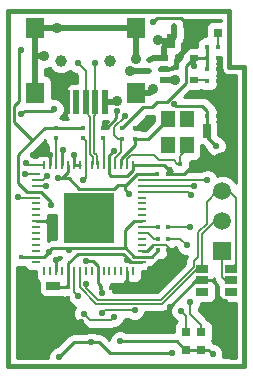
<source format=gtl>
G04 (created by PCBNEW-RS274X (2010-05-05 BZR 2356)-stable) date 2010年10月26日 星期二 23时10分03秒*
G01*
G70*
G90*
%MOIN*%
G04 Gerber Fmt 3.4, Leading zero omitted, Abs format*
%FSLAX34Y34*%
G04 APERTURE LIST*
%ADD10C,0.006000*%
%ADD11C,0.015000*%
%ADD12R,0.031400X0.031400*%
%ADD13R,0.009800X0.031500*%
%ADD14R,0.031500X0.009800*%
%ADD15R,0.171300X0.171300*%
%ADD16R,0.018100X0.018100*%
%ADD17R,0.025000X0.045000*%
%ADD18R,0.045000X0.025000*%
%ADD19R,0.030000X0.020000*%
%ADD20R,0.039400X0.027600*%
%ADD21R,0.019700X0.078700*%
%ADD22R,0.063000X0.070900*%
%ADD23C,0.039400*%
%ADD24R,0.045300X0.055100*%
%ADD25R,0.059100X0.059100*%
%ADD26C,0.059100*%
%ADD27C,0.022000*%
%ADD28C,0.035000*%
%ADD29C,0.010000*%
%ADD30C,0.020000*%
G04 APERTURE END LIST*
G54D10*
G54D11*
X47244Y-41220D02*
X47244Y-41220D01*
X46732Y-41221D02*
X47244Y-41221D01*
X46732Y-39370D02*
X46732Y-41220D01*
X39370Y-51181D02*
X39370Y-39370D01*
X47244Y-51181D02*
X39370Y-51181D01*
X47244Y-41220D02*
X47244Y-51181D01*
X39370Y-39370D02*
X46732Y-39370D01*
G54D12*
X46375Y-40080D03*
X45785Y-40080D03*
X45800Y-50645D03*
X45800Y-50055D03*
X45300Y-50645D03*
X45300Y-50055D03*
G54D13*
X43530Y-44490D03*
X43333Y-44490D03*
X43136Y-44490D03*
X42939Y-44490D03*
X42743Y-44490D03*
X42546Y-44490D03*
X42349Y-44490D03*
X42152Y-44490D03*
X41955Y-44490D03*
X41758Y-44490D03*
X41561Y-44490D03*
X41365Y-44490D03*
X41168Y-44490D03*
X40971Y-44490D03*
X40774Y-44490D03*
X40577Y-44490D03*
G54D14*
X40282Y-44785D03*
X40282Y-44982D03*
X40282Y-45179D03*
X40282Y-45376D03*
X40282Y-45573D03*
X40282Y-45770D03*
X40282Y-45966D03*
X40282Y-46163D03*
X40282Y-46360D03*
X40282Y-46557D03*
X40282Y-46754D03*
X40282Y-46951D03*
X40282Y-47147D03*
X40282Y-47344D03*
X40282Y-47541D03*
X40282Y-47738D03*
G54D13*
X40577Y-48033D03*
X40774Y-48033D03*
X40971Y-48033D03*
X41168Y-48033D03*
X41365Y-48033D03*
X41561Y-48033D03*
X41758Y-48033D03*
X41955Y-48033D03*
X42152Y-48033D03*
X42349Y-48033D03*
X42546Y-48033D03*
X42743Y-48033D03*
X42939Y-48033D03*
X43136Y-48033D03*
X43333Y-48033D03*
X43530Y-48033D03*
G54D14*
X43825Y-47738D03*
X43825Y-47541D03*
X43825Y-47344D03*
X43825Y-47147D03*
X43825Y-46951D03*
X43825Y-46754D03*
X43825Y-46557D03*
X43825Y-46360D03*
X43825Y-46163D03*
X43825Y-45966D03*
X43825Y-45770D03*
X43825Y-45573D03*
X43825Y-45376D03*
X43825Y-45179D03*
X43825Y-44982D03*
X43825Y-44785D03*
G54D15*
X42054Y-46262D03*
G54D16*
X45110Y-44440D03*
X45460Y-44440D03*
X43587Y-43618D03*
X43587Y-43268D03*
X44050Y-41350D03*
X44050Y-41000D03*
X44710Y-46950D03*
X44360Y-46950D03*
X44710Y-46570D03*
X44360Y-46570D03*
X46010Y-41300D03*
X46360Y-41300D03*
X46010Y-40920D03*
X46360Y-40920D03*
X44900Y-39840D03*
X45250Y-39840D03*
X42450Y-48580D03*
X42800Y-48580D03*
X44360Y-47330D03*
X44710Y-47330D03*
X39780Y-47560D03*
X39780Y-47910D03*
X41360Y-48570D03*
X41360Y-48920D03*
X44340Y-44790D03*
X44690Y-44790D03*
X43169Y-43268D03*
X43169Y-43618D03*
X41870Y-43248D03*
X41870Y-43598D03*
X46360Y-40540D03*
X46010Y-40540D03*
X46010Y-42850D03*
X46360Y-42850D03*
X46010Y-41680D03*
X46360Y-41680D03*
G54D17*
X44780Y-40340D03*
X45380Y-40340D03*
X45980Y-43350D03*
X46580Y-43350D03*
G54D18*
X40870Y-48530D03*
X40870Y-49130D03*
G54D19*
X44550Y-40915D03*
X44550Y-41665D03*
X45550Y-40915D03*
X44550Y-41290D03*
X45550Y-41665D03*
G54D20*
X45840Y-47960D03*
X45840Y-48335D03*
X45840Y-48708D03*
X46784Y-48710D03*
X46784Y-48332D03*
X46784Y-47960D03*
G54D21*
X41320Y-42393D03*
X41635Y-42393D03*
X41950Y-42393D03*
X42265Y-42393D03*
X42580Y-42393D03*
G54D22*
X40257Y-42078D03*
X43643Y-42078D03*
X40257Y-39933D03*
X43643Y-39933D03*
G54D23*
X41123Y-41015D03*
X42777Y-41015D03*
G54D16*
X40949Y-43598D03*
X40949Y-43248D03*
X42539Y-43602D03*
X42539Y-43252D03*
G54D24*
X44690Y-42970D03*
X44690Y-43836D03*
X45320Y-43836D03*
X45320Y-42970D03*
G54D25*
X46496Y-47366D03*
G54D26*
X46496Y-46366D03*
X46496Y-45366D03*
X46496Y-44366D03*
G54D27*
X43400Y-45440D03*
X43330Y-47650D03*
X41040Y-44930D03*
X39810Y-40640D03*
X45550Y-41190D03*
X42510Y-48760D03*
X41410Y-47320D03*
X41960Y-47680D03*
X40720Y-47400D03*
X43090Y-50360D03*
X46180Y-50780D03*
X40810Y-45810D03*
G54D28*
X44940Y-41670D03*
X44360Y-40310D03*
G54D27*
X41680Y-41100D03*
X46010Y-44990D03*
X45460Y-45480D03*
X45560Y-45190D03*
X39950Y-44430D03*
X39940Y-44780D03*
X40620Y-45180D03*
X41970Y-48440D03*
X41690Y-48860D03*
X41890Y-49440D03*
X42900Y-49550D03*
X43580Y-49320D03*
X42500Y-49430D03*
X40650Y-44870D03*
X42260Y-41090D03*
G54D28*
X43430Y-41360D03*
X43010Y-42340D03*
G54D27*
X44094Y-43110D03*
X45000Y-41024D03*
X45866Y-42126D03*
X44200Y-39720D03*
X40180Y-44150D03*
X41180Y-43980D03*
X44110Y-47960D03*
X44760Y-49210D03*
X42880Y-44010D03*
X40770Y-44160D03*
X41560Y-44170D03*
X42980Y-42690D03*
X40990Y-42120D03*
X46590Y-49070D03*
X43330Y-48430D03*
X40820Y-46830D03*
X40970Y-47670D03*
X40400Y-48880D03*
X39850Y-49300D03*
X41810Y-49730D03*
X41870Y-45000D03*
X43248Y-42854D03*
X45420Y-46570D03*
X45430Y-49070D03*
X45120Y-49340D03*
X45320Y-47170D03*
X39690Y-45570D03*
G54D28*
X40560Y-40860D03*
X43620Y-40940D03*
X44210Y-41950D03*
X41010Y-39930D03*
G54D27*
X39810Y-42790D03*
X44890Y-42470D03*
X44840Y-50760D03*
X41070Y-50880D03*
X42140Y-50400D03*
X40890Y-42630D03*
X46290Y-43850D03*
G54D29*
X43825Y-44785D02*
X43655Y-44785D01*
X43300Y-45140D02*
X43250Y-45140D01*
X43655Y-44785D02*
X43300Y-45140D01*
X41040Y-44930D02*
X41380Y-44930D01*
X42880Y-45290D02*
X43030Y-45140D01*
X41740Y-45290D02*
X42880Y-45290D01*
X41380Y-44930D02*
X41740Y-45290D01*
X43250Y-45140D02*
X43250Y-45290D01*
X43250Y-45290D02*
X43400Y-45440D01*
X43330Y-47650D02*
X43418Y-47738D01*
X43418Y-47738D02*
X43825Y-47738D01*
X43030Y-45140D02*
X43250Y-45140D01*
X41365Y-48033D02*
X41365Y-47765D01*
X41365Y-47765D02*
X41680Y-47450D01*
X41680Y-47450D02*
X43210Y-47450D01*
X43210Y-47450D02*
X43498Y-47738D01*
X43498Y-47738D02*
X43825Y-47738D01*
X41365Y-44490D02*
X41365Y-44715D01*
X41150Y-44930D02*
X41040Y-44930D01*
X41365Y-44715D02*
X41150Y-44930D01*
X43825Y-44785D02*
X44335Y-44785D01*
X44335Y-44785D02*
X44340Y-44790D01*
X41360Y-48570D02*
X40910Y-48570D01*
X40910Y-48570D02*
X40870Y-48530D01*
X41365Y-48033D02*
X41365Y-48565D01*
X41365Y-48565D02*
X41360Y-48570D01*
X45300Y-50645D02*
X45800Y-50645D01*
X45550Y-40915D02*
X45550Y-41190D01*
X39570Y-43070D02*
X40170Y-43670D01*
X39570Y-42530D02*
X39570Y-43070D01*
X39740Y-42360D02*
X39570Y-42530D01*
X39740Y-40710D02*
X39740Y-42360D01*
X39810Y-40640D02*
X39740Y-40710D01*
X42450Y-48580D02*
X42450Y-48700D01*
X42450Y-48700D02*
X42510Y-48760D01*
X40949Y-43248D02*
X40590Y-43250D01*
X40590Y-43250D02*
X40170Y-43670D01*
X39996Y-45376D02*
X40282Y-45376D01*
X40170Y-43670D02*
X39700Y-44140D01*
X39700Y-44140D02*
X39700Y-45080D01*
X39700Y-45080D02*
X39996Y-45376D01*
X42349Y-48033D02*
X42349Y-47849D01*
X41410Y-47320D02*
X41410Y-47270D01*
X42180Y-47680D02*
X41960Y-47680D01*
X42349Y-47849D02*
X42180Y-47680D01*
X41410Y-47270D02*
X41410Y-47260D01*
X43825Y-46360D02*
X43550Y-46360D01*
X43250Y-46660D02*
X43250Y-47270D01*
X43550Y-46360D02*
X43250Y-46660D01*
X40949Y-43248D02*
X41870Y-43248D01*
X40720Y-47400D02*
X40569Y-47541D01*
X40569Y-47541D02*
X40282Y-47541D01*
X43551Y-47541D02*
X43825Y-47541D01*
X40569Y-47541D02*
X40840Y-47270D01*
X40840Y-47270D02*
X41410Y-47270D01*
X41410Y-47270D02*
X43250Y-47270D01*
X43250Y-47270D02*
X43280Y-47270D01*
X43280Y-47270D02*
X43551Y-47541D01*
X45300Y-50645D02*
X45265Y-50645D01*
X44980Y-50360D02*
X43090Y-50360D01*
X45265Y-50645D02*
X44980Y-50360D01*
X42349Y-48033D02*
X42349Y-48429D01*
X42450Y-48530D02*
X42450Y-48580D01*
X42349Y-48429D02*
X42450Y-48530D01*
X45300Y-50645D02*
X46040Y-50645D01*
X46040Y-50645D02*
X46125Y-50730D01*
X46125Y-50730D02*
X46180Y-50780D01*
X40282Y-45376D02*
X40476Y-45376D01*
X40810Y-45710D02*
X40810Y-45810D01*
X40476Y-45376D02*
X40810Y-45710D01*
X40282Y-47541D02*
X39799Y-47541D01*
X39799Y-47541D02*
X39780Y-47560D01*
X45550Y-40915D02*
X45550Y-40930D01*
X43500Y-42930D02*
X43169Y-43268D01*
X43870Y-42560D02*
X43500Y-42930D01*
X44160Y-42560D02*
X43870Y-42560D01*
X44340Y-42380D02*
X44160Y-42560D01*
X44650Y-42380D02*
X44340Y-42380D01*
X45280Y-41750D02*
X44650Y-42380D01*
X45280Y-41200D02*
X45280Y-41750D01*
X45550Y-40930D02*
X45280Y-41200D01*
X46010Y-40920D02*
X45555Y-40920D01*
X45555Y-40920D02*
X45550Y-40915D01*
X46010Y-40540D02*
X46010Y-40920D01*
X46010Y-40920D02*
X46010Y-41300D01*
X43825Y-47541D02*
X44149Y-47541D01*
X44149Y-47541D02*
X44360Y-47330D01*
G54D30*
X44780Y-40340D02*
X44390Y-40340D01*
X44935Y-41665D02*
X44550Y-41665D01*
X44940Y-41670D02*
X44935Y-41665D01*
X44390Y-40340D02*
X44360Y-40310D01*
X44780Y-40340D02*
X44760Y-40340D01*
X44550Y-40550D02*
X44550Y-40915D01*
X44760Y-40340D02*
X44550Y-40550D01*
X44900Y-39840D02*
X44900Y-40220D01*
X44900Y-40220D02*
X44780Y-40340D01*
X44050Y-41000D02*
X44110Y-41000D01*
X44110Y-41000D02*
X44195Y-40915D01*
X44195Y-40915D02*
X44550Y-40915D01*
G54D10*
X42110Y-44130D02*
X42110Y-42877D01*
X42110Y-44130D02*
X42200Y-44220D01*
X42200Y-44220D02*
X42200Y-44442D01*
X42152Y-44490D02*
X42200Y-44442D01*
X41950Y-42717D02*
X41950Y-42393D01*
X42110Y-42877D02*
X41950Y-42717D01*
X41950Y-41370D02*
X41950Y-42393D01*
X41680Y-41100D02*
X41950Y-41370D01*
X46002Y-44982D02*
X46010Y-44990D01*
X46002Y-44982D02*
X43825Y-44982D01*
X43825Y-45376D02*
X45356Y-45376D01*
X45356Y-45376D02*
X45460Y-45480D01*
X43825Y-45179D02*
X45529Y-45179D01*
X45529Y-45179D02*
X45560Y-45190D01*
X41758Y-48568D02*
X42300Y-49110D01*
X44510Y-49110D02*
X44930Y-48690D01*
X42300Y-49110D02*
X44510Y-49110D01*
X45660Y-47960D02*
X45840Y-47960D01*
X44850Y-48770D02*
X44930Y-48690D01*
X44930Y-48690D02*
X45660Y-47960D01*
X41758Y-48568D02*
X41758Y-48033D01*
X46496Y-46366D02*
X46264Y-46366D01*
X45840Y-46790D02*
X45840Y-47960D01*
X46264Y-46366D02*
X45840Y-46790D01*
X40577Y-44490D02*
X40010Y-44490D01*
X40010Y-44490D02*
X39950Y-44430D01*
X40282Y-44785D02*
X39945Y-44785D01*
X39945Y-44785D02*
X39940Y-44780D01*
X40619Y-45179D02*
X40282Y-45179D01*
X40620Y-45180D02*
X40619Y-45179D01*
X41970Y-48440D02*
X41970Y-48594D01*
X45550Y-47890D02*
X45550Y-47700D01*
X44454Y-48986D02*
X45550Y-47890D01*
X42362Y-48986D02*
X44454Y-48986D01*
X41970Y-48594D02*
X42362Y-48986D01*
X46344Y-45366D02*
X45990Y-45720D01*
X45990Y-45720D02*
X45990Y-46440D01*
X45990Y-46440D02*
X45700Y-46730D01*
X45700Y-46730D02*
X45700Y-47550D01*
X45700Y-47550D02*
X45550Y-47700D01*
X46496Y-45366D02*
X46344Y-45366D01*
X41561Y-48731D02*
X41561Y-48033D01*
X41690Y-48860D02*
X41561Y-48731D01*
X46496Y-45366D02*
X46726Y-45366D01*
X46950Y-47794D02*
X46784Y-47960D01*
X46950Y-45590D02*
X46950Y-47794D01*
X46726Y-45366D02*
X46950Y-45590D01*
X41890Y-49440D02*
X42110Y-49660D01*
X42110Y-49660D02*
X42440Y-49660D01*
X42450Y-49670D02*
X42450Y-49660D01*
X42440Y-49660D02*
X42450Y-49670D01*
X42710Y-49650D02*
X42710Y-49660D01*
X42110Y-49660D02*
X42450Y-49660D01*
X42450Y-49660D02*
X42710Y-49660D01*
X42900Y-49550D02*
X42790Y-49660D01*
X42790Y-49660D02*
X42720Y-49660D01*
X42720Y-49660D02*
X42710Y-49650D01*
X42600Y-49330D02*
X42500Y-49430D01*
X43580Y-49320D02*
X43590Y-49330D01*
X43590Y-49330D02*
X42600Y-49330D01*
X40290Y-44990D02*
X40282Y-44982D01*
X40530Y-44990D02*
X40290Y-44990D01*
X40650Y-44870D02*
X40530Y-44990D01*
X42232Y-44080D02*
X42232Y-42862D01*
X42232Y-44080D02*
X42322Y-44170D01*
X42322Y-44170D02*
X42322Y-44442D01*
X42322Y-44442D02*
X42349Y-44469D01*
X42349Y-44490D02*
X42349Y-44469D01*
X42265Y-42829D02*
X42265Y-42393D01*
X42232Y-42862D02*
X42265Y-42829D01*
X42265Y-41095D02*
X42265Y-42393D01*
X42260Y-41090D02*
X42265Y-41095D01*
G54D30*
X43440Y-41350D02*
X44050Y-41350D01*
X43430Y-41360D02*
X43440Y-41350D01*
X42580Y-42393D02*
X42957Y-42393D01*
X42957Y-42393D02*
X43010Y-42340D01*
G54D10*
X46784Y-48332D02*
X46592Y-48332D01*
X46496Y-48236D02*
X46496Y-47366D01*
X46592Y-48332D02*
X46496Y-48236D01*
G54D29*
X43587Y-43268D02*
X43936Y-43268D01*
X43936Y-43268D02*
X44094Y-43110D01*
X42970Y-42700D02*
X42970Y-42935D01*
X42653Y-43252D02*
X42539Y-43252D01*
X42970Y-42935D02*
X42653Y-43252D01*
X46360Y-42126D02*
X45866Y-42126D01*
X46360Y-42126D02*
X46378Y-42126D01*
X45120Y-39600D02*
X44320Y-39600D01*
X44320Y-39600D02*
X44200Y-39720D01*
X40770Y-44160D02*
X40190Y-44160D01*
X40190Y-44160D02*
X40180Y-44150D01*
X41168Y-44490D02*
X41168Y-43992D01*
X41168Y-43992D02*
X41180Y-43980D01*
X45840Y-48335D02*
X45635Y-48335D01*
X44400Y-47670D02*
X44710Y-47670D01*
X44110Y-47960D02*
X44400Y-47670D01*
X45635Y-48335D02*
X44760Y-49210D01*
X42743Y-44490D02*
X42743Y-44147D01*
X42743Y-44147D02*
X42880Y-44010D01*
X43530Y-44490D02*
X43530Y-44670D01*
X42743Y-44803D02*
X42743Y-44490D01*
X42810Y-44870D02*
X42743Y-44803D01*
X43330Y-44870D02*
X42810Y-44870D01*
X43530Y-44670D02*
X43330Y-44870D01*
X41561Y-44490D02*
X41561Y-44171D01*
X40774Y-44164D02*
X40774Y-44490D01*
X40770Y-44160D02*
X40774Y-44164D01*
X41561Y-44171D02*
X41560Y-44170D01*
X41561Y-44490D02*
X41758Y-44490D01*
X44550Y-41290D02*
X44820Y-41290D01*
X44820Y-41290D02*
X45000Y-41110D01*
X45000Y-41110D02*
X45000Y-41024D01*
X45380Y-40570D02*
X45380Y-40340D01*
X45000Y-41024D02*
X45000Y-40950D01*
X45000Y-40950D02*
X45380Y-40570D01*
X42970Y-42700D02*
X42980Y-42690D01*
X41320Y-42393D02*
X41263Y-42393D01*
X41263Y-42393D02*
X40990Y-42120D01*
X45250Y-39840D02*
X45250Y-39730D01*
X45250Y-39730D02*
X45120Y-39600D01*
X45840Y-48335D02*
X46145Y-48335D01*
X46360Y-48840D02*
X46590Y-49070D01*
X46360Y-48550D02*
X46360Y-48840D01*
X46145Y-48335D02*
X46360Y-48550D01*
X43825Y-47344D02*
X43996Y-47344D01*
X44710Y-47210D02*
X44710Y-47330D01*
G54D10*
X44640Y-47140D02*
X44710Y-47210D01*
X44200Y-47140D02*
X44640Y-47140D01*
G54D29*
X43996Y-47344D02*
X44200Y-47140D01*
X44710Y-47330D02*
X44710Y-47670D01*
X44710Y-47670D02*
X44710Y-48010D01*
X44710Y-48010D02*
X44290Y-48430D01*
X44290Y-48430D02*
X43330Y-48430D01*
X43330Y-48430D02*
X43330Y-48460D01*
X43210Y-48580D02*
X42800Y-48580D01*
X43330Y-48460D02*
X43210Y-48580D01*
X43333Y-48427D02*
X43333Y-48033D01*
X43330Y-48430D02*
X43333Y-48427D01*
X40282Y-46360D02*
X40640Y-46360D01*
X40820Y-46540D02*
X40820Y-46830D01*
X40640Y-46360D02*
X40820Y-46540D01*
X39780Y-47910D02*
X39780Y-48260D01*
X39780Y-48260D02*
X40400Y-48880D01*
X40971Y-48033D02*
X40971Y-47671D01*
X40971Y-47671D02*
X40970Y-47670D01*
X40650Y-49130D02*
X40870Y-49130D01*
X40400Y-48880D02*
X40650Y-49130D01*
X40870Y-49130D02*
X41150Y-49130D01*
X41150Y-49130D02*
X41360Y-48920D01*
X40870Y-49130D02*
X40020Y-49130D01*
X40020Y-49130D02*
X39850Y-49300D01*
X41360Y-48920D02*
X41360Y-49440D01*
X41360Y-49440D02*
X41650Y-49730D01*
X41650Y-49730D02*
X41810Y-49730D01*
X43530Y-44490D02*
X44570Y-44490D01*
X44690Y-44610D02*
X44690Y-44790D01*
X44570Y-44490D02*
X44690Y-44610D01*
X45460Y-44440D02*
X46422Y-44440D01*
X46422Y-44440D02*
X46496Y-44366D01*
X44690Y-44790D02*
X45240Y-44790D01*
X45440Y-44460D02*
X45460Y-44440D01*
X45440Y-44590D02*
X45440Y-44460D01*
X45240Y-44790D02*
X45440Y-44590D01*
X46580Y-43350D02*
X46580Y-43360D01*
X46580Y-43360D02*
X46740Y-43520D01*
X46740Y-43520D02*
X46740Y-44122D01*
X46740Y-44122D02*
X46496Y-44366D01*
X46360Y-41680D02*
X46360Y-42126D01*
X46360Y-42126D02*
X46360Y-42850D01*
X46360Y-42850D02*
X46580Y-43070D01*
X46580Y-43070D02*
X46580Y-43350D01*
X46360Y-40920D02*
X46360Y-41300D01*
X46360Y-41300D02*
X46360Y-41680D01*
X45785Y-40080D02*
X45785Y-40185D01*
X45630Y-40340D02*
X45380Y-40340D01*
X45785Y-40185D02*
X45630Y-40340D01*
X45250Y-39840D02*
X45280Y-39840D01*
X45380Y-39940D02*
X45380Y-40340D01*
X45280Y-39840D02*
X45380Y-39940D01*
G54D10*
X41955Y-44490D02*
X41955Y-43683D01*
X41955Y-43683D02*
X41870Y-43598D01*
X41955Y-44490D02*
X41955Y-44915D01*
X41955Y-44915D02*
X41870Y-45000D01*
X43248Y-42854D02*
X43248Y-42874D01*
X43027Y-43618D02*
X43169Y-43618D01*
X42894Y-43485D02*
X43027Y-43618D01*
X42894Y-43228D02*
X42894Y-43485D01*
X43248Y-42874D02*
X42894Y-43228D01*
X43133Y-44057D02*
X43133Y-43654D01*
X43133Y-43654D02*
X43169Y-43618D01*
X42939Y-44490D02*
X42939Y-44251D01*
X42939Y-44251D02*
X43133Y-44057D01*
X46375Y-40080D02*
X46375Y-40525D01*
X46375Y-40525D02*
X46360Y-40540D01*
X42546Y-44490D02*
X42546Y-43609D01*
X42546Y-43609D02*
X42539Y-43602D01*
X43825Y-46557D02*
X44347Y-46557D01*
X44347Y-46557D02*
X44360Y-46570D01*
X44710Y-46570D02*
X45420Y-46570D01*
X45435Y-49445D02*
X45800Y-49810D01*
X45435Y-49075D02*
X45435Y-49445D01*
X45430Y-49070D02*
X45435Y-49075D01*
X45800Y-49810D02*
X45800Y-50055D01*
X43825Y-46754D02*
X44034Y-46754D01*
X44230Y-46950D02*
X44360Y-46950D01*
X44034Y-46754D02*
X44230Y-46950D01*
X40971Y-44490D02*
X40971Y-43620D01*
X40971Y-43620D02*
X40949Y-43598D01*
X44390Y-44310D02*
X44880Y-44310D01*
X45010Y-44440D02*
X45110Y-44440D01*
X44880Y-44310D02*
X45010Y-44440D01*
X43333Y-44277D02*
X43333Y-44490D01*
X43470Y-44140D02*
X43333Y-44277D01*
X44220Y-44140D02*
X43470Y-44140D01*
X44390Y-44310D02*
X44220Y-44140D01*
X45320Y-43836D02*
X45320Y-43980D01*
X45110Y-44190D02*
X45110Y-44440D01*
X45320Y-43980D02*
X45110Y-44190D01*
G54D29*
X43587Y-43618D02*
X44042Y-43618D01*
X44042Y-43618D02*
X44690Y-42970D01*
X43587Y-43618D02*
X43587Y-43823D01*
X43587Y-43823D02*
X43136Y-44274D01*
X43136Y-44274D02*
X43136Y-44490D01*
G54D10*
X45550Y-41665D02*
X45995Y-41665D01*
X45995Y-41665D02*
X46010Y-41680D01*
X44710Y-46950D02*
X45100Y-46950D01*
X45300Y-49520D02*
X45300Y-50055D01*
X45120Y-49340D02*
X45300Y-49520D01*
X45100Y-46950D02*
X45320Y-47170D01*
X39693Y-45573D02*
X39690Y-45570D01*
X39693Y-45573D02*
X40282Y-45573D01*
G54D30*
X40560Y-40860D02*
X40257Y-40860D01*
X43643Y-40917D02*
X43620Y-40940D01*
X43643Y-40917D02*
X43643Y-39933D01*
X44082Y-42078D02*
X43643Y-42078D01*
X44210Y-41950D02*
X44082Y-42078D01*
X41010Y-39933D02*
X40257Y-39933D01*
X41010Y-39930D02*
X41010Y-39933D01*
X43643Y-39933D02*
X40257Y-39933D01*
X40257Y-39933D02*
X40257Y-40860D01*
X40257Y-40860D02*
X40257Y-42078D01*
G54D29*
X40840Y-42680D02*
X39920Y-42680D01*
X39920Y-42680D02*
X39810Y-42790D01*
X46010Y-42680D02*
X46010Y-42850D01*
X45840Y-42510D02*
X46010Y-42680D01*
X44930Y-42510D02*
X45840Y-42510D01*
X44890Y-42470D02*
X44930Y-42510D01*
X44840Y-50760D02*
X42760Y-50760D01*
X42400Y-50400D02*
X42140Y-50400D01*
X42760Y-50760D02*
X42400Y-50400D01*
X41550Y-50400D02*
X42140Y-50400D01*
X41070Y-50880D02*
X41550Y-50400D01*
X40890Y-42630D02*
X40840Y-42680D01*
X46290Y-43850D02*
X45980Y-43540D01*
X45980Y-43540D02*
X45980Y-43350D01*
X46010Y-42850D02*
X46010Y-43320D01*
X46010Y-43320D02*
X45980Y-43350D01*
X46221Y-48265D02*
X46221Y-48265D01*
X46146Y-48345D02*
X46238Y-48345D01*
X46244Y-48425D02*
X46291Y-48425D01*
X46280Y-48505D02*
X46338Y-48505D01*
X46286Y-48585D02*
X46338Y-48585D01*
X46286Y-48665D02*
X46338Y-48665D01*
X46286Y-48745D02*
X46338Y-48745D01*
X46286Y-48825D02*
X46338Y-48825D01*
X46282Y-48905D02*
X46341Y-48905D01*
X46248Y-48985D02*
X46374Y-48985D01*
X46158Y-49065D02*
X46460Y-49065D01*
X45788Y-49145D02*
X46969Y-49145D01*
X45755Y-49225D02*
X46969Y-49225D01*
X45715Y-49305D02*
X46969Y-49305D01*
X45771Y-49385D02*
X46969Y-49385D01*
X45851Y-49465D02*
X46969Y-49465D01*
X45931Y-49545D02*
X46969Y-49545D01*
X46007Y-49625D02*
X46969Y-49625D01*
X46116Y-49705D02*
X46969Y-49705D01*
X46180Y-49785D02*
X46969Y-49785D01*
X46206Y-49865D02*
X46969Y-49865D01*
X46206Y-49945D02*
X46969Y-49945D01*
X46206Y-50025D02*
X46969Y-50025D01*
X46206Y-50105D02*
X46969Y-50105D01*
X46206Y-50185D02*
X46969Y-50185D01*
X46204Y-50265D02*
X46969Y-50265D01*
X46171Y-50345D02*
X46969Y-50345D01*
X46264Y-50425D02*
X46969Y-50425D01*
X46414Y-50505D02*
X46969Y-50505D01*
X46489Y-50585D02*
X46969Y-50585D01*
X46522Y-50665D02*
X46969Y-50665D01*
X46540Y-50745D02*
X46969Y-50745D01*
X46540Y-50825D02*
X46969Y-50825D01*
X46517Y-50905D02*
X46969Y-50905D01*
X39645Y-47899D02*
X39902Y-47899D01*
X39645Y-47979D02*
X39965Y-47979D01*
X39645Y-48059D02*
X40279Y-48059D01*
X39645Y-48139D02*
X40279Y-48139D01*
X39645Y-48219D02*
X40279Y-48219D01*
X39645Y-48299D02*
X40303Y-48299D01*
X39645Y-48379D02*
X40365Y-48379D01*
X39645Y-48459D02*
X40396Y-48459D01*
X39645Y-48539D02*
X40396Y-48539D01*
X39645Y-48619D02*
X40396Y-48619D01*
X39645Y-48699D02*
X40396Y-48699D01*
X39645Y-48779D02*
X40426Y-48779D01*
X39645Y-48859D02*
X40497Y-48859D01*
X39645Y-48939D02*
X41333Y-48939D01*
X39645Y-49019D02*
X41366Y-49019D01*
X39645Y-49099D02*
X41420Y-49099D01*
X39645Y-49179D02*
X41519Y-49179D01*
X39645Y-49259D02*
X41576Y-49259D01*
X44756Y-49259D02*
X44764Y-49259D01*
X39645Y-49339D02*
X41543Y-49339D01*
X44661Y-49339D02*
X44760Y-49339D01*
X39645Y-49419D02*
X41530Y-49419D01*
X43928Y-49419D02*
X44763Y-49419D01*
X39645Y-49499D02*
X41530Y-49499D01*
X43895Y-49499D02*
X44796Y-49499D01*
X39645Y-49579D02*
X41558Y-49579D01*
X43829Y-49579D02*
X44850Y-49579D01*
X39645Y-49659D02*
X41600Y-49659D01*
X43244Y-49659D02*
X43457Y-49659D01*
X43701Y-49659D02*
X44950Y-49659D01*
X39645Y-49739D02*
X41680Y-49739D01*
X43211Y-49739D02*
X44950Y-49739D01*
X39645Y-49819D02*
X41872Y-49819D01*
X43139Y-49819D02*
X44907Y-49819D01*
X39645Y-49899D02*
X41972Y-49899D01*
X42997Y-49899D02*
X44894Y-49899D01*
X39645Y-49979D02*
X44894Y-49979D01*
X39645Y-50059D02*
X42024Y-50059D01*
X42258Y-50059D02*
X42883Y-50059D01*
X43298Y-50059D02*
X44894Y-50059D01*
X39645Y-50139D02*
X41411Y-50139D01*
X42539Y-50139D02*
X42803Y-50139D01*
X39645Y-50219D02*
X41306Y-50219D01*
X42643Y-50219D02*
X42759Y-50219D01*
X39645Y-50299D02*
X41226Y-50299D01*
X42723Y-50299D02*
X42730Y-50299D01*
X39645Y-50379D02*
X41146Y-50379D01*
X39645Y-50459D02*
X41066Y-50459D01*
X39645Y-50539D02*
X40954Y-50539D01*
X39645Y-50619D02*
X40823Y-50619D01*
X39645Y-50699D02*
X40756Y-50699D01*
X39645Y-50779D02*
X40723Y-50779D01*
X39645Y-50859D02*
X40710Y-50859D01*
X44960Y-47232D02*
X44960Y-47232D01*
X44699Y-47312D02*
X44989Y-47312D01*
X44699Y-47392D02*
X45033Y-47392D01*
X44698Y-47472D02*
X45113Y-47472D01*
X44664Y-47552D02*
X45319Y-47552D01*
X44588Y-47632D02*
X45284Y-47632D01*
X44401Y-47712D02*
X45270Y-47712D01*
X44302Y-47792D02*
X45252Y-47792D01*
X44216Y-47872D02*
X45172Y-47872D01*
X44169Y-47952D02*
X45092Y-47952D01*
X44040Y-48032D02*
X45012Y-48032D01*
X43828Y-48112D02*
X44932Y-48112D01*
X43828Y-48192D02*
X44852Y-48192D01*
X43814Y-48272D02*
X44772Y-48272D01*
X43769Y-48352D02*
X44692Y-48352D01*
X43250Y-48432D02*
X43414Y-48432D01*
X43644Y-48432D02*
X44612Y-48432D01*
X42789Y-48512D02*
X44532Y-48512D01*
X42830Y-48592D02*
X44452Y-48592D01*
X42863Y-48672D02*
X44372Y-48672D01*
X41039Y-47570D02*
X41141Y-47570D01*
X40977Y-47650D02*
X41015Y-47650D01*
X40949Y-46141D02*
X40949Y-46141D01*
X40688Y-46221D02*
X40949Y-46221D01*
X40671Y-46301D02*
X40949Y-46301D01*
X40656Y-46381D02*
X40949Y-46381D01*
X40688Y-46461D02*
X40949Y-46461D01*
X40688Y-46541D02*
X40949Y-46541D01*
X40688Y-46621D02*
X40949Y-46621D01*
X40688Y-46701D02*
X40949Y-46701D01*
X40688Y-46781D02*
X40949Y-46781D01*
X40688Y-46861D02*
X40949Y-46861D01*
X40688Y-46941D02*
X40949Y-46941D01*
X46349Y-40879D02*
X46457Y-40879D01*
X46349Y-40959D02*
X46457Y-40959D01*
X46349Y-41039D02*
X46457Y-41039D01*
X46332Y-41119D02*
X46457Y-41119D01*
X46349Y-41199D02*
X46457Y-41199D01*
X46349Y-41279D02*
X46468Y-41279D01*
X46349Y-41359D02*
X46500Y-41359D01*
X46349Y-41439D02*
X46573Y-41439D01*
X46340Y-41519D02*
X46969Y-41519D01*
X46349Y-41599D02*
X46969Y-41599D01*
X46349Y-41679D02*
X46969Y-41679D01*
X46349Y-41759D02*
X46969Y-41759D01*
X46341Y-41839D02*
X46969Y-41839D01*
X46303Y-41919D02*
X46969Y-41919D01*
X45784Y-41999D02*
X45822Y-41999D01*
X46197Y-41999D02*
X46969Y-41999D01*
X45375Y-42079D02*
X46969Y-42079D01*
X45295Y-42159D02*
X46969Y-42159D01*
X45964Y-42239D02*
X46969Y-42239D01*
X46073Y-42319D02*
X46969Y-42319D01*
X46153Y-42399D02*
X46969Y-42399D01*
X46230Y-42479D02*
X46969Y-42479D01*
X46283Y-42559D02*
X46969Y-42559D01*
X46320Y-42639D02*
X46969Y-42639D01*
X46349Y-42719D02*
X46969Y-42719D01*
X46349Y-42799D02*
X46969Y-42799D01*
X46349Y-42879D02*
X46969Y-42879D01*
X46349Y-42959D02*
X46969Y-42959D01*
X46339Y-43039D02*
X46969Y-43039D01*
X46353Y-43119D02*
X46969Y-43119D01*
X46353Y-43199D02*
X46969Y-43199D01*
X46353Y-43279D02*
X46969Y-43279D01*
X46353Y-43359D02*
X46969Y-43359D01*
X46353Y-43439D02*
X46969Y-43439D01*
X46432Y-43519D02*
X46969Y-43519D01*
X46548Y-43599D02*
X46969Y-43599D01*
X46609Y-43679D02*
X46969Y-43679D01*
X46642Y-43759D02*
X46969Y-43759D01*
X45795Y-43839D02*
X45855Y-43839D01*
X46650Y-43839D02*
X46969Y-43839D01*
X45795Y-43919D02*
X45930Y-43919D01*
X46650Y-43919D02*
X46969Y-43919D01*
X45795Y-43999D02*
X45962Y-43999D01*
X46617Y-43999D02*
X46969Y-43999D01*
X45795Y-44079D02*
X46010Y-44079D01*
X46569Y-44079D02*
X46969Y-44079D01*
X45795Y-44159D02*
X46095Y-44159D01*
X46483Y-44159D02*
X46969Y-44159D01*
X45762Y-44239D02*
X46969Y-44239D01*
X45690Y-44319D02*
X46969Y-44319D01*
X45449Y-44399D02*
X46969Y-44399D01*
X45449Y-44479D02*
X46969Y-44479D01*
X45449Y-44559D02*
X46969Y-44559D01*
X45424Y-44639D02*
X45918Y-44639D01*
X46104Y-44639D02*
X46969Y-44639D01*
X46248Y-44719D02*
X46969Y-44719D01*
X46321Y-44799D02*
X46969Y-44799D01*
X46742Y-44879D02*
X46969Y-44879D01*
X46858Y-44959D02*
X46969Y-44959D01*
X46938Y-45039D02*
X46969Y-45039D01*
X44764Y-44589D02*
X44764Y-44589D01*
X44679Y-44669D02*
X44808Y-44669D01*
X40610Y-43654D02*
X40610Y-43654D01*
X40529Y-43734D02*
X40610Y-43734D01*
X40449Y-43814D02*
X40641Y-43814D01*
X40370Y-43894D02*
X40691Y-43894D01*
X40290Y-43974D02*
X40691Y-43974D01*
X40209Y-44054D02*
X40691Y-44054D01*
X40163Y-44134D02*
X40375Y-44134D01*
X44215Y-42849D02*
X44215Y-42849D01*
X43925Y-42929D02*
X44215Y-42929D01*
X43845Y-43009D02*
X44215Y-43009D01*
X43765Y-43089D02*
X44147Y-43089D01*
X43685Y-43169D02*
X44067Y-43169D01*
X43606Y-43249D02*
X43987Y-43249D01*
X42512Y-43035D02*
X42692Y-43035D01*
X42512Y-43115D02*
X42639Y-43115D01*
X42512Y-43195D02*
X42621Y-43195D01*
X40735Y-41246D02*
X40736Y-41246D01*
X40607Y-41326D02*
X40803Y-41326D01*
X40607Y-41406D02*
X40901Y-41406D01*
X41343Y-41406D02*
X41478Y-41406D01*
X40649Y-41486D02*
X41670Y-41486D01*
X40766Y-41566D02*
X41670Y-41566D01*
X40810Y-41646D02*
X41670Y-41646D01*
X40821Y-41726D02*
X41670Y-41726D01*
X40821Y-41806D02*
X41379Y-41806D01*
X40821Y-41886D02*
X41315Y-41886D01*
X40821Y-41966D02*
X41288Y-41966D01*
X40821Y-42046D02*
X41288Y-42046D01*
X40821Y-42126D02*
X41288Y-42126D01*
X40821Y-42206D02*
X41288Y-42206D01*
X41001Y-42286D02*
X41288Y-42286D01*
X41135Y-42366D02*
X41288Y-42366D01*
X41203Y-42446D02*
X41288Y-42446D01*
X41237Y-42526D02*
X41288Y-42526D01*
X41250Y-42606D02*
X41288Y-42606D01*
X41250Y-42686D02*
X41288Y-42686D01*
X41223Y-42766D02*
X41288Y-42766D01*
X41182Y-42846D02*
X41292Y-42846D01*
X41131Y-42926D02*
X41325Y-42926D01*
X45215Y-39645D02*
X46457Y-39645D01*
X45239Y-39725D02*
X46064Y-39725D01*
X45243Y-39805D02*
X45998Y-39805D01*
X45250Y-39885D02*
X45969Y-39885D01*
X45250Y-39965D02*
X45969Y-39965D01*
X45250Y-40045D02*
X45969Y-40045D01*
X45250Y-40125D02*
X45969Y-40125D01*
X45250Y-40205D02*
X45862Y-40205D01*
X45236Y-40285D02*
X45733Y-40285D01*
X45215Y-40365D02*
X45686Y-40365D01*
X45162Y-40445D02*
X45671Y-40445D01*
X45154Y-40525D02*
X45671Y-40525D01*
X45154Y-40605D02*
X45258Y-40605D01*
X45124Y-40685D02*
X45185Y-40685D01*
X45057Y-40765D02*
X45151Y-40765D01*
X44949Y-40845D02*
X45151Y-40845D01*
X44949Y-40925D02*
X45131Y-40925D01*
X44949Y-41005D02*
X45057Y-41005D01*
X44940Y-41085D02*
X45003Y-41085D01*
X44902Y-41165D02*
X44987Y-41165D01*
X44795Y-41245D02*
X44856Y-41245D01*
X46969Y-50906D02*
X46969Y-49097D01*
X46537Y-49097D01*
X46446Y-49059D01*
X46376Y-48989D01*
X46338Y-48897D01*
X46338Y-48522D01*
X46338Y-48520D01*
X46338Y-48519D01*
X46338Y-48474D01*
X46298Y-48434D01*
X46237Y-48343D01*
X46221Y-48265D01*
X46178Y-48309D01*
X46117Y-48333D01*
X46178Y-48359D01*
X46248Y-48429D01*
X46286Y-48521D01*
X46286Y-48896D01*
X46248Y-48987D01*
X46178Y-49057D01*
X46086Y-49095D01*
X45790Y-49095D01*
X45790Y-49142D01*
X45735Y-49274D01*
X45715Y-49293D01*
X45715Y-49329D01*
X45998Y-49612D01*
X46029Y-49658D01*
X46098Y-49687D01*
X46168Y-49757D01*
X46206Y-49849D01*
X46206Y-50262D01*
X46169Y-50350D01*
X46184Y-50388D01*
X46232Y-50420D01*
X46252Y-50420D01*
X46384Y-50475D01*
X46485Y-50577D01*
X46540Y-50709D01*
X46540Y-50852D01*
X46517Y-50905D01*
X46969Y-50906D01*
X46221Y-48265D02*
X46221Y-48265D01*
X46146Y-48345D02*
X46238Y-48345D01*
X46244Y-48425D02*
X46291Y-48425D01*
X46280Y-48505D02*
X46338Y-48505D01*
X46286Y-48585D02*
X46338Y-48585D01*
X46286Y-48665D02*
X46338Y-48665D01*
X46286Y-48745D02*
X46338Y-48745D01*
X46286Y-48825D02*
X46338Y-48825D01*
X46282Y-48905D02*
X46341Y-48905D01*
X46248Y-48985D02*
X46374Y-48985D01*
X46158Y-49065D02*
X46460Y-49065D01*
X45788Y-49145D02*
X46969Y-49145D01*
X45755Y-49225D02*
X46969Y-49225D01*
X45715Y-49305D02*
X46969Y-49305D01*
X45771Y-49385D02*
X46969Y-49385D01*
X45851Y-49465D02*
X46969Y-49465D01*
X45931Y-49545D02*
X46969Y-49545D01*
X46007Y-49625D02*
X46969Y-49625D01*
X46116Y-49705D02*
X46969Y-49705D01*
X46180Y-49785D02*
X46969Y-49785D01*
X46206Y-49865D02*
X46969Y-49865D01*
X46206Y-49945D02*
X46969Y-49945D01*
X46206Y-50025D02*
X46969Y-50025D01*
X46206Y-50105D02*
X46969Y-50105D01*
X46206Y-50185D02*
X46969Y-50185D01*
X46204Y-50265D02*
X46969Y-50265D01*
X46171Y-50345D02*
X46969Y-50345D01*
X46264Y-50425D02*
X46969Y-50425D01*
X46414Y-50505D02*
X46969Y-50505D01*
X46489Y-50585D02*
X46969Y-50585D01*
X46522Y-50665D02*
X46969Y-50665D01*
X46540Y-50745D02*
X46969Y-50745D01*
X46540Y-50825D02*
X46969Y-50825D01*
X46517Y-50905D02*
X46969Y-50905D01*
X39645Y-47899D02*
X39902Y-47899D01*
X39645Y-47979D02*
X39965Y-47979D01*
X39645Y-48059D02*
X40279Y-48059D01*
X39645Y-48139D02*
X40279Y-48139D01*
X39645Y-48219D02*
X40279Y-48219D01*
X39645Y-48299D02*
X40303Y-48299D01*
X39645Y-48379D02*
X40365Y-48379D01*
X39645Y-48459D02*
X40396Y-48459D01*
X39645Y-48539D02*
X40396Y-48539D01*
X39645Y-48619D02*
X40396Y-48619D01*
X39645Y-48699D02*
X40396Y-48699D01*
X39645Y-48779D02*
X40426Y-48779D01*
X39645Y-48859D02*
X40497Y-48859D01*
X39645Y-48939D02*
X41333Y-48939D01*
X39645Y-49019D02*
X41366Y-49019D01*
X39645Y-49099D02*
X41420Y-49099D01*
X39645Y-49179D02*
X41519Y-49179D01*
X39645Y-49259D02*
X41576Y-49259D01*
X44756Y-49259D02*
X44764Y-49259D01*
X39645Y-49339D02*
X41543Y-49339D01*
X44661Y-49339D02*
X44760Y-49339D01*
X39645Y-49419D02*
X41530Y-49419D01*
X43928Y-49419D02*
X44763Y-49419D01*
X39645Y-49499D02*
X41530Y-49499D01*
X43895Y-49499D02*
X44796Y-49499D01*
X39645Y-49579D02*
X41558Y-49579D01*
X43829Y-49579D02*
X44850Y-49579D01*
X39645Y-49659D02*
X41600Y-49659D01*
X43244Y-49659D02*
X43457Y-49659D01*
X43701Y-49659D02*
X44950Y-49659D01*
X39645Y-49739D02*
X41680Y-49739D01*
X43211Y-49739D02*
X44950Y-49739D01*
X39645Y-49819D02*
X41872Y-49819D01*
X43139Y-49819D02*
X44907Y-49819D01*
X39645Y-49899D02*
X41972Y-49899D01*
X42997Y-49899D02*
X44894Y-49899D01*
X39645Y-49979D02*
X44894Y-49979D01*
X39645Y-50059D02*
X42024Y-50059D01*
X42258Y-50059D02*
X42883Y-50059D01*
X43298Y-50059D02*
X44894Y-50059D01*
X39645Y-50139D02*
X41411Y-50139D01*
X42539Y-50139D02*
X42803Y-50139D01*
X39645Y-50219D02*
X41306Y-50219D01*
X42643Y-50219D02*
X42759Y-50219D01*
X39645Y-50299D02*
X41226Y-50299D01*
X42723Y-50299D02*
X42730Y-50299D01*
X39645Y-50379D02*
X41146Y-50379D01*
X39645Y-50459D02*
X41066Y-50459D01*
X39645Y-50539D02*
X40954Y-50539D01*
X39645Y-50619D02*
X40823Y-50619D01*
X39645Y-50699D02*
X40756Y-50699D01*
X39645Y-50779D02*
X40723Y-50779D01*
X39645Y-50859D02*
X40710Y-50859D01*
X44960Y-47232D02*
X44960Y-47232D01*
X44699Y-47312D02*
X44989Y-47312D01*
X44699Y-47392D02*
X45033Y-47392D01*
X44698Y-47472D02*
X45113Y-47472D01*
X44664Y-47552D02*
X45319Y-47552D01*
X44588Y-47632D02*
X45284Y-47632D01*
X44401Y-47712D02*
X45270Y-47712D01*
X44302Y-47792D02*
X45252Y-47792D01*
X44216Y-47872D02*
X45172Y-47872D01*
X44169Y-47952D02*
X45092Y-47952D01*
X44040Y-48032D02*
X45012Y-48032D01*
X43828Y-48112D02*
X44932Y-48112D01*
X43828Y-48192D02*
X44852Y-48192D01*
X43814Y-48272D02*
X44772Y-48272D01*
X43769Y-48352D02*
X44692Y-48352D01*
X43250Y-48432D02*
X43414Y-48432D01*
X43644Y-48432D02*
X44612Y-48432D01*
X42789Y-48512D02*
X44532Y-48512D01*
X42830Y-48592D02*
X44452Y-48592D01*
X42863Y-48672D02*
X44372Y-48672D01*
X41039Y-47570D02*
X41141Y-47570D01*
X40977Y-47650D02*
X41015Y-47650D01*
X40949Y-46141D02*
X40949Y-46141D01*
X40688Y-46221D02*
X40949Y-46221D01*
X40671Y-46301D02*
X40949Y-46301D01*
X40656Y-46381D02*
X40949Y-46381D01*
X40688Y-46461D02*
X40949Y-46461D01*
X40688Y-46541D02*
X40949Y-46541D01*
X40688Y-46621D02*
X40949Y-46621D01*
X40688Y-46701D02*
X40949Y-46701D01*
X40688Y-46781D02*
X40949Y-46781D01*
X40688Y-46861D02*
X40949Y-46861D01*
X40688Y-46941D02*
X40949Y-46941D01*
X46349Y-40879D02*
X46457Y-40879D01*
X46349Y-40959D02*
X46457Y-40959D01*
X46349Y-41039D02*
X46457Y-41039D01*
X46332Y-41119D02*
X46457Y-41119D01*
X46349Y-41199D02*
X46457Y-41199D01*
X46349Y-41279D02*
X46468Y-41279D01*
X46349Y-41359D02*
X46500Y-41359D01*
X46349Y-41439D02*
X46573Y-41439D01*
X46340Y-41519D02*
X46969Y-41519D01*
X46349Y-41599D02*
X46969Y-41599D01*
X46349Y-41679D02*
X46969Y-41679D01*
X46349Y-41759D02*
X46969Y-41759D01*
X46341Y-41839D02*
X46969Y-41839D01*
X46303Y-41919D02*
X46969Y-41919D01*
X45784Y-41999D02*
X45822Y-41999D01*
X46197Y-41999D02*
X46969Y-41999D01*
X45375Y-42079D02*
X46969Y-42079D01*
X45295Y-42159D02*
X46969Y-42159D01*
X45964Y-42239D02*
X46969Y-42239D01*
X46073Y-42319D02*
X46969Y-42319D01*
X46153Y-42399D02*
X46969Y-42399D01*
X46230Y-42479D02*
X46969Y-42479D01*
X46283Y-42559D02*
X46969Y-42559D01*
X46320Y-42639D02*
X46969Y-42639D01*
X46349Y-42719D02*
X46969Y-42719D01*
X46349Y-42799D02*
X46969Y-42799D01*
X46349Y-42879D02*
X46969Y-42879D01*
X46349Y-42959D02*
X46969Y-42959D01*
X46339Y-43039D02*
X46969Y-43039D01*
X46353Y-43119D02*
X46969Y-43119D01*
X46353Y-43199D02*
X46969Y-43199D01*
X46353Y-43279D02*
X46969Y-43279D01*
X46353Y-43359D02*
X46969Y-43359D01*
X46353Y-43439D02*
X46969Y-43439D01*
X46432Y-43519D02*
X46969Y-43519D01*
X46548Y-43599D02*
X46969Y-43599D01*
X46609Y-43679D02*
X46969Y-43679D01*
X46642Y-43759D02*
X46969Y-43759D01*
X45795Y-43839D02*
X45855Y-43839D01*
X46650Y-43839D02*
X46969Y-43839D01*
X45795Y-43919D02*
X45930Y-43919D01*
X46650Y-43919D02*
X46969Y-43919D01*
X45795Y-43999D02*
X45962Y-43999D01*
X46617Y-43999D02*
X46969Y-43999D01*
X45795Y-44079D02*
X46010Y-44079D01*
X46569Y-44079D02*
X46969Y-44079D01*
X45795Y-44159D02*
X46095Y-44159D01*
X46483Y-44159D02*
X46969Y-44159D01*
X45762Y-44239D02*
X46969Y-44239D01*
X45690Y-44319D02*
X46969Y-44319D01*
X45449Y-44399D02*
X46969Y-44399D01*
X45449Y-44479D02*
X46969Y-44479D01*
X45449Y-44559D02*
X46969Y-44559D01*
X45424Y-44639D02*
X45918Y-44639D01*
X46104Y-44639D02*
X46969Y-44639D01*
X46248Y-44719D02*
X46969Y-44719D01*
X46321Y-44799D02*
X46969Y-44799D01*
X46742Y-44879D02*
X46969Y-44879D01*
X46858Y-44959D02*
X46969Y-44959D01*
X46938Y-45039D02*
X46969Y-45039D01*
X44764Y-44589D02*
X44764Y-44589D01*
X44679Y-44669D02*
X44808Y-44669D01*
X40610Y-43654D02*
X40610Y-43654D01*
X40529Y-43734D02*
X40610Y-43734D01*
X40449Y-43814D02*
X40641Y-43814D01*
X40370Y-43894D02*
X40691Y-43894D01*
X40290Y-43974D02*
X40691Y-43974D01*
X40209Y-44054D02*
X40691Y-44054D01*
X40163Y-44134D02*
X40375Y-44134D01*
X44215Y-42849D02*
X44215Y-42849D01*
X43925Y-42929D02*
X44215Y-42929D01*
X43845Y-43009D02*
X44215Y-43009D01*
X43765Y-43089D02*
X44147Y-43089D01*
X43685Y-43169D02*
X44067Y-43169D01*
X43606Y-43249D02*
X43987Y-43249D01*
X42512Y-43035D02*
X42692Y-43035D01*
X42512Y-43115D02*
X42639Y-43115D01*
X42512Y-43195D02*
X42621Y-43195D01*
X40735Y-41246D02*
X40736Y-41246D01*
X40607Y-41326D02*
X40803Y-41326D01*
X40607Y-41406D02*
X40901Y-41406D01*
X41343Y-41406D02*
X41478Y-41406D01*
X40649Y-41486D02*
X41670Y-41486D01*
X40766Y-41566D02*
X41670Y-41566D01*
X40810Y-41646D02*
X41670Y-41646D01*
X40821Y-41726D02*
X41670Y-41726D01*
X40821Y-41806D02*
X41379Y-41806D01*
X40821Y-41886D02*
X41315Y-41886D01*
X40821Y-41966D02*
X41288Y-41966D01*
X40821Y-42046D02*
X41288Y-42046D01*
X40821Y-42126D02*
X41288Y-42126D01*
X40821Y-42206D02*
X41288Y-42206D01*
X41001Y-42286D02*
X41288Y-42286D01*
X41135Y-42366D02*
X41288Y-42366D01*
X41203Y-42446D02*
X41288Y-42446D01*
X41237Y-42526D02*
X41288Y-42526D01*
X41250Y-42606D02*
X41288Y-42606D01*
X41250Y-42686D02*
X41288Y-42686D01*
X41223Y-42766D02*
X41288Y-42766D01*
X41182Y-42846D02*
X41292Y-42846D01*
X41131Y-42926D02*
X41325Y-42926D01*
X45215Y-39645D02*
X46457Y-39645D01*
X45239Y-39725D02*
X46064Y-39725D01*
X45243Y-39805D02*
X45998Y-39805D01*
X45250Y-39885D02*
X45969Y-39885D01*
X45250Y-39965D02*
X45969Y-39965D01*
X45250Y-40045D02*
X45969Y-40045D01*
X45250Y-40125D02*
X45969Y-40125D01*
X45250Y-40205D02*
X45862Y-40205D01*
X45236Y-40285D02*
X45733Y-40285D01*
X45215Y-40365D02*
X45686Y-40365D01*
X45162Y-40445D02*
X45671Y-40445D01*
X45154Y-40525D02*
X45671Y-40525D01*
X45154Y-40605D02*
X45258Y-40605D01*
X45124Y-40685D02*
X45185Y-40685D01*
X45057Y-40765D02*
X45151Y-40765D01*
X44949Y-40845D02*
X45151Y-40845D01*
X44949Y-40925D02*
X45131Y-40925D01*
X44949Y-41005D02*
X45057Y-41005D01*
X44940Y-41085D02*
X45003Y-41085D01*
X44902Y-41165D02*
X44987Y-41165D01*
X44795Y-41245D02*
X44856Y-41245D01*
X40710Y-50906D02*
X40710Y-50808D01*
X40765Y-50676D01*
X40867Y-50575D01*
X40999Y-50520D01*
X41005Y-50520D01*
X41337Y-50188D01*
X41435Y-50123D01*
X41550Y-50100D01*
X41931Y-50100D01*
X41937Y-50095D01*
X42069Y-50040D01*
X42212Y-50040D01*
X42344Y-50095D01*
X42348Y-50100D01*
X42400Y-50100D01*
X42515Y-50123D01*
X42612Y-50188D01*
X42730Y-50306D01*
X42730Y-50288D01*
X42785Y-50156D01*
X42887Y-50055D01*
X43019Y-50000D01*
X43162Y-50000D01*
X43294Y-50055D01*
X43298Y-50060D01*
X44894Y-50060D01*
X44894Y-49848D01*
X44932Y-49757D01*
X45002Y-49687D01*
X45009Y-49683D01*
X44916Y-49645D01*
X44815Y-49543D01*
X44760Y-49411D01*
X44760Y-49268D01*
X44768Y-49247D01*
X44708Y-49308D01*
X44617Y-49369D01*
X44510Y-49390D01*
X43940Y-49390D01*
X43940Y-49392D01*
X43885Y-49524D01*
X43783Y-49625D01*
X43651Y-49680D01*
X43508Y-49680D01*
X43376Y-49625D01*
X43361Y-49609D01*
X43260Y-49610D01*
X43260Y-49622D01*
X43205Y-49754D01*
X43103Y-49855D01*
X42971Y-49910D01*
X42910Y-49910D01*
X42897Y-49919D01*
X42790Y-49940D01*
X42720Y-49940D01*
X42714Y-49939D01*
X42710Y-49940D01*
X42500Y-49940D01*
X42450Y-49950D01*
X42398Y-49940D01*
X42110Y-49940D01*
X42002Y-49919D01*
X41912Y-49858D01*
X41853Y-49800D01*
X41818Y-49800D01*
X41686Y-49745D01*
X41585Y-49643D01*
X41530Y-49511D01*
X41530Y-49368D01*
X41585Y-49236D01*
X41606Y-49215D01*
X41486Y-49165D01*
X41385Y-49063D01*
X41330Y-48931D01*
X41330Y-48909D01*
X41220Y-48909D01*
X41176Y-48890D01*
X41144Y-48904D01*
X40595Y-48904D01*
X40504Y-48866D01*
X40434Y-48796D01*
X40396Y-48704D01*
X40396Y-48404D01*
X40387Y-48401D01*
X40317Y-48331D01*
X40279Y-48239D01*
X40279Y-48036D01*
X40075Y-48036D01*
X39984Y-47998D01*
X39914Y-47928D01*
X39902Y-47899D01*
X39645Y-47899D01*
X39645Y-50906D01*
X40710Y-50906D01*
X46221Y-48265D02*
X46221Y-48265D01*
X46146Y-48345D02*
X46238Y-48345D01*
X46244Y-48425D02*
X46291Y-48425D01*
X46280Y-48505D02*
X46338Y-48505D01*
X46286Y-48585D02*
X46338Y-48585D01*
X46286Y-48665D02*
X46338Y-48665D01*
X46286Y-48745D02*
X46338Y-48745D01*
X46286Y-48825D02*
X46338Y-48825D01*
X46282Y-48905D02*
X46341Y-48905D01*
X46248Y-48985D02*
X46374Y-48985D01*
X46158Y-49065D02*
X46460Y-49065D01*
X45788Y-49145D02*
X46969Y-49145D01*
X45755Y-49225D02*
X46969Y-49225D01*
X45715Y-49305D02*
X46969Y-49305D01*
X45771Y-49385D02*
X46969Y-49385D01*
X45851Y-49465D02*
X46969Y-49465D01*
X45931Y-49545D02*
X46969Y-49545D01*
X46007Y-49625D02*
X46969Y-49625D01*
X46116Y-49705D02*
X46969Y-49705D01*
X46180Y-49785D02*
X46969Y-49785D01*
X46206Y-49865D02*
X46969Y-49865D01*
X46206Y-49945D02*
X46969Y-49945D01*
X46206Y-50025D02*
X46969Y-50025D01*
X46206Y-50105D02*
X46969Y-50105D01*
X46206Y-50185D02*
X46969Y-50185D01*
X46204Y-50265D02*
X46969Y-50265D01*
X46171Y-50345D02*
X46969Y-50345D01*
X46264Y-50425D02*
X46969Y-50425D01*
X46414Y-50505D02*
X46969Y-50505D01*
X46489Y-50585D02*
X46969Y-50585D01*
X46522Y-50665D02*
X46969Y-50665D01*
X46540Y-50745D02*
X46969Y-50745D01*
X46540Y-50825D02*
X46969Y-50825D01*
X46517Y-50905D02*
X46969Y-50905D01*
X39645Y-47899D02*
X39902Y-47899D01*
X39645Y-47979D02*
X39965Y-47979D01*
X39645Y-48059D02*
X40279Y-48059D01*
X39645Y-48139D02*
X40279Y-48139D01*
X39645Y-48219D02*
X40279Y-48219D01*
X39645Y-48299D02*
X40303Y-48299D01*
X39645Y-48379D02*
X40365Y-48379D01*
X39645Y-48459D02*
X40396Y-48459D01*
X39645Y-48539D02*
X40396Y-48539D01*
X39645Y-48619D02*
X40396Y-48619D01*
X39645Y-48699D02*
X40396Y-48699D01*
X39645Y-48779D02*
X40426Y-48779D01*
X39645Y-48859D02*
X40497Y-48859D01*
X39645Y-48939D02*
X41333Y-48939D01*
X39645Y-49019D02*
X41366Y-49019D01*
X39645Y-49099D02*
X41420Y-49099D01*
X39645Y-49179D02*
X41519Y-49179D01*
X39645Y-49259D02*
X41576Y-49259D01*
X44756Y-49259D02*
X44764Y-49259D01*
X39645Y-49339D02*
X41543Y-49339D01*
X44661Y-49339D02*
X44760Y-49339D01*
X39645Y-49419D02*
X41530Y-49419D01*
X43928Y-49419D02*
X44763Y-49419D01*
X39645Y-49499D02*
X41530Y-49499D01*
X43895Y-49499D02*
X44796Y-49499D01*
X39645Y-49579D02*
X41558Y-49579D01*
X43829Y-49579D02*
X44850Y-49579D01*
X39645Y-49659D02*
X41600Y-49659D01*
X43244Y-49659D02*
X43457Y-49659D01*
X43701Y-49659D02*
X44950Y-49659D01*
X39645Y-49739D02*
X41680Y-49739D01*
X43211Y-49739D02*
X44950Y-49739D01*
X39645Y-49819D02*
X41872Y-49819D01*
X43139Y-49819D02*
X44907Y-49819D01*
X39645Y-49899D02*
X41972Y-49899D01*
X42997Y-49899D02*
X44894Y-49899D01*
X39645Y-49979D02*
X44894Y-49979D01*
X39645Y-50059D02*
X42024Y-50059D01*
X42258Y-50059D02*
X42883Y-50059D01*
X43298Y-50059D02*
X44894Y-50059D01*
X39645Y-50139D02*
X41411Y-50139D01*
X42539Y-50139D02*
X42803Y-50139D01*
X39645Y-50219D02*
X41306Y-50219D01*
X42643Y-50219D02*
X42759Y-50219D01*
X39645Y-50299D02*
X41226Y-50299D01*
X42723Y-50299D02*
X42730Y-50299D01*
X39645Y-50379D02*
X41146Y-50379D01*
X39645Y-50459D02*
X41066Y-50459D01*
X39645Y-50539D02*
X40954Y-50539D01*
X39645Y-50619D02*
X40823Y-50619D01*
X39645Y-50699D02*
X40756Y-50699D01*
X39645Y-50779D02*
X40723Y-50779D01*
X39645Y-50859D02*
X40710Y-50859D01*
X44960Y-47232D02*
X44960Y-47232D01*
X44699Y-47312D02*
X44989Y-47312D01*
X44699Y-47392D02*
X45033Y-47392D01*
X44698Y-47472D02*
X45113Y-47472D01*
X44664Y-47552D02*
X45319Y-47552D01*
X44588Y-47632D02*
X45284Y-47632D01*
X44401Y-47712D02*
X45270Y-47712D01*
X44302Y-47792D02*
X45252Y-47792D01*
X44216Y-47872D02*
X45172Y-47872D01*
X44169Y-47952D02*
X45092Y-47952D01*
X44040Y-48032D02*
X45012Y-48032D01*
X43828Y-48112D02*
X44932Y-48112D01*
X43828Y-48192D02*
X44852Y-48192D01*
X43814Y-48272D02*
X44772Y-48272D01*
X43769Y-48352D02*
X44692Y-48352D01*
X43250Y-48432D02*
X43414Y-48432D01*
X43644Y-48432D02*
X44612Y-48432D01*
X42789Y-48512D02*
X44532Y-48512D01*
X42830Y-48592D02*
X44452Y-48592D01*
X42863Y-48672D02*
X44372Y-48672D01*
X41039Y-47570D02*
X41141Y-47570D01*
X40977Y-47650D02*
X41015Y-47650D01*
X40949Y-46141D02*
X40949Y-46141D01*
X40688Y-46221D02*
X40949Y-46221D01*
X40671Y-46301D02*
X40949Y-46301D01*
X40656Y-46381D02*
X40949Y-46381D01*
X40688Y-46461D02*
X40949Y-46461D01*
X40688Y-46541D02*
X40949Y-46541D01*
X40688Y-46621D02*
X40949Y-46621D01*
X40688Y-46701D02*
X40949Y-46701D01*
X40688Y-46781D02*
X40949Y-46781D01*
X40688Y-46861D02*
X40949Y-46861D01*
X40688Y-46941D02*
X40949Y-46941D01*
X46349Y-40879D02*
X46457Y-40879D01*
X46349Y-40959D02*
X46457Y-40959D01*
X46349Y-41039D02*
X46457Y-41039D01*
X46332Y-41119D02*
X46457Y-41119D01*
X46349Y-41199D02*
X46457Y-41199D01*
X46349Y-41279D02*
X46468Y-41279D01*
X46349Y-41359D02*
X46500Y-41359D01*
X46349Y-41439D02*
X46573Y-41439D01*
X46340Y-41519D02*
X46969Y-41519D01*
X46349Y-41599D02*
X46969Y-41599D01*
X46349Y-41679D02*
X46969Y-41679D01*
X46349Y-41759D02*
X46969Y-41759D01*
X46341Y-41839D02*
X46969Y-41839D01*
X46303Y-41919D02*
X46969Y-41919D01*
X45784Y-41999D02*
X45822Y-41999D01*
X46197Y-41999D02*
X46969Y-41999D01*
X45375Y-42079D02*
X46969Y-42079D01*
X45295Y-42159D02*
X46969Y-42159D01*
X45964Y-42239D02*
X46969Y-42239D01*
X46073Y-42319D02*
X46969Y-42319D01*
X46153Y-42399D02*
X46969Y-42399D01*
X46230Y-42479D02*
X46969Y-42479D01*
X46283Y-42559D02*
X46969Y-42559D01*
X46320Y-42639D02*
X46969Y-42639D01*
X46349Y-42719D02*
X46969Y-42719D01*
X46349Y-42799D02*
X46969Y-42799D01*
X46349Y-42879D02*
X46969Y-42879D01*
X46349Y-42959D02*
X46969Y-42959D01*
X46339Y-43039D02*
X46969Y-43039D01*
X46353Y-43119D02*
X46969Y-43119D01*
X46353Y-43199D02*
X46969Y-43199D01*
X46353Y-43279D02*
X46969Y-43279D01*
X46353Y-43359D02*
X46969Y-43359D01*
X46353Y-43439D02*
X46969Y-43439D01*
X46432Y-43519D02*
X46969Y-43519D01*
X46548Y-43599D02*
X46969Y-43599D01*
X46609Y-43679D02*
X46969Y-43679D01*
X46642Y-43759D02*
X46969Y-43759D01*
X45795Y-43839D02*
X45855Y-43839D01*
X46650Y-43839D02*
X46969Y-43839D01*
X45795Y-43919D02*
X45930Y-43919D01*
X46650Y-43919D02*
X46969Y-43919D01*
X45795Y-43999D02*
X45962Y-43999D01*
X46617Y-43999D02*
X46969Y-43999D01*
X45795Y-44079D02*
X46010Y-44079D01*
X46569Y-44079D02*
X46969Y-44079D01*
X45795Y-44159D02*
X46095Y-44159D01*
X46483Y-44159D02*
X46969Y-44159D01*
X45762Y-44239D02*
X46969Y-44239D01*
X45690Y-44319D02*
X46969Y-44319D01*
X45449Y-44399D02*
X46969Y-44399D01*
X45449Y-44479D02*
X46969Y-44479D01*
X45449Y-44559D02*
X46969Y-44559D01*
X45424Y-44639D02*
X45918Y-44639D01*
X46104Y-44639D02*
X46969Y-44639D01*
X46248Y-44719D02*
X46969Y-44719D01*
X46321Y-44799D02*
X46969Y-44799D01*
X46742Y-44879D02*
X46969Y-44879D01*
X46858Y-44959D02*
X46969Y-44959D01*
X46938Y-45039D02*
X46969Y-45039D01*
X44764Y-44589D02*
X44764Y-44589D01*
X44679Y-44669D02*
X44808Y-44669D01*
X40610Y-43654D02*
X40610Y-43654D01*
X40529Y-43734D02*
X40610Y-43734D01*
X40449Y-43814D02*
X40641Y-43814D01*
X40370Y-43894D02*
X40691Y-43894D01*
X40290Y-43974D02*
X40691Y-43974D01*
X40209Y-44054D02*
X40691Y-44054D01*
X40163Y-44134D02*
X40375Y-44134D01*
X44215Y-42849D02*
X44215Y-42849D01*
X43925Y-42929D02*
X44215Y-42929D01*
X43845Y-43009D02*
X44215Y-43009D01*
X43765Y-43089D02*
X44147Y-43089D01*
X43685Y-43169D02*
X44067Y-43169D01*
X43606Y-43249D02*
X43987Y-43249D01*
X42512Y-43035D02*
X42692Y-43035D01*
X42512Y-43115D02*
X42639Y-43115D01*
X42512Y-43195D02*
X42621Y-43195D01*
X40735Y-41246D02*
X40736Y-41246D01*
X40607Y-41326D02*
X40803Y-41326D01*
X40607Y-41406D02*
X40901Y-41406D01*
X41343Y-41406D02*
X41478Y-41406D01*
X40649Y-41486D02*
X41670Y-41486D01*
X40766Y-41566D02*
X41670Y-41566D01*
X40810Y-41646D02*
X41670Y-41646D01*
X40821Y-41726D02*
X41670Y-41726D01*
X40821Y-41806D02*
X41379Y-41806D01*
X40821Y-41886D02*
X41315Y-41886D01*
X40821Y-41966D02*
X41288Y-41966D01*
X40821Y-42046D02*
X41288Y-42046D01*
X40821Y-42126D02*
X41288Y-42126D01*
X40821Y-42206D02*
X41288Y-42206D01*
X41001Y-42286D02*
X41288Y-42286D01*
X41135Y-42366D02*
X41288Y-42366D01*
X41203Y-42446D02*
X41288Y-42446D01*
X41237Y-42526D02*
X41288Y-42526D01*
X41250Y-42606D02*
X41288Y-42606D01*
X41250Y-42686D02*
X41288Y-42686D01*
X41223Y-42766D02*
X41288Y-42766D01*
X41182Y-42846D02*
X41292Y-42846D01*
X41131Y-42926D02*
X41325Y-42926D01*
X45215Y-39645D02*
X46457Y-39645D01*
X45239Y-39725D02*
X46064Y-39725D01*
X45243Y-39805D02*
X45998Y-39805D01*
X45250Y-39885D02*
X45969Y-39885D01*
X45250Y-39965D02*
X45969Y-39965D01*
X45250Y-40045D02*
X45969Y-40045D01*
X45250Y-40125D02*
X45969Y-40125D01*
X45250Y-40205D02*
X45862Y-40205D01*
X45236Y-40285D02*
X45733Y-40285D01*
X45215Y-40365D02*
X45686Y-40365D01*
X45162Y-40445D02*
X45671Y-40445D01*
X45154Y-40525D02*
X45671Y-40525D01*
X45154Y-40605D02*
X45258Y-40605D01*
X45124Y-40685D02*
X45185Y-40685D01*
X45057Y-40765D02*
X45151Y-40765D01*
X44949Y-40845D02*
X45151Y-40845D01*
X44949Y-40925D02*
X45131Y-40925D01*
X44949Y-41005D02*
X45057Y-41005D01*
X44940Y-41085D02*
X45003Y-41085D01*
X44902Y-41165D02*
X44987Y-41165D01*
X44795Y-41245D02*
X44856Y-41245D01*
X44338Y-48706D02*
X45270Y-47774D01*
X45270Y-47700D01*
X45291Y-47593D01*
X45333Y-47530D01*
X45248Y-47530D01*
X45116Y-47475D01*
X45015Y-47373D01*
X44960Y-47241D01*
X44960Y-47232D01*
X44941Y-47251D01*
X44849Y-47289D01*
X44699Y-47289D01*
X44699Y-47470D01*
X44661Y-47561D01*
X44591Y-47631D01*
X44499Y-47669D01*
X44445Y-47668D01*
X44361Y-47753D01*
X44264Y-47818D01*
X44231Y-47824D01*
X44231Y-47837D01*
X44193Y-47928D01*
X44123Y-47998D01*
X44031Y-48036D01*
X43835Y-48036D01*
X43828Y-48037D01*
X43828Y-48240D01*
X43790Y-48331D01*
X43720Y-48401D01*
X43628Y-48439D01*
X43431Y-48439D01*
X43340Y-48401D01*
X43332Y-48393D01*
X43326Y-48401D01*
X43234Y-48439D01*
X43037Y-48439D01*
X42841Y-48439D01*
X42840Y-48439D01*
X42788Y-48439D01*
X42789Y-48441D01*
X42789Y-48530D01*
X42815Y-48557D01*
X42870Y-48689D01*
X42870Y-48706D01*
X44338Y-48706D01*
X46221Y-48265D02*
X46221Y-48265D01*
X46146Y-48345D02*
X46238Y-48345D01*
X46244Y-48425D02*
X46291Y-48425D01*
X46280Y-48505D02*
X46338Y-48505D01*
X46286Y-48585D02*
X46338Y-48585D01*
X46286Y-48665D02*
X46338Y-48665D01*
X46286Y-48745D02*
X46338Y-48745D01*
X46286Y-48825D02*
X46338Y-48825D01*
X46282Y-48905D02*
X46341Y-48905D01*
X46248Y-48985D02*
X46374Y-48985D01*
X46158Y-49065D02*
X46460Y-49065D01*
X45788Y-49145D02*
X46969Y-49145D01*
X45755Y-49225D02*
X46969Y-49225D01*
X45715Y-49305D02*
X46969Y-49305D01*
X45771Y-49385D02*
X46969Y-49385D01*
X45851Y-49465D02*
X46969Y-49465D01*
X45931Y-49545D02*
X46969Y-49545D01*
X46007Y-49625D02*
X46969Y-49625D01*
X46116Y-49705D02*
X46969Y-49705D01*
X46180Y-49785D02*
X46969Y-49785D01*
X46206Y-49865D02*
X46969Y-49865D01*
X46206Y-49945D02*
X46969Y-49945D01*
X46206Y-50025D02*
X46969Y-50025D01*
X46206Y-50105D02*
X46969Y-50105D01*
X46206Y-50185D02*
X46969Y-50185D01*
X46204Y-50265D02*
X46969Y-50265D01*
X46171Y-50345D02*
X46969Y-50345D01*
X46264Y-50425D02*
X46969Y-50425D01*
X46414Y-50505D02*
X46969Y-50505D01*
X46489Y-50585D02*
X46969Y-50585D01*
X46522Y-50665D02*
X46969Y-50665D01*
X46540Y-50745D02*
X46969Y-50745D01*
X46540Y-50825D02*
X46969Y-50825D01*
X46517Y-50905D02*
X46969Y-50905D01*
X39645Y-47899D02*
X39902Y-47899D01*
X39645Y-47979D02*
X39965Y-47979D01*
X39645Y-48059D02*
X40279Y-48059D01*
X39645Y-48139D02*
X40279Y-48139D01*
X39645Y-48219D02*
X40279Y-48219D01*
X39645Y-48299D02*
X40303Y-48299D01*
X39645Y-48379D02*
X40365Y-48379D01*
X39645Y-48459D02*
X40396Y-48459D01*
X39645Y-48539D02*
X40396Y-48539D01*
X39645Y-48619D02*
X40396Y-48619D01*
X39645Y-48699D02*
X40396Y-48699D01*
X39645Y-48779D02*
X40426Y-48779D01*
X39645Y-48859D02*
X40497Y-48859D01*
X39645Y-48939D02*
X41333Y-48939D01*
X39645Y-49019D02*
X41366Y-49019D01*
X39645Y-49099D02*
X41420Y-49099D01*
X39645Y-49179D02*
X41519Y-49179D01*
X39645Y-49259D02*
X41576Y-49259D01*
X44756Y-49259D02*
X44764Y-49259D01*
X39645Y-49339D02*
X41543Y-49339D01*
X44661Y-49339D02*
X44760Y-49339D01*
X39645Y-49419D02*
X41530Y-49419D01*
X43928Y-49419D02*
X44763Y-49419D01*
X39645Y-49499D02*
X41530Y-49499D01*
X43895Y-49499D02*
X44796Y-49499D01*
X39645Y-49579D02*
X41558Y-49579D01*
X43829Y-49579D02*
X44850Y-49579D01*
X39645Y-49659D02*
X41600Y-49659D01*
X43244Y-49659D02*
X43457Y-49659D01*
X43701Y-49659D02*
X44950Y-49659D01*
X39645Y-49739D02*
X41680Y-49739D01*
X43211Y-49739D02*
X44950Y-49739D01*
X39645Y-49819D02*
X41872Y-49819D01*
X43139Y-49819D02*
X44907Y-49819D01*
X39645Y-49899D02*
X41972Y-49899D01*
X42997Y-49899D02*
X44894Y-49899D01*
X39645Y-49979D02*
X44894Y-49979D01*
X39645Y-50059D02*
X42024Y-50059D01*
X42258Y-50059D02*
X42883Y-50059D01*
X43298Y-50059D02*
X44894Y-50059D01*
X39645Y-50139D02*
X41411Y-50139D01*
X42539Y-50139D02*
X42803Y-50139D01*
X39645Y-50219D02*
X41306Y-50219D01*
X42643Y-50219D02*
X42759Y-50219D01*
X39645Y-50299D02*
X41226Y-50299D01*
X42723Y-50299D02*
X42730Y-50299D01*
X39645Y-50379D02*
X41146Y-50379D01*
X39645Y-50459D02*
X41066Y-50459D01*
X39645Y-50539D02*
X40954Y-50539D01*
X39645Y-50619D02*
X40823Y-50619D01*
X39645Y-50699D02*
X40756Y-50699D01*
X39645Y-50779D02*
X40723Y-50779D01*
X39645Y-50859D02*
X40710Y-50859D01*
X44960Y-47232D02*
X44960Y-47232D01*
X44699Y-47312D02*
X44989Y-47312D01*
X44699Y-47392D02*
X45033Y-47392D01*
X44698Y-47472D02*
X45113Y-47472D01*
X44664Y-47552D02*
X45319Y-47552D01*
X44588Y-47632D02*
X45284Y-47632D01*
X44401Y-47712D02*
X45270Y-47712D01*
X44302Y-47792D02*
X45252Y-47792D01*
X44216Y-47872D02*
X45172Y-47872D01*
X44169Y-47952D02*
X45092Y-47952D01*
X44040Y-48032D02*
X45012Y-48032D01*
X43828Y-48112D02*
X44932Y-48112D01*
X43828Y-48192D02*
X44852Y-48192D01*
X43814Y-48272D02*
X44772Y-48272D01*
X43769Y-48352D02*
X44692Y-48352D01*
X43250Y-48432D02*
X43414Y-48432D01*
X43644Y-48432D02*
X44612Y-48432D01*
X42789Y-48512D02*
X44532Y-48512D01*
X42830Y-48592D02*
X44452Y-48592D01*
X42863Y-48672D02*
X44372Y-48672D01*
X41039Y-47570D02*
X41141Y-47570D01*
X40977Y-47650D02*
X41015Y-47650D01*
X40949Y-46141D02*
X40949Y-46141D01*
X40688Y-46221D02*
X40949Y-46221D01*
X40671Y-46301D02*
X40949Y-46301D01*
X40656Y-46381D02*
X40949Y-46381D01*
X40688Y-46461D02*
X40949Y-46461D01*
X40688Y-46541D02*
X40949Y-46541D01*
X40688Y-46621D02*
X40949Y-46621D01*
X40688Y-46701D02*
X40949Y-46701D01*
X40688Y-46781D02*
X40949Y-46781D01*
X40688Y-46861D02*
X40949Y-46861D01*
X40688Y-46941D02*
X40949Y-46941D01*
X46349Y-40879D02*
X46457Y-40879D01*
X46349Y-40959D02*
X46457Y-40959D01*
X46349Y-41039D02*
X46457Y-41039D01*
X46332Y-41119D02*
X46457Y-41119D01*
X46349Y-41199D02*
X46457Y-41199D01*
X46349Y-41279D02*
X46468Y-41279D01*
X46349Y-41359D02*
X46500Y-41359D01*
X46349Y-41439D02*
X46573Y-41439D01*
X46340Y-41519D02*
X46969Y-41519D01*
X46349Y-41599D02*
X46969Y-41599D01*
X46349Y-41679D02*
X46969Y-41679D01*
X46349Y-41759D02*
X46969Y-41759D01*
X46341Y-41839D02*
X46969Y-41839D01*
X46303Y-41919D02*
X46969Y-41919D01*
X45784Y-41999D02*
X45822Y-41999D01*
X46197Y-41999D02*
X46969Y-41999D01*
X45375Y-42079D02*
X46969Y-42079D01*
X45295Y-42159D02*
X46969Y-42159D01*
X45964Y-42239D02*
X46969Y-42239D01*
X46073Y-42319D02*
X46969Y-42319D01*
X46153Y-42399D02*
X46969Y-42399D01*
X46230Y-42479D02*
X46969Y-42479D01*
X46283Y-42559D02*
X46969Y-42559D01*
X46320Y-42639D02*
X46969Y-42639D01*
X46349Y-42719D02*
X46969Y-42719D01*
X46349Y-42799D02*
X46969Y-42799D01*
X46349Y-42879D02*
X46969Y-42879D01*
X46349Y-42959D02*
X46969Y-42959D01*
X46339Y-43039D02*
X46969Y-43039D01*
X46353Y-43119D02*
X46969Y-43119D01*
X46353Y-43199D02*
X46969Y-43199D01*
X46353Y-43279D02*
X46969Y-43279D01*
X46353Y-43359D02*
X46969Y-43359D01*
X46353Y-43439D02*
X46969Y-43439D01*
X46432Y-43519D02*
X46969Y-43519D01*
X46548Y-43599D02*
X46969Y-43599D01*
X46609Y-43679D02*
X46969Y-43679D01*
X46642Y-43759D02*
X46969Y-43759D01*
X45795Y-43839D02*
X45855Y-43839D01*
X46650Y-43839D02*
X46969Y-43839D01*
X45795Y-43919D02*
X45930Y-43919D01*
X46650Y-43919D02*
X46969Y-43919D01*
X45795Y-43999D02*
X45962Y-43999D01*
X46617Y-43999D02*
X46969Y-43999D01*
X45795Y-44079D02*
X46010Y-44079D01*
X46569Y-44079D02*
X46969Y-44079D01*
X45795Y-44159D02*
X46095Y-44159D01*
X46483Y-44159D02*
X46969Y-44159D01*
X45762Y-44239D02*
X46969Y-44239D01*
X45690Y-44319D02*
X46969Y-44319D01*
X45449Y-44399D02*
X46969Y-44399D01*
X45449Y-44479D02*
X46969Y-44479D01*
X45449Y-44559D02*
X46969Y-44559D01*
X45424Y-44639D02*
X45918Y-44639D01*
X46104Y-44639D02*
X46969Y-44639D01*
X46248Y-44719D02*
X46969Y-44719D01*
X46321Y-44799D02*
X46969Y-44799D01*
X46742Y-44879D02*
X46969Y-44879D01*
X46858Y-44959D02*
X46969Y-44959D01*
X46938Y-45039D02*
X46969Y-45039D01*
X44764Y-44589D02*
X44764Y-44589D01*
X44679Y-44669D02*
X44808Y-44669D01*
X40610Y-43654D02*
X40610Y-43654D01*
X40529Y-43734D02*
X40610Y-43734D01*
X40449Y-43814D02*
X40641Y-43814D01*
X40370Y-43894D02*
X40691Y-43894D01*
X40290Y-43974D02*
X40691Y-43974D01*
X40209Y-44054D02*
X40691Y-44054D01*
X40163Y-44134D02*
X40375Y-44134D01*
X44215Y-42849D02*
X44215Y-42849D01*
X43925Y-42929D02*
X44215Y-42929D01*
X43845Y-43009D02*
X44215Y-43009D01*
X43765Y-43089D02*
X44147Y-43089D01*
X43685Y-43169D02*
X44067Y-43169D01*
X43606Y-43249D02*
X43987Y-43249D01*
X42512Y-43035D02*
X42692Y-43035D01*
X42512Y-43115D02*
X42639Y-43115D01*
X42512Y-43195D02*
X42621Y-43195D01*
X40735Y-41246D02*
X40736Y-41246D01*
X40607Y-41326D02*
X40803Y-41326D01*
X40607Y-41406D02*
X40901Y-41406D01*
X41343Y-41406D02*
X41478Y-41406D01*
X40649Y-41486D02*
X41670Y-41486D01*
X40766Y-41566D02*
X41670Y-41566D01*
X40810Y-41646D02*
X41670Y-41646D01*
X40821Y-41726D02*
X41670Y-41726D01*
X40821Y-41806D02*
X41379Y-41806D01*
X40821Y-41886D02*
X41315Y-41886D01*
X40821Y-41966D02*
X41288Y-41966D01*
X40821Y-42046D02*
X41288Y-42046D01*
X40821Y-42126D02*
X41288Y-42126D01*
X40821Y-42206D02*
X41288Y-42206D01*
X41001Y-42286D02*
X41288Y-42286D01*
X41135Y-42366D02*
X41288Y-42366D01*
X41203Y-42446D02*
X41288Y-42446D01*
X41237Y-42526D02*
X41288Y-42526D01*
X41250Y-42606D02*
X41288Y-42606D01*
X41250Y-42686D02*
X41288Y-42686D01*
X41223Y-42766D02*
X41288Y-42766D01*
X41182Y-42846D02*
X41292Y-42846D01*
X41131Y-42926D02*
X41325Y-42926D01*
X45215Y-39645D02*
X46457Y-39645D01*
X45239Y-39725D02*
X46064Y-39725D01*
X45243Y-39805D02*
X45998Y-39805D01*
X45250Y-39885D02*
X45969Y-39885D01*
X45250Y-39965D02*
X45969Y-39965D01*
X45250Y-40045D02*
X45969Y-40045D01*
X45250Y-40125D02*
X45969Y-40125D01*
X45250Y-40205D02*
X45862Y-40205D01*
X45236Y-40285D02*
X45733Y-40285D01*
X45215Y-40365D02*
X45686Y-40365D01*
X45162Y-40445D02*
X45671Y-40445D01*
X45154Y-40525D02*
X45671Y-40525D01*
X45154Y-40605D02*
X45258Y-40605D01*
X45124Y-40685D02*
X45185Y-40685D01*
X45057Y-40765D02*
X45151Y-40765D01*
X44949Y-40845D02*
X45151Y-40845D01*
X44949Y-40925D02*
X45131Y-40925D01*
X44949Y-41005D02*
X45057Y-41005D01*
X44940Y-41085D02*
X45003Y-41085D01*
X44902Y-41165D02*
X44987Y-41165D01*
X44795Y-41245D02*
X44856Y-41245D01*
X40970Y-47671D02*
X40978Y-47665D01*
X41070Y-47627D01*
X41103Y-47627D01*
X41141Y-47570D01*
X41039Y-47570D01*
X41025Y-47604D01*
X40963Y-47664D01*
X40964Y-47665D01*
X40970Y-47671D01*
X46221Y-48265D02*
X46221Y-48265D01*
X46146Y-48345D02*
X46238Y-48345D01*
X46244Y-48425D02*
X46291Y-48425D01*
X46280Y-48505D02*
X46338Y-48505D01*
X46286Y-48585D02*
X46338Y-48585D01*
X46286Y-48665D02*
X46338Y-48665D01*
X46286Y-48745D02*
X46338Y-48745D01*
X46286Y-48825D02*
X46338Y-48825D01*
X46282Y-48905D02*
X46341Y-48905D01*
X46248Y-48985D02*
X46374Y-48985D01*
X46158Y-49065D02*
X46460Y-49065D01*
X45788Y-49145D02*
X46969Y-49145D01*
X45755Y-49225D02*
X46969Y-49225D01*
X45715Y-49305D02*
X46969Y-49305D01*
X45771Y-49385D02*
X46969Y-49385D01*
X45851Y-49465D02*
X46969Y-49465D01*
X45931Y-49545D02*
X46969Y-49545D01*
X46007Y-49625D02*
X46969Y-49625D01*
X46116Y-49705D02*
X46969Y-49705D01*
X46180Y-49785D02*
X46969Y-49785D01*
X46206Y-49865D02*
X46969Y-49865D01*
X46206Y-49945D02*
X46969Y-49945D01*
X46206Y-50025D02*
X46969Y-50025D01*
X46206Y-50105D02*
X46969Y-50105D01*
X46206Y-50185D02*
X46969Y-50185D01*
X46204Y-50265D02*
X46969Y-50265D01*
X46171Y-50345D02*
X46969Y-50345D01*
X46264Y-50425D02*
X46969Y-50425D01*
X46414Y-50505D02*
X46969Y-50505D01*
X46489Y-50585D02*
X46969Y-50585D01*
X46522Y-50665D02*
X46969Y-50665D01*
X46540Y-50745D02*
X46969Y-50745D01*
X46540Y-50825D02*
X46969Y-50825D01*
X46517Y-50905D02*
X46969Y-50905D01*
X39645Y-47899D02*
X39902Y-47899D01*
X39645Y-47979D02*
X39965Y-47979D01*
X39645Y-48059D02*
X40279Y-48059D01*
X39645Y-48139D02*
X40279Y-48139D01*
X39645Y-48219D02*
X40279Y-48219D01*
X39645Y-48299D02*
X40303Y-48299D01*
X39645Y-48379D02*
X40365Y-48379D01*
X39645Y-48459D02*
X40396Y-48459D01*
X39645Y-48539D02*
X40396Y-48539D01*
X39645Y-48619D02*
X40396Y-48619D01*
X39645Y-48699D02*
X40396Y-48699D01*
X39645Y-48779D02*
X40426Y-48779D01*
X39645Y-48859D02*
X40497Y-48859D01*
X39645Y-48939D02*
X41333Y-48939D01*
X39645Y-49019D02*
X41366Y-49019D01*
X39645Y-49099D02*
X41420Y-49099D01*
X39645Y-49179D02*
X41519Y-49179D01*
X39645Y-49259D02*
X41576Y-49259D01*
X44756Y-49259D02*
X44764Y-49259D01*
X39645Y-49339D02*
X41543Y-49339D01*
X44661Y-49339D02*
X44760Y-49339D01*
X39645Y-49419D02*
X41530Y-49419D01*
X43928Y-49419D02*
X44763Y-49419D01*
X39645Y-49499D02*
X41530Y-49499D01*
X43895Y-49499D02*
X44796Y-49499D01*
X39645Y-49579D02*
X41558Y-49579D01*
X43829Y-49579D02*
X44850Y-49579D01*
X39645Y-49659D02*
X41600Y-49659D01*
X43244Y-49659D02*
X43457Y-49659D01*
X43701Y-49659D02*
X44950Y-49659D01*
X39645Y-49739D02*
X41680Y-49739D01*
X43211Y-49739D02*
X44950Y-49739D01*
X39645Y-49819D02*
X41872Y-49819D01*
X43139Y-49819D02*
X44907Y-49819D01*
X39645Y-49899D02*
X41972Y-49899D01*
X42997Y-49899D02*
X44894Y-49899D01*
X39645Y-49979D02*
X44894Y-49979D01*
X39645Y-50059D02*
X42024Y-50059D01*
X42258Y-50059D02*
X42883Y-50059D01*
X43298Y-50059D02*
X44894Y-50059D01*
X39645Y-50139D02*
X41411Y-50139D01*
X42539Y-50139D02*
X42803Y-50139D01*
X39645Y-50219D02*
X41306Y-50219D01*
X42643Y-50219D02*
X42759Y-50219D01*
X39645Y-50299D02*
X41226Y-50299D01*
X42723Y-50299D02*
X42730Y-50299D01*
X39645Y-50379D02*
X41146Y-50379D01*
X39645Y-50459D02*
X41066Y-50459D01*
X39645Y-50539D02*
X40954Y-50539D01*
X39645Y-50619D02*
X40823Y-50619D01*
X39645Y-50699D02*
X40756Y-50699D01*
X39645Y-50779D02*
X40723Y-50779D01*
X39645Y-50859D02*
X40710Y-50859D01*
X44960Y-47232D02*
X44960Y-47232D01*
X44699Y-47312D02*
X44989Y-47312D01*
X44699Y-47392D02*
X45033Y-47392D01*
X44698Y-47472D02*
X45113Y-47472D01*
X44664Y-47552D02*
X45319Y-47552D01*
X44588Y-47632D02*
X45284Y-47632D01*
X44401Y-47712D02*
X45270Y-47712D01*
X44302Y-47792D02*
X45252Y-47792D01*
X44216Y-47872D02*
X45172Y-47872D01*
X44169Y-47952D02*
X45092Y-47952D01*
X44040Y-48032D02*
X45012Y-48032D01*
X43828Y-48112D02*
X44932Y-48112D01*
X43828Y-48192D02*
X44852Y-48192D01*
X43814Y-48272D02*
X44772Y-48272D01*
X43769Y-48352D02*
X44692Y-48352D01*
X43250Y-48432D02*
X43414Y-48432D01*
X43644Y-48432D02*
X44612Y-48432D01*
X42789Y-48512D02*
X44532Y-48512D01*
X42830Y-48592D02*
X44452Y-48592D01*
X42863Y-48672D02*
X44372Y-48672D01*
X41039Y-47570D02*
X41141Y-47570D01*
X40977Y-47650D02*
X41015Y-47650D01*
X40949Y-46141D02*
X40949Y-46141D01*
X40688Y-46221D02*
X40949Y-46221D01*
X40671Y-46301D02*
X40949Y-46301D01*
X40656Y-46381D02*
X40949Y-46381D01*
X40688Y-46461D02*
X40949Y-46461D01*
X40688Y-46541D02*
X40949Y-46541D01*
X40688Y-46621D02*
X40949Y-46621D01*
X40688Y-46701D02*
X40949Y-46701D01*
X40688Y-46781D02*
X40949Y-46781D01*
X40688Y-46861D02*
X40949Y-46861D01*
X40688Y-46941D02*
X40949Y-46941D01*
X46349Y-40879D02*
X46457Y-40879D01*
X46349Y-40959D02*
X46457Y-40959D01*
X46349Y-41039D02*
X46457Y-41039D01*
X46332Y-41119D02*
X46457Y-41119D01*
X46349Y-41199D02*
X46457Y-41199D01*
X46349Y-41279D02*
X46468Y-41279D01*
X46349Y-41359D02*
X46500Y-41359D01*
X46349Y-41439D02*
X46573Y-41439D01*
X46340Y-41519D02*
X46969Y-41519D01*
X46349Y-41599D02*
X46969Y-41599D01*
X46349Y-41679D02*
X46969Y-41679D01*
X46349Y-41759D02*
X46969Y-41759D01*
X46341Y-41839D02*
X46969Y-41839D01*
X46303Y-41919D02*
X46969Y-41919D01*
X45784Y-41999D02*
X45822Y-41999D01*
X46197Y-41999D02*
X46969Y-41999D01*
X45375Y-42079D02*
X46969Y-42079D01*
X45295Y-42159D02*
X46969Y-42159D01*
X45964Y-42239D02*
X46969Y-42239D01*
X46073Y-42319D02*
X46969Y-42319D01*
X46153Y-42399D02*
X46969Y-42399D01*
X46230Y-42479D02*
X46969Y-42479D01*
X46283Y-42559D02*
X46969Y-42559D01*
X46320Y-42639D02*
X46969Y-42639D01*
X46349Y-42719D02*
X46969Y-42719D01*
X46349Y-42799D02*
X46969Y-42799D01*
X46349Y-42879D02*
X46969Y-42879D01*
X46349Y-42959D02*
X46969Y-42959D01*
X46339Y-43039D02*
X46969Y-43039D01*
X46353Y-43119D02*
X46969Y-43119D01*
X46353Y-43199D02*
X46969Y-43199D01*
X46353Y-43279D02*
X46969Y-43279D01*
X46353Y-43359D02*
X46969Y-43359D01*
X46353Y-43439D02*
X46969Y-43439D01*
X46432Y-43519D02*
X46969Y-43519D01*
X46548Y-43599D02*
X46969Y-43599D01*
X46609Y-43679D02*
X46969Y-43679D01*
X46642Y-43759D02*
X46969Y-43759D01*
X45795Y-43839D02*
X45855Y-43839D01*
X46650Y-43839D02*
X46969Y-43839D01*
X45795Y-43919D02*
X45930Y-43919D01*
X46650Y-43919D02*
X46969Y-43919D01*
X45795Y-43999D02*
X45962Y-43999D01*
X46617Y-43999D02*
X46969Y-43999D01*
X45795Y-44079D02*
X46010Y-44079D01*
X46569Y-44079D02*
X46969Y-44079D01*
X45795Y-44159D02*
X46095Y-44159D01*
X46483Y-44159D02*
X46969Y-44159D01*
X45762Y-44239D02*
X46969Y-44239D01*
X45690Y-44319D02*
X46969Y-44319D01*
X45449Y-44399D02*
X46969Y-44399D01*
X45449Y-44479D02*
X46969Y-44479D01*
X45449Y-44559D02*
X46969Y-44559D01*
X45424Y-44639D02*
X45918Y-44639D01*
X46104Y-44639D02*
X46969Y-44639D01*
X46248Y-44719D02*
X46969Y-44719D01*
X46321Y-44799D02*
X46969Y-44799D01*
X46742Y-44879D02*
X46969Y-44879D01*
X46858Y-44959D02*
X46969Y-44959D01*
X46938Y-45039D02*
X46969Y-45039D01*
X44764Y-44589D02*
X44764Y-44589D01*
X44679Y-44669D02*
X44808Y-44669D01*
X40610Y-43654D02*
X40610Y-43654D01*
X40529Y-43734D02*
X40610Y-43734D01*
X40449Y-43814D02*
X40641Y-43814D01*
X40370Y-43894D02*
X40691Y-43894D01*
X40290Y-43974D02*
X40691Y-43974D01*
X40209Y-44054D02*
X40691Y-44054D01*
X40163Y-44134D02*
X40375Y-44134D01*
X44215Y-42849D02*
X44215Y-42849D01*
X43925Y-42929D02*
X44215Y-42929D01*
X43845Y-43009D02*
X44215Y-43009D01*
X43765Y-43089D02*
X44147Y-43089D01*
X43685Y-43169D02*
X44067Y-43169D01*
X43606Y-43249D02*
X43987Y-43249D01*
X42512Y-43035D02*
X42692Y-43035D01*
X42512Y-43115D02*
X42639Y-43115D01*
X42512Y-43195D02*
X42621Y-43195D01*
X40735Y-41246D02*
X40736Y-41246D01*
X40607Y-41326D02*
X40803Y-41326D01*
X40607Y-41406D02*
X40901Y-41406D01*
X41343Y-41406D02*
X41478Y-41406D01*
X40649Y-41486D02*
X41670Y-41486D01*
X40766Y-41566D02*
X41670Y-41566D01*
X40810Y-41646D02*
X41670Y-41646D01*
X40821Y-41726D02*
X41670Y-41726D01*
X40821Y-41806D02*
X41379Y-41806D01*
X40821Y-41886D02*
X41315Y-41886D01*
X40821Y-41966D02*
X41288Y-41966D01*
X40821Y-42046D02*
X41288Y-42046D01*
X40821Y-42126D02*
X41288Y-42126D01*
X40821Y-42206D02*
X41288Y-42206D01*
X41001Y-42286D02*
X41288Y-42286D01*
X41135Y-42366D02*
X41288Y-42366D01*
X41203Y-42446D02*
X41288Y-42446D01*
X41237Y-42526D02*
X41288Y-42526D01*
X41250Y-42606D02*
X41288Y-42606D01*
X41250Y-42686D02*
X41288Y-42686D01*
X41223Y-42766D02*
X41288Y-42766D01*
X41182Y-42846D02*
X41292Y-42846D01*
X41131Y-42926D02*
X41325Y-42926D01*
X45215Y-39645D02*
X46457Y-39645D01*
X45239Y-39725D02*
X46064Y-39725D01*
X45243Y-39805D02*
X45998Y-39805D01*
X45250Y-39885D02*
X45969Y-39885D01*
X45250Y-39965D02*
X45969Y-39965D01*
X45250Y-40045D02*
X45969Y-40045D01*
X45250Y-40125D02*
X45969Y-40125D01*
X45250Y-40205D02*
X45862Y-40205D01*
X45236Y-40285D02*
X45733Y-40285D01*
X45215Y-40365D02*
X45686Y-40365D01*
X45162Y-40445D02*
X45671Y-40445D01*
X45154Y-40525D02*
X45671Y-40525D01*
X45154Y-40605D02*
X45258Y-40605D01*
X45124Y-40685D02*
X45185Y-40685D01*
X45057Y-40765D02*
X45151Y-40765D01*
X44949Y-40845D02*
X45151Y-40845D01*
X44949Y-40925D02*
X45131Y-40925D01*
X44949Y-41005D02*
X45057Y-41005D01*
X44940Y-41085D02*
X45003Y-41085D01*
X44902Y-41165D02*
X44987Y-41165D01*
X44795Y-41245D02*
X44856Y-41245D01*
X40688Y-46853D02*
X40688Y-47017D01*
X40725Y-46993D01*
X40840Y-46970D01*
X40949Y-46970D01*
X40949Y-46141D01*
X40881Y-46170D01*
X40738Y-46170D01*
X40688Y-46149D01*
X40688Y-46262D01*
X40650Y-46353D01*
X40642Y-46359D01*
X40650Y-46367D01*
X40688Y-46459D01*
X40688Y-46656D01*
X40688Y-46853D01*
X46221Y-48265D02*
X46221Y-48265D01*
X46146Y-48345D02*
X46238Y-48345D01*
X46244Y-48425D02*
X46291Y-48425D01*
X46280Y-48505D02*
X46338Y-48505D01*
X46286Y-48585D02*
X46338Y-48585D01*
X46286Y-48665D02*
X46338Y-48665D01*
X46286Y-48745D02*
X46338Y-48745D01*
X46286Y-48825D02*
X46338Y-48825D01*
X46282Y-48905D02*
X46341Y-48905D01*
X46248Y-48985D02*
X46374Y-48985D01*
X46158Y-49065D02*
X46460Y-49065D01*
X45788Y-49145D02*
X46969Y-49145D01*
X45755Y-49225D02*
X46969Y-49225D01*
X45715Y-49305D02*
X46969Y-49305D01*
X45771Y-49385D02*
X46969Y-49385D01*
X45851Y-49465D02*
X46969Y-49465D01*
X45931Y-49545D02*
X46969Y-49545D01*
X46007Y-49625D02*
X46969Y-49625D01*
X46116Y-49705D02*
X46969Y-49705D01*
X46180Y-49785D02*
X46969Y-49785D01*
X46206Y-49865D02*
X46969Y-49865D01*
X46206Y-49945D02*
X46969Y-49945D01*
X46206Y-50025D02*
X46969Y-50025D01*
X46206Y-50105D02*
X46969Y-50105D01*
X46206Y-50185D02*
X46969Y-50185D01*
X46204Y-50265D02*
X46969Y-50265D01*
X46171Y-50345D02*
X46969Y-50345D01*
X46264Y-50425D02*
X46969Y-50425D01*
X46414Y-50505D02*
X46969Y-50505D01*
X46489Y-50585D02*
X46969Y-50585D01*
X46522Y-50665D02*
X46969Y-50665D01*
X46540Y-50745D02*
X46969Y-50745D01*
X46540Y-50825D02*
X46969Y-50825D01*
X46517Y-50905D02*
X46969Y-50905D01*
X39645Y-47899D02*
X39902Y-47899D01*
X39645Y-47979D02*
X39965Y-47979D01*
X39645Y-48059D02*
X40279Y-48059D01*
X39645Y-48139D02*
X40279Y-48139D01*
X39645Y-48219D02*
X40279Y-48219D01*
X39645Y-48299D02*
X40303Y-48299D01*
X39645Y-48379D02*
X40365Y-48379D01*
X39645Y-48459D02*
X40396Y-48459D01*
X39645Y-48539D02*
X40396Y-48539D01*
X39645Y-48619D02*
X40396Y-48619D01*
X39645Y-48699D02*
X40396Y-48699D01*
X39645Y-48779D02*
X40426Y-48779D01*
X39645Y-48859D02*
X40497Y-48859D01*
X39645Y-48939D02*
X41333Y-48939D01*
X39645Y-49019D02*
X41366Y-49019D01*
X39645Y-49099D02*
X41420Y-49099D01*
X39645Y-49179D02*
X41519Y-49179D01*
X39645Y-49259D02*
X41576Y-49259D01*
X44756Y-49259D02*
X44764Y-49259D01*
X39645Y-49339D02*
X41543Y-49339D01*
X44661Y-49339D02*
X44760Y-49339D01*
X39645Y-49419D02*
X41530Y-49419D01*
X43928Y-49419D02*
X44763Y-49419D01*
X39645Y-49499D02*
X41530Y-49499D01*
X43895Y-49499D02*
X44796Y-49499D01*
X39645Y-49579D02*
X41558Y-49579D01*
X43829Y-49579D02*
X44850Y-49579D01*
X39645Y-49659D02*
X41600Y-49659D01*
X43244Y-49659D02*
X43457Y-49659D01*
X43701Y-49659D02*
X44950Y-49659D01*
X39645Y-49739D02*
X41680Y-49739D01*
X43211Y-49739D02*
X44950Y-49739D01*
X39645Y-49819D02*
X41872Y-49819D01*
X43139Y-49819D02*
X44907Y-49819D01*
X39645Y-49899D02*
X41972Y-49899D01*
X42997Y-49899D02*
X44894Y-49899D01*
X39645Y-49979D02*
X44894Y-49979D01*
X39645Y-50059D02*
X42024Y-50059D01*
X42258Y-50059D02*
X42883Y-50059D01*
X43298Y-50059D02*
X44894Y-50059D01*
X39645Y-50139D02*
X41411Y-50139D01*
X42539Y-50139D02*
X42803Y-50139D01*
X39645Y-50219D02*
X41306Y-50219D01*
X42643Y-50219D02*
X42759Y-50219D01*
X39645Y-50299D02*
X41226Y-50299D01*
X42723Y-50299D02*
X42730Y-50299D01*
X39645Y-50379D02*
X41146Y-50379D01*
X39645Y-50459D02*
X41066Y-50459D01*
X39645Y-50539D02*
X40954Y-50539D01*
X39645Y-50619D02*
X40823Y-50619D01*
X39645Y-50699D02*
X40756Y-50699D01*
X39645Y-50779D02*
X40723Y-50779D01*
X39645Y-50859D02*
X40710Y-50859D01*
X44960Y-47232D02*
X44960Y-47232D01*
X44699Y-47312D02*
X44989Y-47312D01*
X44699Y-47392D02*
X45033Y-47392D01*
X44698Y-47472D02*
X45113Y-47472D01*
X44664Y-47552D02*
X45319Y-47552D01*
X44588Y-47632D02*
X45284Y-47632D01*
X44401Y-47712D02*
X45270Y-47712D01*
X44302Y-47792D02*
X45252Y-47792D01*
X44216Y-47872D02*
X45172Y-47872D01*
X44169Y-47952D02*
X45092Y-47952D01*
X44040Y-48032D02*
X45012Y-48032D01*
X43828Y-48112D02*
X44932Y-48112D01*
X43828Y-48192D02*
X44852Y-48192D01*
X43814Y-48272D02*
X44772Y-48272D01*
X43769Y-48352D02*
X44692Y-48352D01*
X43250Y-48432D02*
X43414Y-48432D01*
X43644Y-48432D02*
X44612Y-48432D01*
X42789Y-48512D02*
X44532Y-48512D01*
X42830Y-48592D02*
X44452Y-48592D01*
X42863Y-48672D02*
X44372Y-48672D01*
X41039Y-47570D02*
X41141Y-47570D01*
X40977Y-47650D02*
X41015Y-47650D01*
X40949Y-46141D02*
X40949Y-46141D01*
X40688Y-46221D02*
X40949Y-46221D01*
X40671Y-46301D02*
X40949Y-46301D01*
X40656Y-46381D02*
X40949Y-46381D01*
X40688Y-46461D02*
X40949Y-46461D01*
X40688Y-46541D02*
X40949Y-46541D01*
X40688Y-46621D02*
X40949Y-46621D01*
X40688Y-46701D02*
X40949Y-46701D01*
X40688Y-46781D02*
X40949Y-46781D01*
X40688Y-46861D02*
X40949Y-46861D01*
X40688Y-46941D02*
X40949Y-46941D01*
X46349Y-40879D02*
X46457Y-40879D01*
X46349Y-40959D02*
X46457Y-40959D01*
X46349Y-41039D02*
X46457Y-41039D01*
X46332Y-41119D02*
X46457Y-41119D01*
X46349Y-41199D02*
X46457Y-41199D01*
X46349Y-41279D02*
X46468Y-41279D01*
X46349Y-41359D02*
X46500Y-41359D01*
X46349Y-41439D02*
X46573Y-41439D01*
X46340Y-41519D02*
X46969Y-41519D01*
X46349Y-41599D02*
X46969Y-41599D01*
X46349Y-41679D02*
X46969Y-41679D01*
X46349Y-41759D02*
X46969Y-41759D01*
X46341Y-41839D02*
X46969Y-41839D01*
X46303Y-41919D02*
X46969Y-41919D01*
X45784Y-41999D02*
X45822Y-41999D01*
X46197Y-41999D02*
X46969Y-41999D01*
X45375Y-42079D02*
X46969Y-42079D01*
X45295Y-42159D02*
X46969Y-42159D01*
X45964Y-42239D02*
X46969Y-42239D01*
X46073Y-42319D02*
X46969Y-42319D01*
X46153Y-42399D02*
X46969Y-42399D01*
X46230Y-42479D02*
X46969Y-42479D01*
X46283Y-42559D02*
X46969Y-42559D01*
X46320Y-42639D02*
X46969Y-42639D01*
X46349Y-42719D02*
X46969Y-42719D01*
X46349Y-42799D02*
X46969Y-42799D01*
X46349Y-42879D02*
X46969Y-42879D01*
X46349Y-42959D02*
X46969Y-42959D01*
X46339Y-43039D02*
X46969Y-43039D01*
X46353Y-43119D02*
X46969Y-43119D01*
X46353Y-43199D02*
X46969Y-43199D01*
X46353Y-43279D02*
X46969Y-43279D01*
X46353Y-43359D02*
X46969Y-43359D01*
X46353Y-43439D02*
X46969Y-43439D01*
X46432Y-43519D02*
X46969Y-43519D01*
X46548Y-43599D02*
X46969Y-43599D01*
X46609Y-43679D02*
X46969Y-43679D01*
X46642Y-43759D02*
X46969Y-43759D01*
X45795Y-43839D02*
X45855Y-43839D01*
X46650Y-43839D02*
X46969Y-43839D01*
X45795Y-43919D02*
X45930Y-43919D01*
X46650Y-43919D02*
X46969Y-43919D01*
X45795Y-43999D02*
X45962Y-43999D01*
X46617Y-43999D02*
X46969Y-43999D01*
X45795Y-44079D02*
X46010Y-44079D01*
X46569Y-44079D02*
X46969Y-44079D01*
X45795Y-44159D02*
X46095Y-44159D01*
X46483Y-44159D02*
X46969Y-44159D01*
X45762Y-44239D02*
X46969Y-44239D01*
X45690Y-44319D02*
X46969Y-44319D01*
X45449Y-44399D02*
X46969Y-44399D01*
X45449Y-44479D02*
X46969Y-44479D01*
X45449Y-44559D02*
X46969Y-44559D01*
X45424Y-44639D02*
X45918Y-44639D01*
X46104Y-44639D02*
X46969Y-44639D01*
X46248Y-44719D02*
X46969Y-44719D01*
X46321Y-44799D02*
X46969Y-44799D01*
X46742Y-44879D02*
X46969Y-44879D01*
X46858Y-44959D02*
X46969Y-44959D01*
X46938Y-45039D02*
X46969Y-45039D01*
X44764Y-44589D02*
X44764Y-44589D01*
X44679Y-44669D02*
X44808Y-44669D01*
X40610Y-43654D02*
X40610Y-43654D01*
X40529Y-43734D02*
X40610Y-43734D01*
X40449Y-43814D02*
X40641Y-43814D01*
X40370Y-43894D02*
X40691Y-43894D01*
X40290Y-43974D02*
X40691Y-43974D01*
X40209Y-44054D02*
X40691Y-44054D01*
X40163Y-44134D02*
X40375Y-44134D01*
X44215Y-42849D02*
X44215Y-42849D01*
X43925Y-42929D02*
X44215Y-42929D01*
X43845Y-43009D02*
X44215Y-43009D01*
X43765Y-43089D02*
X44147Y-43089D01*
X43685Y-43169D02*
X44067Y-43169D01*
X43606Y-43249D02*
X43987Y-43249D01*
X42512Y-43035D02*
X42692Y-43035D01*
X42512Y-43115D02*
X42639Y-43115D01*
X42512Y-43195D02*
X42621Y-43195D01*
X40735Y-41246D02*
X40736Y-41246D01*
X40607Y-41326D02*
X40803Y-41326D01*
X40607Y-41406D02*
X40901Y-41406D01*
X41343Y-41406D02*
X41478Y-41406D01*
X40649Y-41486D02*
X41670Y-41486D01*
X40766Y-41566D02*
X41670Y-41566D01*
X40810Y-41646D02*
X41670Y-41646D01*
X40821Y-41726D02*
X41670Y-41726D01*
X40821Y-41806D02*
X41379Y-41806D01*
X40821Y-41886D02*
X41315Y-41886D01*
X40821Y-41966D02*
X41288Y-41966D01*
X40821Y-42046D02*
X41288Y-42046D01*
X40821Y-42126D02*
X41288Y-42126D01*
X40821Y-42206D02*
X41288Y-42206D01*
X41001Y-42286D02*
X41288Y-42286D01*
X41135Y-42366D02*
X41288Y-42366D01*
X41203Y-42446D02*
X41288Y-42446D01*
X41237Y-42526D02*
X41288Y-42526D01*
X41250Y-42606D02*
X41288Y-42606D01*
X41250Y-42686D02*
X41288Y-42686D01*
X41223Y-42766D02*
X41288Y-42766D01*
X41182Y-42846D02*
X41292Y-42846D01*
X41131Y-42926D02*
X41325Y-42926D01*
X45215Y-39645D02*
X46457Y-39645D01*
X45239Y-39725D02*
X46064Y-39725D01*
X45243Y-39805D02*
X45998Y-39805D01*
X45250Y-39885D02*
X45969Y-39885D01*
X45250Y-39965D02*
X45969Y-39965D01*
X45250Y-40045D02*
X45969Y-40045D01*
X45250Y-40125D02*
X45969Y-40125D01*
X45250Y-40205D02*
X45862Y-40205D01*
X45236Y-40285D02*
X45733Y-40285D01*
X45215Y-40365D02*
X45686Y-40365D01*
X45162Y-40445D02*
X45671Y-40445D01*
X45154Y-40525D02*
X45671Y-40525D01*
X45154Y-40605D02*
X45258Y-40605D01*
X45124Y-40685D02*
X45185Y-40685D01*
X45057Y-40765D02*
X45151Y-40765D01*
X44949Y-40845D02*
X45151Y-40845D01*
X44949Y-40925D02*
X45131Y-40925D01*
X44949Y-41005D02*
X45057Y-41005D01*
X44940Y-41085D02*
X45003Y-41085D01*
X44902Y-41165D02*
X44987Y-41165D01*
X44795Y-41245D02*
X44856Y-41245D01*
X46969Y-45086D02*
X46969Y-41496D01*
X46732Y-41496D01*
X46627Y-41475D01*
X46538Y-41415D01*
X46478Y-41326D01*
X46457Y-41221D01*
X46457Y-41220D01*
X46457Y-41220D01*
X46457Y-40879D01*
X46349Y-40879D01*
X46349Y-41060D01*
X46328Y-41110D01*
X46349Y-41161D01*
X46349Y-41440D01*
X46328Y-41490D01*
X46349Y-41541D01*
X46349Y-41820D01*
X46311Y-41911D01*
X46241Y-41981D01*
X46149Y-42019D01*
X45870Y-42019D01*
X45803Y-41991D01*
X45749Y-42014D01*
X45440Y-42014D01*
X45244Y-42210D01*
X45840Y-42210D01*
X45955Y-42233D01*
X46052Y-42298D01*
X46222Y-42468D01*
X46287Y-42565D01*
X46294Y-42602D01*
X46311Y-42619D01*
X46349Y-42711D01*
X46349Y-42990D01*
X46333Y-43026D01*
X46354Y-43076D01*
X46353Y-43490D01*
X46362Y-43490D01*
X46494Y-43545D01*
X46595Y-43647D01*
X46650Y-43779D01*
X46650Y-43922D01*
X46595Y-44054D01*
X46493Y-44155D01*
X46361Y-44210D01*
X46218Y-44210D01*
X46086Y-44155D01*
X45985Y-44053D01*
X45930Y-43921D01*
X45930Y-43914D01*
X45840Y-43824D01*
X45805Y-43824D01*
X45795Y-43819D01*
X45795Y-44161D01*
X45757Y-44252D01*
X45687Y-44322D01*
X45595Y-44360D01*
X45449Y-44360D01*
X45449Y-44580D01*
X45411Y-44671D01*
X45379Y-44702D01*
X45789Y-44702D01*
X45807Y-44685D01*
X45939Y-44630D01*
X46082Y-44630D01*
X46214Y-44685D01*
X46315Y-44787D01*
X46338Y-44842D01*
X46388Y-44822D01*
X46604Y-44822D01*
X46804Y-44905D01*
X46957Y-45058D01*
X46969Y-45086D01*
X46221Y-48265D02*
X46221Y-48265D01*
X46146Y-48345D02*
X46238Y-48345D01*
X46244Y-48425D02*
X46291Y-48425D01*
X46280Y-48505D02*
X46338Y-48505D01*
X46286Y-48585D02*
X46338Y-48585D01*
X46286Y-48665D02*
X46338Y-48665D01*
X46286Y-48745D02*
X46338Y-48745D01*
X46286Y-48825D02*
X46338Y-48825D01*
X46282Y-48905D02*
X46341Y-48905D01*
X46248Y-48985D02*
X46374Y-48985D01*
X46158Y-49065D02*
X46460Y-49065D01*
X45788Y-49145D02*
X46969Y-49145D01*
X45755Y-49225D02*
X46969Y-49225D01*
X45715Y-49305D02*
X46969Y-49305D01*
X45771Y-49385D02*
X46969Y-49385D01*
X45851Y-49465D02*
X46969Y-49465D01*
X45931Y-49545D02*
X46969Y-49545D01*
X46007Y-49625D02*
X46969Y-49625D01*
X46116Y-49705D02*
X46969Y-49705D01*
X46180Y-49785D02*
X46969Y-49785D01*
X46206Y-49865D02*
X46969Y-49865D01*
X46206Y-49945D02*
X46969Y-49945D01*
X46206Y-50025D02*
X46969Y-50025D01*
X46206Y-50105D02*
X46969Y-50105D01*
X46206Y-50185D02*
X46969Y-50185D01*
X46204Y-50265D02*
X46969Y-50265D01*
X46171Y-50345D02*
X46969Y-50345D01*
X46264Y-50425D02*
X46969Y-50425D01*
X46414Y-50505D02*
X46969Y-50505D01*
X46489Y-50585D02*
X46969Y-50585D01*
X46522Y-50665D02*
X46969Y-50665D01*
X46540Y-50745D02*
X46969Y-50745D01*
X46540Y-50825D02*
X46969Y-50825D01*
X46517Y-50905D02*
X46969Y-50905D01*
X39645Y-47899D02*
X39902Y-47899D01*
X39645Y-47979D02*
X39965Y-47979D01*
X39645Y-48059D02*
X40279Y-48059D01*
X39645Y-48139D02*
X40279Y-48139D01*
X39645Y-48219D02*
X40279Y-48219D01*
X39645Y-48299D02*
X40303Y-48299D01*
X39645Y-48379D02*
X40365Y-48379D01*
X39645Y-48459D02*
X40396Y-48459D01*
X39645Y-48539D02*
X40396Y-48539D01*
X39645Y-48619D02*
X40396Y-48619D01*
X39645Y-48699D02*
X40396Y-48699D01*
X39645Y-48779D02*
X40426Y-48779D01*
X39645Y-48859D02*
X40497Y-48859D01*
X39645Y-48939D02*
X41333Y-48939D01*
X39645Y-49019D02*
X41366Y-49019D01*
X39645Y-49099D02*
X41420Y-49099D01*
X39645Y-49179D02*
X41519Y-49179D01*
X39645Y-49259D02*
X41576Y-49259D01*
X44756Y-49259D02*
X44764Y-49259D01*
X39645Y-49339D02*
X41543Y-49339D01*
X44661Y-49339D02*
X44760Y-49339D01*
X39645Y-49419D02*
X41530Y-49419D01*
X43928Y-49419D02*
X44763Y-49419D01*
X39645Y-49499D02*
X41530Y-49499D01*
X43895Y-49499D02*
X44796Y-49499D01*
X39645Y-49579D02*
X41558Y-49579D01*
X43829Y-49579D02*
X44850Y-49579D01*
X39645Y-49659D02*
X41600Y-49659D01*
X43244Y-49659D02*
X43457Y-49659D01*
X43701Y-49659D02*
X44950Y-49659D01*
X39645Y-49739D02*
X41680Y-49739D01*
X43211Y-49739D02*
X44950Y-49739D01*
X39645Y-49819D02*
X41872Y-49819D01*
X43139Y-49819D02*
X44907Y-49819D01*
X39645Y-49899D02*
X41972Y-49899D01*
X42997Y-49899D02*
X44894Y-49899D01*
X39645Y-49979D02*
X44894Y-49979D01*
X39645Y-50059D02*
X42024Y-50059D01*
X42258Y-50059D02*
X42883Y-50059D01*
X43298Y-50059D02*
X44894Y-50059D01*
X39645Y-50139D02*
X41411Y-50139D01*
X42539Y-50139D02*
X42803Y-50139D01*
X39645Y-50219D02*
X41306Y-50219D01*
X42643Y-50219D02*
X42759Y-50219D01*
X39645Y-50299D02*
X41226Y-50299D01*
X42723Y-50299D02*
X42730Y-50299D01*
X39645Y-50379D02*
X41146Y-50379D01*
X39645Y-50459D02*
X41066Y-50459D01*
X39645Y-50539D02*
X40954Y-50539D01*
X39645Y-50619D02*
X40823Y-50619D01*
X39645Y-50699D02*
X40756Y-50699D01*
X39645Y-50779D02*
X40723Y-50779D01*
X39645Y-50859D02*
X40710Y-50859D01*
X44960Y-47232D02*
X44960Y-47232D01*
X44699Y-47312D02*
X44989Y-47312D01*
X44699Y-47392D02*
X45033Y-47392D01*
X44698Y-47472D02*
X45113Y-47472D01*
X44664Y-47552D02*
X45319Y-47552D01*
X44588Y-47632D02*
X45284Y-47632D01*
X44401Y-47712D02*
X45270Y-47712D01*
X44302Y-47792D02*
X45252Y-47792D01*
X44216Y-47872D02*
X45172Y-47872D01*
X44169Y-47952D02*
X45092Y-47952D01*
X44040Y-48032D02*
X45012Y-48032D01*
X43828Y-48112D02*
X44932Y-48112D01*
X43828Y-48192D02*
X44852Y-48192D01*
X43814Y-48272D02*
X44772Y-48272D01*
X43769Y-48352D02*
X44692Y-48352D01*
X43250Y-48432D02*
X43414Y-48432D01*
X43644Y-48432D02*
X44612Y-48432D01*
X42789Y-48512D02*
X44532Y-48512D01*
X42830Y-48592D02*
X44452Y-48592D01*
X42863Y-48672D02*
X44372Y-48672D01*
X41039Y-47570D02*
X41141Y-47570D01*
X40977Y-47650D02*
X41015Y-47650D01*
X40949Y-46141D02*
X40949Y-46141D01*
X40688Y-46221D02*
X40949Y-46221D01*
X40671Y-46301D02*
X40949Y-46301D01*
X40656Y-46381D02*
X40949Y-46381D01*
X40688Y-46461D02*
X40949Y-46461D01*
X40688Y-46541D02*
X40949Y-46541D01*
X40688Y-46621D02*
X40949Y-46621D01*
X40688Y-46701D02*
X40949Y-46701D01*
X40688Y-46781D02*
X40949Y-46781D01*
X40688Y-46861D02*
X40949Y-46861D01*
X40688Y-46941D02*
X40949Y-46941D01*
X46349Y-40879D02*
X46457Y-40879D01*
X46349Y-40959D02*
X46457Y-40959D01*
X46349Y-41039D02*
X46457Y-41039D01*
X46332Y-41119D02*
X46457Y-41119D01*
X46349Y-41199D02*
X46457Y-41199D01*
X46349Y-41279D02*
X46468Y-41279D01*
X46349Y-41359D02*
X46500Y-41359D01*
X46349Y-41439D02*
X46573Y-41439D01*
X46340Y-41519D02*
X46969Y-41519D01*
X46349Y-41599D02*
X46969Y-41599D01*
X46349Y-41679D02*
X46969Y-41679D01*
X46349Y-41759D02*
X46969Y-41759D01*
X46341Y-41839D02*
X46969Y-41839D01*
X46303Y-41919D02*
X46969Y-41919D01*
X45784Y-41999D02*
X45822Y-41999D01*
X46197Y-41999D02*
X46969Y-41999D01*
X45375Y-42079D02*
X46969Y-42079D01*
X45295Y-42159D02*
X46969Y-42159D01*
X45964Y-42239D02*
X46969Y-42239D01*
X46073Y-42319D02*
X46969Y-42319D01*
X46153Y-42399D02*
X46969Y-42399D01*
X46230Y-42479D02*
X46969Y-42479D01*
X46283Y-42559D02*
X46969Y-42559D01*
X46320Y-42639D02*
X46969Y-42639D01*
X46349Y-42719D02*
X46969Y-42719D01*
X46349Y-42799D02*
X46969Y-42799D01*
X46349Y-42879D02*
X46969Y-42879D01*
X46349Y-42959D02*
X46969Y-42959D01*
X46339Y-43039D02*
X46969Y-43039D01*
X46353Y-43119D02*
X46969Y-43119D01*
X46353Y-43199D02*
X46969Y-43199D01*
X46353Y-43279D02*
X46969Y-43279D01*
X46353Y-43359D02*
X46969Y-43359D01*
X46353Y-43439D02*
X46969Y-43439D01*
X46432Y-43519D02*
X46969Y-43519D01*
X46548Y-43599D02*
X46969Y-43599D01*
X46609Y-43679D02*
X46969Y-43679D01*
X46642Y-43759D02*
X46969Y-43759D01*
X45795Y-43839D02*
X45855Y-43839D01*
X46650Y-43839D02*
X46969Y-43839D01*
X45795Y-43919D02*
X45930Y-43919D01*
X46650Y-43919D02*
X46969Y-43919D01*
X45795Y-43999D02*
X45962Y-43999D01*
X46617Y-43999D02*
X46969Y-43999D01*
X45795Y-44079D02*
X46010Y-44079D01*
X46569Y-44079D02*
X46969Y-44079D01*
X45795Y-44159D02*
X46095Y-44159D01*
X46483Y-44159D02*
X46969Y-44159D01*
X45762Y-44239D02*
X46969Y-44239D01*
X45690Y-44319D02*
X46969Y-44319D01*
X45449Y-44399D02*
X46969Y-44399D01*
X45449Y-44479D02*
X46969Y-44479D01*
X45449Y-44559D02*
X46969Y-44559D01*
X45424Y-44639D02*
X45918Y-44639D01*
X46104Y-44639D02*
X46969Y-44639D01*
X46248Y-44719D02*
X46969Y-44719D01*
X46321Y-44799D02*
X46969Y-44799D01*
X46742Y-44879D02*
X46969Y-44879D01*
X46858Y-44959D02*
X46969Y-44959D01*
X46938Y-45039D02*
X46969Y-45039D01*
X44764Y-44589D02*
X44764Y-44589D01*
X44679Y-44669D02*
X44808Y-44669D01*
X40610Y-43654D02*
X40610Y-43654D01*
X40529Y-43734D02*
X40610Y-43734D01*
X40449Y-43814D02*
X40641Y-43814D01*
X40370Y-43894D02*
X40691Y-43894D01*
X40290Y-43974D02*
X40691Y-43974D01*
X40209Y-44054D02*
X40691Y-44054D01*
X40163Y-44134D02*
X40375Y-44134D01*
X44215Y-42849D02*
X44215Y-42849D01*
X43925Y-42929D02*
X44215Y-42929D01*
X43845Y-43009D02*
X44215Y-43009D01*
X43765Y-43089D02*
X44147Y-43089D01*
X43685Y-43169D02*
X44067Y-43169D01*
X43606Y-43249D02*
X43987Y-43249D01*
X42512Y-43035D02*
X42692Y-43035D01*
X42512Y-43115D02*
X42639Y-43115D01*
X42512Y-43195D02*
X42621Y-43195D01*
X40735Y-41246D02*
X40736Y-41246D01*
X40607Y-41326D02*
X40803Y-41326D01*
X40607Y-41406D02*
X40901Y-41406D01*
X41343Y-41406D02*
X41478Y-41406D01*
X40649Y-41486D02*
X41670Y-41486D01*
X40766Y-41566D02*
X41670Y-41566D01*
X40810Y-41646D02*
X41670Y-41646D01*
X40821Y-41726D02*
X41670Y-41726D01*
X40821Y-41806D02*
X41379Y-41806D01*
X40821Y-41886D02*
X41315Y-41886D01*
X40821Y-41966D02*
X41288Y-41966D01*
X40821Y-42046D02*
X41288Y-42046D01*
X40821Y-42126D02*
X41288Y-42126D01*
X40821Y-42206D02*
X41288Y-42206D01*
X41001Y-42286D02*
X41288Y-42286D01*
X41135Y-42366D02*
X41288Y-42366D01*
X41203Y-42446D02*
X41288Y-42446D01*
X41237Y-42526D02*
X41288Y-42526D01*
X41250Y-42606D02*
X41288Y-42606D01*
X41250Y-42686D02*
X41288Y-42686D01*
X41223Y-42766D02*
X41288Y-42766D01*
X41182Y-42846D02*
X41292Y-42846D01*
X41131Y-42926D02*
X41325Y-42926D01*
X45215Y-39645D02*
X46457Y-39645D01*
X45239Y-39725D02*
X46064Y-39725D01*
X45243Y-39805D02*
X45998Y-39805D01*
X45250Y-39885D02*
X45969Y-39885D01*
X45250Y-39965D02*
X45969Y-39965D01*
X45250Y-40045D02*
X45969Y-40045D01*
X45250Y-40125D02*
X45969Y-40125D01*
X45250Y-40205D02*
X45862Y-40205D01*
X45236Y-40285D02*
X45733Y-40285D01*
X45215Y-40365D02*
X45686Y-40365D01*
X45162Y-40445D02*
X45671Y-40445D01*
X45154Y-40525D02*
X45671Y-40525D01*
X45154Y-40605D02*
X45258Y-40605D01*
X45124Y-40685D02*
X45185Y-40685D01*
X45057Y-40765D02*
X45151Y-40765D01*
X44949Y-40845D02*
X45151Y-40845D01*
X44949Y-40925D02*
X45131Y-40925D01*
X44949Y-41005D02*
X45057Y-41005D01*
X44940Y-41085D02*
X45003Y-41085D01*
X44902Y-41165D02*
X44987Y-41165D01*
X44795Y-41245D02*
X44856Y-41245D01*
X44840Y-44702D02*
X44809Y-44671D01*
X44783Y-44609D01*
X44764Y-44589D01*
X44653Y-44590D01*
X44679Y-44651D01*
X44679Y-44702D01*
X44840Y-44702D01*
X46221Y-48265D02*
X46221Y-48265D01*
X46146Y-48345D02*
X46238Y-48345D01*
X46244Y-48425D02*
X46291Y-48425D01*
X46280Y-48505D02*
X46338Y-48505D01*
X46286Y-48585D02*
X46338Y-48585D01*
X46286Y-48665D02*
X46338Y-48665D01*
X46286Y-48745D02*
X46338Y-48745D01*
X46286Y-48825D02*
X46338Y-48825D01*
X46282Y-48905D02*
X46341Y-48905D01*
X46248Y-48985D02*
X46374Y-48985D01*
X46158Y-49065D02*
X46460Y-49065D01*
X45788Y-49145D02*
X46969Y-49145D01*
X45755Y-49225D02*
X46969Y-49225D01*
X45715Y-49305D02*
X46969Y-49305D01*
X45771Y-49385D02*
X46969Y-49385D01*
X45851Y-49465D02*
X46969Y-49465D01*
X45931Y-49545D02*
X46969Y-49545D01*
X46007Y-49625D02*
X46969Y-49625D01*
X46116Y-49705D02*
X46969Y-49705D01*
X46180Y-49785D02*
X46969Y-49785D01*
X46206Y-49865D02*
X46969Y-49865D01*
X46206Y-49945D02*
X46969Y-49945D01*
X46206Y-50025D02*
X46969Y-50025D01*
X46206Y-50105D02*
X46969Y-50105D01*
X46206Y-50185D02*
X46969Y-50185D01*
X46204Y-50265D02*
X46969Y-50265D01*
X46171Y-50345D02*
X46969Y-50345D01*
X46264Y-50425D02*
X46969Y-50425D01*
X46414Y-50505D02*
X46969Y-50505D01*
X46489Y-50585D02*
X46969Y-50585D01*
X46522Y-50665D02*
X46969Y-50665D01*
X46540Y-50745D02*
X46969Y-50745D01*
X46540Y-50825D02*
X46969Y-50825D01*
X46517Y-50905D02*
X46969Y-50905D01*
X39645Y-47899D02*
X39902Y-47899D01*
X39645Y-47979D02*
X39965Y-47979D01*
X39645Y-48059D02*
X40279Y-48059D01*
X39645Y-48139D02*
X40279Y-48139D01*
X39645Y-48219D02*
X40279Y-48219D01*
X39645Y-48299D02*
X40303Y-48299D01*
X39645Y-48379D02*
X40365Y-48379D01*
X39645Y-48459D02*
X40396Y-48459D01*
X39645Y-48539D02*
X40396Y-48539D01*
X39645Y-48619D02*
X40396Y-48619D01*
X39645Y-48699D02*
X40396Y-48699D01*
X39645Y-48779D02*
X40426Y-48779D01*
X39645Y-48859D02*
X40497Y-48859D01*
X39645Y-48939D02*
X41333Y-48939D01*
X39645Y-49019D02*
X41366Y-49019D01*
X39645Y-49099D02*
X41420Y-49099D01*
X39645Y-49179D02*
X41519Y-49179D01*
X39645Y-49259D02*
X41576Y-49259D01*
X44756Y-49259D02*
X44764Y-49259D01*
X39645Y-49339D02*
X41543Y-49339D01*
X44661Y-49339D02*
X44760Y-49339D01*
X39645Y-49419D02*
X41530Y-49419D01*
X43928Y-49419D02*
X44763Y-49419D01*
X39645Y-49499D02*
X41530Y-49499D01*
X43895Y-49499D02*
X44796Y-49499D01*
X39645Y-49579D02*
X41558Y-49579D01*
X43829Y-49579D02*
X44850Y-49579D01*
X39645Y-49659D02*
X41600Y-49659D01*
X43244Y-49659D02*
X43457Y-49659D01*
X43701Y-49659D02*
X44950Y-49659D01*
X39645Y-49739D02*
X41680Y-49739D01*
X43211Y-49739D02*
X44950Y-49739D01*
X39645Y-49819D02*
X41872Y-49819D01*
X43139Y-49819D02*
X44907Y-49819D01*
X39645Y-49899D02*
X41972Y-49899D01*
X42997Y-49899D02*
X44894Y-49899D01*
X39645Y-49979D02*
X44894Y-49979D01*
X39645Y-50059D02*
X42024Y-50059D01*
X42258Y-50059D02*
X42883Y-50059D01*
X43298Y-50059D02*
X44894Y-50059D01*
X39645Y-50139D02*
X41411Y-50139D01*
X42539Y-50139D02*
X42803Y-50139D01*
X39645Y-50219D02*
X41306Y-50219D01*
X42643Y-50219D02*
X42759Y-50219D01*
X39645Y-50299D02*
X41226Y-50299D01*
X42723Y-50299D02*
X42730Y-50299D01*
X39645Y-50379D02*
X41146Y-50379D01*
X39645Y-50459D02*
X41066Y-50459D01*
X39645Y-50539D02*
X40954Y-50539D01*
X39645Y-50619D02*
X40823Y-50619D01*
X39645Y-50699D02*
X40756Y-50699D01*
X39645Y-50779D02*
X40723Y-50779D01*
X39645Y-50859D02*
X40710Y-50859D01*
X44960Y-47232D02*
X44960Y-47232D01*
X44699Y-47312D02*
X44989Y-47312D01*
X44699Y-47392D02*
X45033Y-47392D01*
X44698Y-47472D02*
X45113Y-47472D01*
X44664Y-47552D02*
X45319Y-47552D01*
X44588Y-47632D02*
X45284Y-47632D01*
X44401Y-47712D02*
X45270Y-47712D01*
X44302Y-47792D02*
X45252Y-47792D01*
X44216Y-47872D02*
X45172Y-47872D01*
X44169Y-47952D02*
X45092Y-47952D01*
X44040Y-48032D02*
X45012Y-48032D01*
X43828Y-48112D02*
X44932Y-48112D01*
X43828Y-48192D02*
X44852Y-48192D01*
X43814Y-48272D02*
X44772Y-48272D01*
X43769Y-48352D02*
X44692Y-48352D01*
X43250Y-48432D02*
X43414Y-48432D01*
X43644Y-48432D02*
X44612Y-48432D01*
X42789Y-48512D02*
X44532Y-48512D01*
X42830Y-48592D02*
X44452Y-48592D01*
X42863Y-48672D02*
X44372Y-48672D01*
X41039Y-47570D02*
X41141Y-47570D01*
X40977Y-47650D02*
X41015Y-47650D01*
X40949Y-46141D02*
X40949Y-46141D01*
X40688Y-46221D02*
X40949Y-46221D01*
X40671Y-46301D02*
X40949Y-46301D01*
X40656Y-46381D02*
X40949Y-46381D01*
X40688Y-46461D02*
X40949Y-46461D01*
X40688Y-46541D02*
X40949Y-46541D01*
X40688Y-46621D02*
X40949Y-46621D01*
X40688Y-46701D02*
X40949Y-46701D01*
X40688Y-46781D02*
X40949Y-46781D01*
X40688Y-46861D02*
X40949Y-46861D01*
X40688Y-46941D02*
X40949Y-46941D01*
X46349Y-40879D02*
X46457Y-40879D01*
X46349Y-40959D02*
X46457Y-40959D01*
X46349Y-41039D02*
X46457Y-41039D01*
X46332Y-41119D02*
X46457Y-41119D01*
X46349Y-41199D02*
X46457Y-41199D01*
X46349Y-41279D02*
X46468Y-41279D01*
X46349Y-41359D02*
X46500Y-41359D01*
X46349Y-41439D02*
X46573Y-41439D01*
X46340Y-41519D02*
X46969Y-41519D01*
X46349Y-41599D02*
X46969Y-41599D01*
X46349Y-41679D02*
X46969Y-41679D01*
X46349Y-41759D02*
X46969Y-41759D01*
X46341Y-41839D02*
X46969Y-41839D01*
X46303Y-41919D02*
X46969Y-41919D01*
X45784Y-41999D02*
X45822Y-41999D01*
X46197Y-41999D02*
X46969Y-41999D01*
X45375Y-42079D02*
X46969Y-42079D01*
X45295Y-42159D02*
X46969Y-42159D01*
X45964Y-42239D02*
X46969Y-42239D01*
X46073Y-42319D02*
X46969Y-42319D01*
X46153Y-42399D02*
X46969Y-42399D01*
X46230Y-42479D02*
X46969Y-42479D01*
X46283Y-42559D02*
X46969Y-42559D01*
X46320Y-42639D02*
X46969Y-42639D01*
X46349Y-42719D02*
X46969Y-42719D01*
X46349Y-42799D02*
X46969Y-42799D01*
X46349Y-42879D02*
X46969Y-42879D01*
X46349Y-42959D02*
X46969Y-42959D01*
X46339Y-43039D02*
X46969Y-43039D01*
X46353Y-43119D02*
X46969Y-43119D01*
X46353Y-43199D02*
X46969Y-43199D01*
X46353Y-43279D02*
X46969Y-43279D01*
X46353Y-43359D02*
X46969Y-43359D01*
X46353Y-43439D02*
X46969Y-43439D01*
X46432Y-43519D02*
X46969Y-43519D01*
X46548Y-43599D02*
X46969Y-43599D01*
X46609Y-43679D02*
X46969Y-43679D01*
X46642Y-43759D02*
X46969Y-43759D01*
X45795Y-43839D02*
X45855Y-43839D01*
X46650Y-43839D02*
X46969Y-43839D01*
X45795Y-43919D02*
X45930Y-43919D01*
X46650Y-43919D02*
X46969Y-43919D01*
X45795Y-43999D02*
X45962Y-43999D01*
X46617Y-43999D02*
X46969Y-43999D01*
X45795Y-44079D02*
X46010Y-44079D01*
X46569Y-44079D02*
X46969Y-44079D01*
X45795Y-44159D02*
X46095Y-44159D01*
X46483Y-44159D02*
X46969Y-44159D01*
X45762Y-44239D02*
X46969Y-44239D01*
X45690Y-44319D02*
X46969Y-44319D01*
X45449Y-44399D02*
X46969Y-44399D01*
X45449Y-44479D02*
X46969Y-44479D01*
X45449Y-44559D02*
X46969Y-44559D01*
X45424Y-44639D02*
X45918Y-44639D01*
X46104Y-44639D02*
X46969Y-44639D01*
X46248Y-44719D02*
X46969Y-44719D01*
X46321Y-44799D02*
X46969Y-44799D01*
X46742Y-44879D02*
X46969Y-44879D01*
X46858Y-44959D02*
X46969Y-44959D01*
X46938Y-45039D02*
X46969Y-45039D01*
X44764Y-44589D02*
X44764Y-44589D01*
X44679Y-44669D02*
X44808Y-44669D01*
X40610Y-43654D02*
X40610Y-43654D01*
X40529Y-43734D02*
X40610Y-43734D01*
X40449Y-43814D02*
X40641Y-43814D01*
X40370Y-43894D02*
X40691Y-43894D01*
X40290Y-43974D02*
X40691Y-43974D01*
X40209Y-44054D02*
X40691Y-44054D01*
X40163Y-44134D02*
X40375Y-44134D01*
X44215Y-42849D02*
X44215Y-42849D01*
X43925Y-42929D02*
X44215Y-42929D01*
X43845Y-43009D02*
X44215Y-43009D01*
X43765Y-43089D02*
X44147Y-43089D01*
X43685Y-43169D02*
X44067Y-43169D01*
X43606Y-43249D02*
X43987Y-43249D01*
X42512Y-43035D02*
X42692Y-43035D01*
X42512Y-43115D02*
X42639Y-43115D01*
X42512Y-43195D02*
X42621Y-43195D01*
X40735Y-41246D02*
X40736Y-41246D01*
X40607Y-41326D02*
X40803Y-41326D01*
X40607Y-41406D02*
X40901Y-41406D01*
X41343Y-41406D02*
X41478Y-41406D01*
X40649Y-41486D02*
X41670Y-41486D01*
X40766Y-41566D02*
X41670Y-41566D01*
X40810Y-41646D02*
X41670Y-41646D01*
X40821Y-41726D02*
X41670Y-41726D01*
X40821Y-41806D02*
X41379Y-41806D01*
X40821Y-41886D02*
X41315Y-41886D01*
X40821Y-41966D02*
X41288Y-41966D01*
X40821Y-42046D02*
X41288Y-42046D01*
X40821Y-42126D02*
X41288Y-42126D01*
X40821Y-42206D02*
X41288Y-42206D01*
X41001Y-42286D02*
X41288Y-42286D01*
X41135Y-42366D02*
X41288Y-42366D01*
X41203Y-42446D02*
X41288Y-42446D01*
X41237Y-42526D02*
X41288Y-42526D01*
X41250Y-42606D02*
X41288Y-42606D01*
X41250Y-42686D02*
X41288Y-42686D01*
X41223Y-42766D02*
X41288Y-42766D01*
X41182Y-42846D02*
X41292Y-42846D01*
X41131Y-42926D02*
X41325Y-42926D01*
X45215Y-39645D02*
X46457Y-39645D01*
X45239Y-39725D02*
X46064Y-39725D01*
X45243Y-39805D02*
X45998Y-39805D01*
X45250Y-39885D02*
X45969Y-39885D01*
X45250Y-39965D02*
X45969Y-39965D01*
X45250Y-40045D02*
X45969Y-40045D01*
X45250Y-40125D02*
X45969Y-40125D01*
X45250Y-40205D02*
X45862Y-40205D01*
X45236Y-40285D02*
X45733Y-40285D01*
X45215Y-40365D02*
X45686Y-40365D01*
X45162Y-40445D02*
X45671Y-40445D01*
X45154Y-40525D02*
X45671Y-40525D01*
X45154Y-40605D02*
X45258Y-40605D01*
X45124Y-40685D02*
X45185Y-40685D01*
X45057Y-40765D02*
X45151Y-40765D01*
X44949Y-40845D02*
X45151Y-40845D01*
X44949Y-40925D02*
X45131Y-40925D01*
X44949Y-41005D02*
X45057Y-41005D01*
X44940Y-41085D02*
X45003Y-41085D01*
X44902Y-41165D02*
X44987Y-41165D01*
X44795Y-41245D02*
X44856Y-41245D01*
X40309Y-44210D02*
X40317Y-44192D01*
X40387Y-44122D01*
X40479Y-44084D01*
X40676Y-44084D01*
X40691Y-44090D01*
X40691Y-43872D01*
X40648Y-43829D01*
X40610Y-43737D01*
X40610Y-43654D01*
X40383Y-43880D01*
X40382Y-43883D01*
X40143Y-44120D01*
X40154Y-44125D01*
X40238Y-44210D01*
X40309Y-44210D01*
X46221Y-48265D02*
X46221Y-48265D01*
X46146Y-48345D02*
X46238Y-48345D01*
X46244Y-48425D02*
X46291Y-48425D01*
X46280Y-48505D02*
X46338Y-48505D01*
X46286Y-48585D02*
X46338Y-48585D01*
X46286Y-48665D02*
X46338Y-48665D01*
X46286Y-48745D02*
X46338Y-48745D01*
X46286Y-48825D02*
X46338Y-48825D01*
X46282Y-48905D02*
X46341Y-48905D01*
X46248Y-48985D02*
X46374Y-48985D01*
X46158Y-49065D02*
X46460Y-49065D01*
X45788Y-49145D02*
X46969Y-49145D01*
X45755Y-49225D02*
X46969Y-49225D01*
X45715Y-49305D02*
X46969Y-49305D01*
X45771Y-49385D02*
X46969Y-49385D01*
X45851Y-49465D02*
X46969Y-49465D01*
X45931Y-49545D02*
X46969Y-49545D01*
X46007Y-49625D02*
X46969Y-49625D01*
X46116Y-49705D02*
X46969Y-49705D01*
X46180Y-49785D02*
X46969Y-49785D01*
X46206Y-49865D02*
X46969Y-49865D01*
X46206Y-49945D02*
X46969Y-49945D01*
X46206Y-50025D02*
X46969Y-50025D01*
X46206Y-50105D02*
X46969Y-50105D01*
X46206Y-50185D02*
X46969Y-50185D01*
X46204Y-50265D02*
X46969Y-50265D01*
X46171Y-50345D02*
X46969Y-50345D01*
X46264Y-50425D02*
X46969Y-50425D01*
X46414Y-50505D02*
X46969Y-50505D01*
X46489Y-50585D02*
X46969Y-50585D01*
X46522Y-50665D02*
X46969Y-50665D01*
X46540Y-50745D02*
X46969Y-50745D01*
X46540Y-50825D02*
X46969Y-50825D01*
X46517Y-50905D02*
X46969Y-50905D01*
X39645Y-47899D02*
X39902Y-47899D01*
X39645Y-47979D02*
X39965Y-47979D01*
X39645Y-48059D02*
X40279Y-48059D01*
X39645Y-48139D02*
X40279Y-48139D01*
X39645Y-48219D02*
X40279Y-48219D01*
X39645Y-48299D02*
X40303Y-48299D01*
X39645Y-48379D02*
X40365Y-48379D01*
X39645Y-48459D02*
X40396Y-48459D01*
X39645Y-48539D02*
X40396Y-48539D01*
X39645Y-48619D02*
X40396Y-48619D01*
X39645Y-48699D02*
X40396Y-48699D01*
X39645Y-48779D02*
X40426Y-48779D01*
X39645Y-48859D02*
X40497Y-48859D01*
X39645Y-48939D02*
X41333Y-48939D01*
X39645Y-49019D02*
X41366Y-49019D01*
X39645Y-49099D02*
X41420Y-49099D01*
X39645Y-49179D02*
X41519Y-49179D01*
X39645Y-49259D02*
X41576Y-49259D01*
X44756Y-49259D02*
X44764Y-49259D01*
X39645Y-49339D02*
X41543Y-49339D01*
X44661Y-49339D02*
X44760Y-49339D01*
X39645Y-49419D02*
X41530Y-49419D01*
X43928Y-49419D02*
X44763Y-49419D01*
X39645Y-49499D02*
X41530Y-49499D01*
X43895Y-49499D02*
X44796Y-49499D01*
X39645Y-49579D02*
X41558Y-49579D01*
X43829Y-49579D02*
X44850Y-49579D01*
X39645Y-49659D02*
X41600Y-49659D01*
X43244Y-49659D02*
X43457Y-49659D01*
X43701Y-49659D02*
X44950Y-49659D01*
X39645Y-49739D02*
X41680Y-49739D01*
X43211Y-49739D02*
X44950Y-49739D01*
X39645Y-49819D02*
X41872Y-49819D01*
X43139Y-49819D02*
X44907Y-49819D01*
X39645Y-49899D02*
X41972Y-49899D01*
X42997Y-49899D02*
X44894Y-49899D01*
X39645Y-49979D02*
X44894Y-49979D01*
X39645Y-50059D02*
X42024Y-50059D01*
X42258Y-50059D02*
X42883Y-50059D01*
X43298Y-50059D02*
X44894Y-50059D01*
X39645Y-50139D02*
X41411Y-50139D01*
X42539Y-50139D02*
X42803Y-50139D01*
X39645Y-50219D02*
X41306Y-50219D01*
X42643Y-50219D02*
X42759Y-50219D01*
X39645Y-50299D02*
X41226Y-50299D01*
X42723Y-50299D02*
X42730Y-50299D01*
X39645Y-50379D02*
X41146Y-50379D01*
X39645Y-50459D02*
X41066Y-50459D01*
X39645Y-50539D02*
X40954Y-50539D01*
X39645Y-50619D02*
X40823Y-50619D01*
X39645Y-50699D02*
X40756Y-50699D01*
X39645Y-50779D02*
X40723Y-50779D01*
X39645Y-50859D02*
X40710Y-50859D01*
X44960Y-47232D02*
X44960Y-47232D01*
X44699Y-47312D02*
X44989Y-47312D01*
X44699Y-47392D02*
X45033Y-47392D01*
X44698Y-47472D02*
X45113Y-47472D01*
X44664Y-47552D02*
X45319Y-47552D01*
X44588Y-47632D02*
X45284Y-47632D01*
X44401Y-47712D02*
X45270Y-47712D01*
X44302Y-47792D02*
X45252Y-47792D01*
X44216Y-47872D02*
X45172Y-47872D01*
X44169Y-47952D02*
X45092Y-47952D01*
X44040Y-48032D02*
X45012Y-48032D01*
X43828Y-48112D02*
X44932Y-48112D01*
X43828Y-48192D02*
X44852Y-48192D01*
X43814Y-48272D02*
X44772Y-48272D01*
X43769Y-48352D02*
X44692Y-48352D01*
X43250Y-48432D02*
X43414Y-48432D01*
X43644Y-48432D02*
X44612Y-48432D01*
X42789Y-48512D02*
X44532Y-48512D01*
X42830Y-48592D02*
X44452Y-48592D01*
X42863Y-48672D02*
X44372Y-48672D01*
X41039Y-47570D02*
X41141Y-47570D01*
X40977Y-47650D02*
X41015Y-47650D01*
X40949Y-46141D02*
X40949Y-46141D01*
X40688Y-46221D02*
X40949Y-46221D01*
X40671Y-46301D02*
X40949Y-46301D01*
X40656Y-46381D02*
X40949Y-46381D01*
X40688Y-46461D02*
X40949Y-46461D01*
X40688Y-46541D02*
X40949Y-46541D01*
X40688Y-46621D02*
X40949Y-46621D01*
X40688Y-46701D02*
X40949Y-46701D01*
X40688Y-46781D02*
X40949Y-46781D01*
X40688Y-46861D02*
X40949Y-46861D01*
X40688Y-46941D02*
X40949Y-46941D01*
X46349Y-40879D02*
X46457Y-40879D01*
X46349Y-40959D02*
X46457Y-40959D01*
X46349Y-41039D02*
X46457Y-41039D01*
X46332Y-41119D02*
X46457Y-41119D01*
X46349Y-41199D02*
X46457Y-41199D01*
X46349Y-41279D02*
X46468Y-41279D01*
X46349Y-41359D02*
X46500Y-41359D01*
X46349Y-41439D02*
X46573Y-41439D01*
X46340Y-41519D02*
X46969Y-41519D01*
X46349Y-41599D02*
X46969Y-41599D01*
X46349Y-41679D02*
X46969Y-41679D01*
X46349Y-41759D02*
X46969Y-41759D01*
X46341Y-41839D02*
X46969Y-41839D01*
X46303Y-41919D02*
X46969Y-41919D01*
X45784Y-41999D02*
X45822Y-41999D01*
X46197Y-41999D02*
X46969Y-41999D01*
X45375Y-42079D02*
X46969Y-42079D01*
X45295Y-42159D02*
X46969Y-42159D01*
X45964Y-42239D02*
X46969Y-42239D01*
X46073Y-42319D02*
X46969Y-42319D01*
X46153Y-42399D02*
X46969Y-42399D01*
X46230Y-42479D02*
X46969Y-42479D01*
X46283Y-42559D02*
X46969Y-42559D01*
X46320Y-42639D02*
X46969Y-42639D01*
X46349Y-42719D02*
X46969Y-42719D01*
X46349Y-42799D02*
X46969Y-42799D01*
X46349Y-42879D02*
X46969Y-42879D01*
X46349Y-42959D02*
X46969Y-42959D01*
X46339Y-43039D02*
X46969Y-43039D01*
X46353Y-43119D02*
X46969Y-43119D01*
X46353Y-43199D02*
X46969Y-43199D01*
X46353Y-43279D02*
X46969Y-43279D01*
X46353Y-43359D02*
X46969Y-43359D01*
X46353Y-43439D02*
X46969Y-43439D01*
X46432Y-43519D02*
X46969Y-43519D01*
X46548Y-43599D02*
X46969Y-43599D01*
X46609Y-43679D02*
X46969Y-43679D01*
X46642Y-43759D02*
X46969Y-43759D01*
X45795Y-43839D02*
X45855Y-43839D01*
X46650Y-43839D02*
X46969Y-43839D01*
X45795Y-43919D02*
X45930Y-43919D01*
X46650Y-43919D02*
X46969Y-43919D01*
X45795Y-43999D02*
X45962Y-43999D01*
X46617Y-43999D02*
X46969Y-43999D01*
X45795Y-44079D02*
X46010Y-44079D01*
X46569Y-44079D02*
X46969Y-44079D01*
X45795Y-44159D02*
X46095Y-44159D01*
X46483Y-44159D02*
X46969Y-44159D01*
X45762Y-44239D02*
X46969Y-44239D01*
X45690Y-44319D02*
X46969Y-44319D01*
X45449Y-44399D02*
X46969Y-44399D01*
X45449Y-44479D02*
X46969Y-44479D01*
X45449Y-44559D02*
X46969Y-44559D01*
X45424Y-44639D02*
X45918Y-44639D01*
X46104Y-44639D02*
X46969Y-44639D01*
X46248Y-44719D02*
X46969Y-44719D01*
X46321Y-44799D02*
X46969Y-44799D01*
X46742Y-44879D02*
X46969Y-44879D01*
X46858Y-44959D02*
X46969Y-44959D01*
X46938Y-45039D02*
X46969Y-45039D01*
X44764Y-44589D02*
X44764Y-44589D01*
X44679Y-44669D02*
X44808Y-44669D01*
X40610Y-43654D02*
X40610Y-43654D01*
X40529Y-43734D02*
X40610Y-43734D01*
X40449Y-43814D02*
X40641Y-43814D01*
X40370Y-43894D02*
X40691Y-43894D01*
X40290Y-43974D02*
X40691Y-43974D01*
X40209Y-44054D02*
X40691Y-44054D01*
X40163Y-44134D02*
X40375Y-44134D01*
X44215Y-42849D02*
X44215Y-42849D01*
X43925Y-42929D02*
X44215Y-42929D01*
X43845Y-43009D02*
X44215Y-43009D01*
X43765Y-43089D02*
X44147Y-43089D01*
X43685Y-43169D02*
X44067Y-43169D01*
X43606Y-43249D02*
X43987Y-43249D01*
X42512Y-43035D02*
X42692Y-43035D01*
X42512Y-43115D02*
X42639Y-43115D01*
X42512Y-43195D02*
X42621Y-43195D01*
X40735Y-41246D02*
X40736Y-41246D01*
X40607Y-41326D02*
X40803Y-41326D01*
X40607Y-41406D02*
X40901Y-41406D01*
X41343Y-41406D02*
X41478Y-41406D01*
X40649Y-41486D02*
X41670Y-41486D01*
X40766Y-41566D02*
X41670Y-41566D01*
X40810Y-41646D02*
X41670Y-41646D01*
X40821Y-41726D02*
X41670Y-41726D01*
X40821Y-41806D02*
X41379Y-41806D01*
X40821Y-41886D02*
X41315Y-41886D01*
X40821Y-41966D02*
X41288Y-41966D01*
X40821Y-42046D02*
X41288Y-42046D01*
X40821Y-42126D02*
X41288Y-42126D01*
X40821Y-42206D02*
X41288Y-42206D01*
X41001Y-42286D02*
X41288Y-42286D01*
X41135Y-42366D02*
X41288Y-42366D01*
X41203Y-42446D02*
X41288Y-42446D01*
X41237Y-42526D02*
X41288Y-42526D01*
X41250Y-42606D02*
X41288Y-42606D01*
X41250Y-42686D02*
X41288Y-42686D01*
X41223Y-42766D02*
X41288Y-42766D01*
X41182Y-42846D02*
X41292Y-42846D01*
X41131Y-42926D02*
X41325Y-42926D01*
X45215Y-39645D02*
X46457Y-39645D01*
X45239Y-39725D02*
X46064Y-39725D01*
X45243Y-39805D02*
X45998Y-39805D01*
X45250Y-39885D02*
X45969Y-39885D01*
X45250Y-39965D02*
X45969Y-39965D01*
X45250Y-40045D02*
X45969Y-40045D01*
X45250Y-40125D02*
X45969Y-40125D01*
X45250Y-40205D02*
X45862Y-40205D01*
X45236Y-40285D02*
X45733Y-40285D01*
X45215Y-40365D02*
X45686Y-40365D01*
X45162Y-40445D02*
X45671Y-40445D01*
X45154Y-40525D02*
X45671Y-40525D01*
X45154Y-40605D02*
X45258Y-40605D01*
X45124Y-40685D02*
X45185Y-40685D01*
X45057Y-40765D02*
X45151Y-40765D01*
X44949Y-40845D02*
X45151Y-40845D01*
X44949Y-40925D02*
X45131Y-40925D01*
X44949Y-41005D02*
X45057Y-41005D01*
X44940Y-41085D02*
X45003Y-41085D01*
X44902Y-41165D02*
X44987Y-41165D01*
X44795Y-41245D02*
X44856Y-41245D01*
X43918Y-43318D02*
X44215Y-43021D01*
X44215Y-42849D01*
X44160Y-42860D01*
X43994Y-42860D01*
X43714Y-43140D01*
X43577Y-43279D01*
X43727Y-43279D01*
X43818Y-43317D01*
X43819Y-43318D01*
X43918Y-43318D01*
X46221Y-48265D02*
X46221Y-48265D01*
X46146Y-48345D02*
X46238Y-48345D01*
X46244Y-48425D02*
X46291Y-48425D01*
X46280Y-48505D02*
X46338Y-48505D01*
X46286Y-48585D02*
X46338Y-48585D01*
X46286Y-48665D02*
X46338Y-48665D01*
X46286Y-48745D02*
X46338Y-48745D01*
X46286Y-48825D02*
X46338Y-48825D01*
X46282Y-48905D02*
X46341Y-48905D01*
X46248Y-48985D02*
X46374Y-48985D01*
X46158Y-49065D02*
X46460Y-49065D01*
X45788Y-49145D02*
X46969Y-49145D01*
X45755Y-49225D02*
X46969Y-49225D01*
X45715Y-49305D02*
X46969Y-49305D01*
X45771Y-49385D02*
X46969Y-49385D01*
X45851Y-49465D02*
X46969Y-49465D01*
X45931Y-49545D02*
X46969Y-49545D01*
X46007Y-49625D02*
X46969Y-49625D01*
X46116Y-49705D02*
X46969Y-49705D01*
X46180Y-49785D02*
X46969Y-49785D01*
X46206Y-49865D02*
X46969Y-49865D01*
X46206Y-49945D02*
X46969Y-49945D01*
X46206Y-50025D02*
X46969Y-50025D01*
X46206Y-50105D02*
X46969Y-50105D01*
X46206Y-50185D02*
X46969Y-50185D01*
X46204Y-50265D02*
X46969Y-50265D01*
X46171Y-50345D02*
X46969Y-50345D01*
X46264Y-50425D02*
X46969Y-50425D01*
X46414Y-50505D02*
X46969Y-50505D01*
X46489Y-50585D02*
X46969Y-50585D01*
X46522Y-50665D02*
X46969Y-50665D01*
X46540Y-50745D02*
X46969Y-50745D01*
X46540Y-50825D02*
X46969Y-50825D01*
X46517Y-50905D02*
X46969Y-50905D01*
X39645Y-47899D02*
X39902Y-47899D01*
X39645Y-47979D02*
X39965Y-47979D01*
X39645Y-48059D02*
X40279Y-48059D01*
X39645Y-48139D02*
X40279Y-48139D01*
X39645Y-48219D02*
X40279Y-48219D01*
X39645Y-48299D02*
X40303Y-48299D01*
X39645Y-48379D02*
X40365Y-48379D01*
X39645Y-48459D02*
X40396Y-48459D01*
X39645Y-48539D02*
X40396Y-48539D01*
X39645Y-48619D02*
X40396Y-48619D01*
X39645Y-48699D02*
X40396Y-48699D01*
X39645Y-48779D02*
X40426Y-48779D01*
X39645Y-48859D02*
X40497Y-48859D01*
X39645Y-48939D02*
X41333Y-48939D01*
X39645Y-49019D02*
X41366Y-49019D01*
X39645Y-49099D02*
X41420Y-49099D01*
X39645Y-49179D02*
X41519Y-49179D01*
X39645Y-49259D02*
X41576Y-49259D01*
X44756Y-49259D02*
X44764Y-49259D01*
X39645Y-49339D02*
X41543Y-49339D01*
X44661Y-49339D02*
X44760Y-49339D01*
X39645Y-49419D02*
X41530Y-49419D01*
X43928Y-49419D02*
X44763Y-49419D01*
X39645Y-49499D02*
X41530Y-49499D01*
X43895Y-49499D02*
X44796Y-49499D01*
X39645Y-49579D02*
X41558Y-49579D01*
X43829Y-49579D02*
X44850Y-49579D01*
X39645Y-49659D02*
X41600Y-49659D01*
X43244Y-49659D02*
X43457Y-49659D01*
X43701Y-49659D02*
X44950Y-49659D01*
X39645Y-49739D02*
X41680Y-49739D01*
X43211Y-49739D02*
X44950Y-49739D01*
X39645Y-49819D02*
X41872Y-49819D01*
X43139Y-49819D02*
X44907Y-49819D01*
X39645Y-49899D02*
X41972Y-49899D01*
X42997Y-49899D02*
X44894Y-49899D01*
X39645Y-49979D02*
X44894Y-49979D01*
X39645Y-50059D02*
X42024Y-50059D01*
X42258Y-50059D02*
X42883Y-50059D01*
X43298Y-50059D02*
X44894Y-50059D01*
X39645Y-50139D02*
X41411Y-50139D01*
X42539Y-50139D02*
X42803Y-50139D01*
X39645Y-50219D02*
X41306Y-50219D01*
X42643Y-50219D02*
X42759Y-50219D01*
X39645Y-50299D02*
X41226Y-50299D01*
X42723Y-50299D02*
X42730Y-50299D01*
X39645Y-50379D02*
X41146Y-50379D01*
X39645Y-50459D02*
X41066Y-50459D01*
X39645Y-50539D02*
X40954Y-50539D01*
X39645Y-50619D02*
X40823Y-50619D01*
X39645Y-50699D02*
X40756Y-50699D01*
X39645Y-50779D02*
X40723Y-50779D01*
X39645Y-50859D02*
X40710Y-50859D01*
X44960Y-47232D02*
X44960Y-47232D01*
X44699Y-47312D02*
X44989Y-47312D01*
X44699Y-47392D02*
X45033Y-47392D01*
X44698Y-47472D02*
X45113Y-47472D01*
X44664Y-47552D02*
X45319Y-47552D01*
X44588Y-47632D02*
X45284Y-47632D01*
X44401Y-47712D02*
X45270Y-47712D01*
X44302Y-47792D02*
X45252Y-47792D01*
X44216Y-47872D02*
X45172Y-47872D01*
X44169Y-47952D02*
X45092Y-47952D01*
X44040Y-48032D02*
X45012Y-48032D01*
X43828Y-48112D02*
X44932Y-48112D01*
X43828Y-48192D02*
X44852Y-48192D01*
X43814Y-48272D02*
X44772Y-48272D01*
X43769Y-48352D02*
X44692Y-48352D01*
X43250Y-48432D02*
X43414Y-48432D01*
X43644Y-48432D02*
X44612Y-48432D01*
X42789Y-48512D02*
X44532Y-48512D01*
X42830Y-48592D02*
X44452Y-48592D01*
X42863Y-48672D02*
X44372Y-48672D01*
X41039Y-47570D02*
X41141Y-47570D01*
X40977Y-47650D02*
X41015Y-47650D01*
X40949Y-46141D02*
X40949Y-46141D01*
X40688Y-46221D02*
X40949Y-46221D01*
X40671Y-46301D02*
X40949Y-46301D01*
X40656Y-46381D02*
X40949Y-46381D01*
X40688Y-46461D02*
X40949Y-46461D01*
X40688Y-46541D02*
X40949Y-46541D01*
X40688Y-46621D02*
X40949Y-46621D01*
X40688Y-46701D02*
X40949Y-46701D01*
X40688Y-46781D02*
X40949Y-46781D01*
X40688Y-46861D02*
X40949Y-46861D01*
X40688Y-46941D02*
X40949Y-46941D01*
X46349Y-40879D02*
X46457Y-40879D01*
X46349Y-40959D02*
X46457Y-40959D01*
X46349Y-41039D02*
X46457Y-41039D01*
X46332Y-41119D02*
X46457Y-41119D01*
X46349Y-41199D02*
X46457Y-41199D01*
X46349Y-41279D02*
X46468Y-41279D01*
X46349Y-41359D02*
X46500Y-41359D01*
X46349Y-41439D02*
X46573Y-41439D01*
X46340Y-41519D02*
X46969Y-41519D01*
X46349Y-41599D02*
X46969Y-41599D01*
X46349Y-41679D02*
X46969Y-41679D01*
X46349Y-41759D02*
X46969Y-41759D01*
X46341Y-41839D02*
X46969Y-41839D01*
X46303Y-41919D02*
X46969Y-41919D01*
X45784Y-41999D02*
X45822Y-41999D01*
X46197Y-41999D02*
X46969Y-41999D01*
X45375Y-42079D02*
X46969Y-42079D01*
X45295Y-42159D02*
X46969Y-42159D01*
X45964Y-42239D02*
X46969Y-42239D01*
X46073Y-42319D02*
X46969Y-42319D01*
X46153Y-42399D02*
X46969Y-42399D01*
X46230Y-42479D02*
X46969Y-42479D01*
X46283Y-42559D02*
X46969Y-42559D01*
X46320Y-42639D02*
X46969Y-42639D01*
X46349Y-42719D02*
X46969Y-42719D01*
X46349Y-42799D02*
X46969Y-42799D01*
X46349Y-42879D02*
X46969Y-42879D01*
X46349Y-42959D02*
X46969Y-42959D01*
X46339Y-43039D02*
X46969Y-43039D01*
X46353Y-43119D02*
X46969Y-43119D01*
X46353Y-43199D02*
X46969Y-43199D01*
X46353Y-43279D02*
X46969Y-43279D01*
X46353Y-43359D02*
X46969Y-43359D01*
X46353Y-43439D02*
X46969Y-43439D01*
X46432Y-43519D02*
X46969Y-43519D01*
X46548Y-43599D02*
X46969Y-43599D01*
X46609Y-43679D02*
X46969Y-43679D01*
X46642Y-43759D02*
X46969Y-43759D01*
X45795Y-43839D02*
X45855Y-43839D01*
X46650Y-43839D02*
X46969Y-43839D01*
X45795Y-43919D02*
X45930Y-43919D01*
X46650Y-43919D02*
X46969Y-43919D01*
X45795Y-43999D02*
X45962Y-43999D01*
X46617Y-43999D02*
X46969Y-43999D01*
X45795Y-44079D02*
X46010Y-44079D01*
X46569Y-44079D02*
X46969Y-44079D01*
X45795Y-44159D02*
X46095Y-44159D01*
X46483Y-44159D02*
X46969Y-44159D01*
X45762Y-44239D02*
X46969Y-44239D01*
X45690Y-44319D02*
X46969Y-44319D01*
X45449Y-44399D02*
X46969Y-44399D01*
X45449Y-44479D02*
X46969Y-44479D01*
X45449Y-44559D02*
X46969Y-44559D01*
X45424Y-44639D02*
X45918Y-44639D01*
X46104Y-44639D02*
X46969Y-44639D01*
X46248Y-44719D02*
X46969Y-44719D01*
X46321Y-44799D02*
X46969Y-44799D01*
X46742Y-44879D02*
X46969Y-44879D01*
X46858Y-44959D02*
X46969Y-44959D01*
X46938Y-45039D02*
X46969Y-45039D01*
X44764Y-44589D02*
X44764Y-44589D01*
X44679Y-44669D02*
X44808Y-44669D01*
X40610Y-43654D02*
X40610Y-43654D01*
X40529Y-43734D02*
X40610Y-43734D01*
X40449Y-43814D02*
X40641Y-43814D01*
X40370Y-43894D02*
X40691Y-43894D01*
X40290Y-43974D02*
X40691Y-43974D01*
X40209Y-44054D02*
X40691Y-44054D01*
X40163Y-44134D02*
X40375Y-44134D01*
X44215Y-42849D02*
X44215Y-42849D01*
X43925Y-42929D02*
X44215Y-42929D01*
X43845Y-43009D02*
X44215Y-43009D01*
X43765Y-43089D02*
X44147Y-43089D01*
X43685Y-43169D02*
X44067Y-43169D01*
X43606Y-43249D02*
X43987Y-43249D01*
X42512Y-43035D02*
X42692Y-43035D01*
X42512Y-43115D02*
X42639Y-43115D01*
X42512Y-43195D02*
X42621Y-43195D01*
X40735Y-41246D02*
X40736Y-41246D01*
X40607Y-41326D02*
X40803Y-41326D01*
X40607Y-41406D02*
X40901Y-41406D01*
X41343Y-41406D02*
X41478Y-41406D01*
X40649Y-41486D02*
X41670Y-41486D01*
X40766Y-41566D02*
X41670Y-41566D01*
X40810Y-41646D02*
X41670Y-41646D01*
X40821Y-41726D02*
X41670Y-41726D01*
X40821Y-41806D02*
X41379Y-41806D01*
X40821Y-41886D02*
X41315Y-41886D01*
X40821Y-41966D02*
X41288Y-41966D01*
X40821Y-42046D02*
X41288Y-42046D01*
X40821Y-42126D02*
X41288Y-42126D01*
X40821Y-42206D02*
X41288Y-42206D01*
X41001Y-42286D02*
X41288Y-42286D01*
X41135Y-42366D02*
X41288Y-42366D01*
X41203Y-42446D02*
X41288Y-42446D01*
X41237Y-42526D02*
X41288Y-42526D01*
X41250Y-42606D02*
X41288Y-42606D01*
X41250Y-42686D02*
X41288Y-42686D01*
X41223Y-42766D02*
X41288Y-42766D01*
X41182Y-42846D02*
X41292Y-42846D01*
X41131Y-42926D02*
X41325Y-42926D01*
X45215Y-39645D02*
X46457Y-39645D01*
X45239Y-39725D02*
X46064Y-39725D01*
X45243Y-39805D02*
X45998Y-39805D01*
X45250Y-39885D02*
X45969Y-39885D01*
X45250Y-39965D02*
X45969Y-39965D01*
X45250Y-40045D02*
X45969Y-40045D01*
X45250Y-40125D02*
X45969Y-40125D01*
X45250Y-40205D02*
X45862Y-40205D01*
X45236Y-40285D02*
X45733Y-40285D01*
X45215Y-40365D02*
X45686Y-40365D01*
X45162Y-40445D02*
X45671Y-40445D01*
X45154Y-40525D02*
X45671Y-40525D01*
X45154Y-40605D02*
X45258Y-40605D01*
X45124Y-40685D02*
X45185Y-40685D01*
X45057Y-40765D02*
X45151Y-40765D01*
X44949Y-40845D02*
X45151Y-40845D01*
X44949Y-40925D02*
X45131Y-40925D01*
X44949Y-41005D02*
X45057Y-41005D01*
X44940Y-41085D02*
X45003Y-41085D01*
X44902Y-41165D02*
X44987Y-41165D01*
X44795Y-41245D02*
X44856Y-41245D01*
X42614Y-43263D02*
X42614Y-43228D01*
X42635Y-43121D01*
X42692Y-43035D01*
X42512Y-43035D01*
X42512Y-43263D01*
X42614Y-43263D01*
X46221Y-48265D02*
X46221Y-48265D01*
X46146Y-48345D02*
X46238Y-48345D01*
X46244Y-48425D02*
X46291Y-48425D01*
X46280Y-48505D02*
X46338Y-48505D01*
X46286Y-48585D02*
X46338Y-48585D01*
X46286Y-48665D02*
X46338Y-48665D01*
X46286Y-48745D02*
X46338Y-48745D01*
X46286Y-48825D02*
X46338Y-48825D01*
X46282Y-48905D02*
X46341Y-48905D01*
X46248Y-48985D02*
X46374Y-48985D01*
X46158Y-49065D02*
X46460Y-49065D01*
X45788Y-49145D02*
X46969Y-49145D01*
X45755Y-49225D02*
X46969Y-49225D01*
X45715Y-49305D02*
X46969Y-49305D01*
X45771Y-49385D02*
X46969Y-49385D01*
X45851Y-49465D02*
X46969Y-49465D01*
X45931Y-49545D02*
X46969Y-49545D01*
X46007Y-49625D02*
X46969Y-49625D01*
X46116Y-49705D02*
X46969Y-49705D01*
X46180Y-49785D02*
X46969Y-49785D01*
X46206Y-49865D02*
X46969Y-49865D01*
X46206Y-49945D02*
X46969Y-49945D01*
X46206Y-50025D02*
X46969Y-50025D01*
X46206Y-50105D02*
X46969Y-50105D01*
X46206Y-50185D02*
X46969Y-50185D01*
X46204Y-50265D02*
X46969Y-50265D01*
X46171Y-50345D02*
X46969Y-50345D01*
X46264Y-50425D02*
X46969Y-50425D01*
X46414Y-50505D02*
X46969Y-50505D01*
X46489Y-50585D02*
X46969Y-50585D01*
X46522Y-50665D02*
X46969Y-50665D01*
X46540Y-50745D02*
X46969Y-50745D01*
X46540Y-50825D02*
X46969Y-50825D01*
X46517Y-50905D02*
X46969Y-50905D01*
X39645Y-47899D02*
X39902Y-47899D01*
X39645Y-47979D02*
X39965Y-47979D01*
X39645Y-48059D02*
X40279Y-48059D01*
X39645Y-48139D02*
X40279Y-48139D01*
X39645Y-48219D02*
X40279Y-48219D01*
X39645Y-48299D02*
X40303Y-48299D01*
X39645Y-48379D02*
X40365Y-48379D01*
X39645Y-48459D02*
X40396Y-48459D01*
X39645Y-48539D02*
X40396Y-48539D01*
X39645Y-48619D02*
X40396Y-48619D01*
X39645Y-48699D02*
X40396Y-48699D01*
X39645Y-48779D02*
X40426Y-48779D01*
X39645Y-48859D02*
X40497Y-48859D01*
X39645Y-48939D02*
X41333Y-48939D01*
X39645Y-49019D02*
X41366Y-49019D01*
X39645Y-49099D02*
X41420Y-49099D01*
X39645Y-49179D02*
X41519Y-49179D01*
X39645Y-49259D02*
X41576Y-49259D01*
X44756Y-49259D02*
X44764Y-49259D01*
X39645Y-49339D02*
X41543Y-49339D01*
X44661Y-49339D02*
X44760Y-49339D01*
X39645Y-49419D02*
X41530Y-49419D01*
X43928Y-49419D02*
X44763Y-49419D01*
X39645Y-49499D02*
X41530Y-49499D01*
X43895Y-49499D02*
X44796Y-49499D01*
X39645Y-49579D02*
X41558Y-49579D01*
X43829Y-49579D02*
X44850Y-49579D01*
X39645Y-49659D02*
X41600Y-49659D01*
X43244Y-49659D02*
X43457Y-49659D01*
X43701Y-49659D02*
X44950Y-49659D01*
X39645Y-49739D02*
X41680Y-49739D01*
X43211Y-49739D02*
X44950Y-49739D01*
X39645Y-49819D02*
X41872Y-49819D01*
X43139Y-49819D02*
X44907Y-49819D01*
X39645Y-49899D02*
X41972Y-49899D01*
X42997Y-49899D02*
X44894Y-49899D01*
X39645Y-49979D02*
X44894Y-49979D01*
X39645Y-50059D02*
X42024Y-50059D01*
X42258Y-50059D02*
X42883Y-50059D01*
X43298Y-50059D02*
X44894Y-50059D01*
X39645Y-50139D02*
X41411Y-50139D01*
X42539Y-50139D02*
X42803Y-50139D01*
X39645Y-50219D02*
X41306Y-50219D01*
X42643Y-50219D02*
X42759Y-50219D01*
X39645Y-50299D02*
X41226Y-50299D01*
X42723Y-50299D02*
X42730Y-50299D01*
X39645Y-50379D02*
X41146Y-50379D01*
X39645Y-50459D02*
X41066Y-50459D01*
X39645Y-50539D02*
X40954Y-50539D01*
X39645Y-50619D02*
X40823Y-50619D01*
X39645Y-50699D02*
X40756Y-50699D01*
X39645Y-50779D02*
X40723Y-50779D01*
X39645Y-50859D02*
X40710Y-50859D01*
X44960Y-47232D02*
X44960Y-47232D01*
X44699Y-47312D02*
X44989Y-47312D01*
X44699Y-47392D02*
X45033Y-47392D01*
X44698Y-47472D02*
X45113Y-47472D01*
X44664Y-47552D02*
X45319Y-47552D01*
X44588Y-47632D02*
X45284Y-47632D01*
X44401Y-47712D02*
X45270Y-47712D01*
X44302Y-47792D02*
X45252Y-47792D01*
X44216Y-47872D02*
X45172Y-47872D01*
X44169Y-47952D02*
X45092Y-47952D01*
X44040Y-48032D02*
X45012Y-48032D01*
X43828Y-48112D02*
X44932Y-48112D01*
X43828Y-48192D02*
X44852Y-48192D01*
X43814Y-48272D02*
X44772Y-48272D01*
X43769Y-48352D02*
X44692Y-48352D01*
X43250Y-48432D02*
X43414Y-48432D01*
X43644Y-48432D02*
X44612Y-48432D01*
X42789Y-48512D02*
X44532Y-48512D01*
X42830Y-48592D02*
X44452Y-48592D01*
X42863Y-48672D02*
X44372Y-48672D01*
X41039Y-47570D02*
X41141Y-47570D01*
X40977Y-47650D02*
X41015Y-47650D01*
X40949Y-46141D02*
X40949Y-46141D01*
X40688Y-46221D02*
X40949Y-46221D01*
X40671Y-46301D02*
X40949Y-46301D01*
X40656Y-46381D02*
X40949Y-46381D01*
X40688Y-46461D02*
X40949Y-46461D01*
X40688Y-46541D02*
X40949Y-46541D01*
X40688Y-46621D02*
X40949Y-46621D01*
X40688Y-46701D02*
X40949Y-46701D01*
X40688Y-46781D02*
X40949Y-46781D01*
X40688Y-46861D02*
X40949Y-46861D01*
X40688Y-46941D02*
X40949Y-46941D01*
X46349Y-40879D02*
X46457Y-40879D01*
X46349Y-40959D02*
X46457Y-40959D01*
X46349Y-41039D02*
X46457Y-41039D01*
X46332Y-41119D02*
X46457Y-41119D01*
X46349Y-41199D02*
X46457Y-41199D01*
X46349Y-41279D02*
X46468Y-41279D01*
X46349Y-41359D02*
X46500Y-41359D01*
X46349Y-41439D02*
X46573Y-41439D01*
X46340Y-41519D02*
X46969Y-41519D01*
X46349Y-41599D02*
X46969Y-41599D01*
X46349Y-41679D02*
X46969Y-41679D01*
X46349Y-41759D02*
X46969Y-41759D01*
X46341Y-41839D02*
X46969Y-41839D01*
X46303Y-41919D02*
X46969Y-41919D01*
X45784Y-41999D02*
X45822Y-41999D01*
X46197Y-41999D02*
X46969Y-41999D01*
X45375Y-42079D02*
X46969Y-42079D01*
X45295Y-42159D02*
X46969Y-42159D01*
X45964Y-42239D02*
X46969Y-42239D01*
X46073Y-42319D02*
X46969Y-42319D01*
X46153Y-42399D02*
X46969Y-42399D01*
X46230Y-42479D02*
X46969Y-42479D01*
X46283Y-42559D02*
X46969Y-42559D01*
X46320Y-42639D02*
X46969Y-42639D01*
X46349Y-42719D02*
X46969Y-42719D01*
X46349Y-42799D02*
X46969Y-42799D01*
X46349Y-42879D02*
X46969Y-42879D01*
X46349Y-42959D02*
X46969Y-42959D01*
X46339Y-43039D02*
X46969Y-43039D01*
X46353Y-43119D02*
X46969Y-43119D01*
X46353Y-43199D02*
X46969Y-43199D01*
X46353Y-43279D02*
X46969Y-43279D01*
X46353Y-43359D02*
X46969Y-43359D01*
X46353Y-43439D02*
X46969Y-43439D01*
X46432Y-43519D02*
X46969Y-43519D01*
X46548Y-43599D02*
X46969Y-43599D01*
X46609Y-43679D02*
X46969Y-43679D01*
X46642Y-43759D02*
X46969Y-43759D01*
X45795Y-43839D02*
X45855Y-43839D01*
X46650Y-43839D02*
X46969Y-43839D01*
X45795Y-43919D02*
X45930Y-43919D01*
X46650Y-43919D02*
X46969Y-43919D01*
X45795Y-43999D02*
X45962Y-43999D01*
X46617Y-43999D02*
X46969Y-43999D01*
X45795Y-44079D02*
X46010Y-44079D01*
X46569Y-44079D02*
X46969Y-44079D01*
X45795Y-44159D02*
X46095Y-44159D01*
X46483Y-44159D02*
X46969Y-44159D01*
X45762Y-44239D02*
X46969Y-44239D01*
X45690Y-44319D02*
X46969Y-44319D01*
X45449Y-44399D02*
X46969Y-44399D01*
X45449Y-44479D02*
X46969Y-44479D01*
X45449Y-44559D02*
X46969Y-44559D01*
X45424Y-44639D02*
X45918Y-44639D01*
X46104Y-44639D02*
X46969Y-44639D01*
X46248Y-44719D02*
X46969Y-44719D01*
X46321Y-44799D02*
X46969Y-44799D01*
X46742Y-44879D02*
X46969Y-44879D01*
X46858Y-44959D02*
X46969Y-44959D01*
X46938Y-45039D02*
X46969Y-45039D01*
X44764Y-44589D02*
X44764Y-44589D01*
X44679Y-44669D02*
X44808Y-44669D01*
X40610Y-43654D02*
X40610Y-43654D01*
X40529Y-43734D02*
X40610Y-43734D01*
X40449Y-43814D02*
X40641Y-43814D01*
X40370Y-43894D02*
X40691Y-43894D01*
X40290Y-43974D02*
X40691Y-43974D01*
X40209Y-44054D02*
X40691Y-44054D01*
X40163Y-44134D02*
X40375Y-44134D01*
X44215Y-42849D02*
X44215Y-42849D01*
X43925Y-42929D02*
X44215Y-42929D01*
X43845Y-43009D02*
X44215Y-43009D01*
X43765Y-43089D02*
X44147Y-43089D01*
X43685Y-43169D02*
X44067Y-43169D01*
X43606Y-43249D02*
X43987Y-43249D01*
X42512Y-43035D02*
X42692Y-43035D01*
X42512Y-43115D02*
X42639Y-43115D01*
X42512Y-43195D02*
X42621Y-43195D01*
X40735Y-41246D02*
X40736Y-41246D01*
X40607Y-41326D02*
X40803Y-41326D01*
X40607Y-41406D02*
X40901Y-41406D01*
X41343Y-41406D02*
X41478Y-41406D01*
X40649Y-41486D02*
X41670Y-41486D01*
X40766Y-41566D02*
X41670Y-41566D01*
X40810Y-41646D02*
X41670Y-41646D01*
X40821Y-41726D02*
X41670Y-41726D01*
X40821Y-41806D02*
X41379Y-41806D01*
X40821Y-41886D02*
X41315Y-41886D01*
X40821Y-41966D02*
X41288Y-41966D01*
X40821Y-42046D02*
X41288Y-42046D01*
X40821Y-42126D02*
X41288Y-42126D01*
X40821Y-42206D02*
X41288Y-42206D01*
X41001Y-42286D02*
X41288Y-42286D01*
X41135Y-42366D02*
X41288Y-42366D01*
X41203Y-42446D02*
X41288Y-42446D01*
X41237Y-42526D02*
X41288Y-42526D01*
X41250Y-42606D02*
X41288Y-42606D01*
X41250Y-42686D02*
X41288Y-42686D01*
X41223Y-42766D02*
X41288Y-42766D01*
X41182Y-42846D02*
X41292Y-42846D01*
X41131Y-42926D02*
X41325Y-42926D01*
X45215Y-39645D02*
X46457Y-39645D01*
X45239Y-39725D02*
X46064Y-39725D01*
X45243Y-39805D02*
X45998Y-39805D01*
X45250Y-39885D02*
X45969Y-39885D01*
X45250Y-39965D02*
X45969Y-39965D01*
X45250Y-40045D02*
X45969Y-40045D01*
X45250Y-40125D02*
X45969Y-40125D01*
X45250Y-40205D02*
X45862Y-40205D01*
X45236Y-40285D02*
X45733Y-40285D01*
X45215Y-40365D02*
X45686Y-40365D01*
X45162Y-40445D02*
X45671Y-40445D01*
X45154Y-40525D02*
X45671Y-40525D01*
X45154Y-40605D02*
X45258Y-40605D01*
X45124Y-40685D02*
X45185Y-40685D01*
X45057Y-40765D02*
X45151Y-40765D01*
X44949Y-40845D02*
X45151Y-40845D01*
X44949Y-40925D02*
X45131Y-40925D01*
X44949Y-41005D02*
X45057Y-41005D01*
X44940Y-41085D02*
X45003Y-41085D01*
X44902Y-41165D02*
X44987Y-41165D01*
X44795Y-41245D02*
X44856Y-41245D01*
X41346Y-42948D02*
X41326Y-42927D01*
X41288Y-42835D01*
X41288Y-41950D01*
X41326Y-41859D01*
X41396Y-41789D01*
X41488Y-41751D01*
X41670Y-41751D01*
X41670Y-41486D01*
X41644Y-41460D01*
X41608Y-41460D01*
X41476Y-41405D01*
X41419Y-41348D01*
X41375Y-41393D01*
X41211Y-41461D01*
X41034Y-41461D01*
X40870Y-41393D01*
X40745Y-41267D01*
X40736Y-41246D01*
X40644Y-41285D01*
X40607Y-41285D01*
X40607Y-41475D01*
X40622Y-41475D01*
X40713Y-41513D01*
X40783Y-41583D01*
X40821Y-41675D01*
X40821Y-42270D01*
X40962Y-42270D01*
X41094Y-42325D01*
X41195Y-42427D01*
X41250Y-42559D01*
X41250Y-42702D01*
X41195Y-42834D01*
X41110Y-42917D01*
X41180Y-42947D01*
X41181Y-42948D01*
X41346Y-42948D01*
X46221Y-48265D02*
X46221Y-48265D01*
X46146Y-48345D02*
X46238Y-48345D01*
X46244Y-48425D02*
X46291Y-48425D01*
X46280Y-48505D02*
X46338Y-48505D01*
X46286Y-48585D02*
X46338Y-48585D01*
X46286Y-48665D02*
X46338Y-48665D01*
X46286Y-48745D02*
X46338Y-48745D01*
X46286Y-48825D02*
X46338Y-48825D01*
X46282Y-48905D02*
X46341Y-48905D01*
X46248Y-48985D02*
X46374Y-48985D01*
X46158Y-49065D02*
X46460Y-49065D01*
X45788Y-49145D02*
X46969Y-49145D01*
X45755Y-49225D02*
X46969Y-49225D01*
X45715Y-49305D02*
X46969Y-49305D01*
X45771Y-49385D02*
X46969Y-49385D01*
X45851Y-49465D02*
X46969Y-49465D01*
X45931Y-49545D02*
X46969Y-49545D01*
X46007Y-49625D02*
X46969Y-49625D01*
X46116Y-49705D02*
X46969Y-49705D01*
X46180Y-49785D02*
X46969Y-49785D01*
X46206Y-49865D02*
X46969Y-49865D01*
X46206Y-49945D02*
X46969Y-49945D01*
X46206Y-50025D02*
X46969Y-50025D01*
X46206Y-50105D02*
X46969Y-50105D01*
X46206Y-50185D02*
X46969Y-50185D01*
X46204Y-50265D02*
X46969Y-50265D01*
X46171Y-50345D02*
X46969Y-50345D01*
X46264Y-50425D02*
X46969Y-50425D01*
X46414Y-50505D02*
X46969Y-50505D01*
X46489Y-50585D02*
X46969Y-50585D01*
X46522Y-50665D02*
X46969Y-50665D01*
X46540Y-50745D02*
X46969Y-50745D01*
X46540Y-50825D02*
X46969Y-50825D01*
X46517Y-50905D02*
X46969Y-50905D01*
X39645Y-47899D02*
X39902Y-47899D01*
X39645Y-47979D02*
X39965Y-47979D01*
X39645Y-48059D02*
X40279Y-48059D01*
X39645Y-48139D02*
X40279Y-48139D01*
X39645Y-48219D02*
X40279Y-48219D01*
X39645Y-48299D02*
X40303Y-48299D01*
X39645Y-48379D02*
X40365Y-48379D01*
X39645Y-48459D02*
X40396Y-48459D01*
X39645Y-48539D02*
X40396Y-48539D01*
X39645Y-48619D02*
X40396Y-48619D01*
X39645Y-48699D02*
X40396Y-48699D01*
X39645Y-48779D02*
X40426Y-48779D01*
X39645Y-48859D02*
X40497Y-48859D01*
X39645Y-48939D02*
X41333Y-48939D01*
X39645Y-49019D02*
X41366Y-49019D01*
X39645Y-49099D02*
X41420Y-49099D01*
X39645Y-49179D02*
X41519Y-49179D01*
X39645Y-49259D02*
X41576Y-49259D01*
X44756Y-49259D02*
X44764Y-49259D01*
X39645Y-49339D02*
X41543Y-49339D01*
X44661Y-49339D02*
X44760Y-49339D01*
X39645Y-49419D02*
X41530Y-49419D01*
X43928Y-49419D02*
X44763Y-49419D01*
X39645Y-49499D02*
X41530Y-49499D01*
X43895Y-49499D02*
X44796Y-49499D01*
X39645Y-49579D02*
X41558Y-49579D01*
X43829Y-49579D02*
X44850Y-49579D01*
X39645Y-49659D02*
X41600Y-49659D01*
X43244Y-49659D02*
X43457Y-49659D01*
X43701Y-49659D02*
X44950Y-49659D01*
X39645Y-49739D02*
X41680Y-49739D01*
X43211Y-49739D02*
X44950Y-49739D01*
X39645Y-49819D02*
X41872Y-49819D01*
X43139Y-49819D02*
X44907Y-49819D01*
X39645Y-49899D02*
X41972Y-49899D01*
X42997Y-49899D02*
X44894Y-49899D01*
X39645Y-49979D02*
X44894Y-49979D01*
X39645Y-50059D02*
X42024Y-50059D01*
X42258Y-50059D02*
X42883Y-50059D01*
X43298Y-50059D02*
X44894Y-50059D01*
X39645Y-50139D02*
X41411Y-50139D01*
X42539Y-50139D02*
X42803Y-50139D01*
X39645Y-50219D02*
X41306Y-50219D01*
X42643Y-50219D02*
X42759Y-50219D01*
X39645Y-50299D02*
X41226Y-50299D01*
X42723Y-50299D02*
X42730Y-50299D01*
X39645Y-50379D02*
X41146Y-50379D01*
X39645Y-50459D02*
X41066Y-50459D01*
X39645Y-50539D02*
X40954Y-50539D01*
X39645Y-50619D02*
X40823Y-50619D01*
X39645Y-50699D02*
X40756Y-50699D01*
X39645Y-50779D02*
X40723Y-50779D01*
X39645Y-50859D02*
X40710Y-50859D01*
X44960Y-47232D02*
X44960Y-47232D01*
X44699Y-47312D02*
X44989Y-47312D01*
X44699Y-47392D02*
X45033Y-47392D01*
X44698Y-47472D02*
X45113Y-47472D01*
X44664Y-47552D02*
X45319Y-47552D01*
X44588Y-47632D02*
X45284Y-47632D01*
X44401Y-47712D02*
X45270Y-47712D01*
X44302Y-47792D02*
X45252Y-47792D01*
X44216Y-47872D02*
X45172Y-47872D01*
X44169Y-47952D02*
X45092Y-47952D01*
X44040Y-48032D02*
X45012Y-48032D01*
X43828Y-48112D02*
X44932Y-48112D01*
X43828Y-48192D02*
X44852Y-48192D01*
X43814Y-48272D02*
X44772Y-48272D01*
X43769Y-48352D02*
X44692Y-48352D01*
X43250Y-48432D02*
X43414Y-48432D01*
X43644Y-48432D02*
X44612Y-48432D01*
X42789Y-48512D02*
X44532Y-48512D01*
X42830Y-48592D02*
X44452Y-48592D01*
X42863Y-48672D02*
X44372Y-48672D01*
X41039Y-47570D02*
X41141Y-47570D01*
X40977Y-47650D02*
X41015Y-47650D01*
X40949Y-46141D02*
X40949Y-46141D01*
X40688Y-46221D02*
X40949Y-46221D01*
X40671Y-46301D02*
X40949Y-46301D01*
X40656Y-46381D02*
X40949Y-46381D01*
X40688Y-46461D02*
X40949Y-46461D01*
X40688Y-46541D02*
X40949Y-46541D01*
X40688Y-46621D02*
X40949Y-46621D01*
X40688Y-46701D02*
X40949Y-46701D01*
X40688Y-46781D02*
X40949Y-46781D01*
X40688Y-46861D02*
X40949Y-46861D01*
X40688Y-46941D02*
X40949Y-46941D01*
X46349Y-40879D02*
X46457Y-40879D01*
X46349Y-40959D02*
X46457Y-40959D01*
X46349Y-41039D02*
X46457Y-41039D01*
X46332Y-41119D02*
X46457Y-41119D01*
X46349Y-41199D02*
X46457Y-41199D01*
X46349Y-41279D02*
X46468Y-41279D01*
X46349Y-41359D02*
X46500Y-41359D01*
X46349Y-41439D02*
X46573Y-41439D01*
X46340Y-41519D02*
X46969Y-41519D01*
X46349Y-41599D02*
X46969Y-41599D01*
X46349Y-41679D02*
X46969Y-41679D01*
X46349Y-41759D02*
X46969Y-41759D01*
X46341Y-41839D02*
X46969Y-41839D01*
X46303Y-41919D02*
X46969Y-41919D01*
X45784Y-41999D02*
X45822Y-41999D01*
X46197Y-41999D02*
X46969Y-41999D01*
X45375Y-42079D02*
X46969Y-42079D01*
X45295Y-42159D02*
X46969Y-42159D01*
X45964Y-42239D02*
X46969Y-42239D01*
X46073Y-42319D02*
X46969Y-42319D01*
X46153Y-42399D02*
X46969Y-42399D01*
X46230Y-42479D02*
X46969Y-42479D01*
X46283Y-42559D02*
X46969Y-42559D01*
X46320Y-42639D02*
X46969Y-42639D01*
X46349Y-42719D02*
X46969Y-42719D01*
X46349Y-42799D02*
X46969Y-42799D01*
X46349Y-42879D02*
X46969Y-42879D01*
X46349Y-42959D02*
X46969Y-42959D01*
X46339Y-43039D02*
X46969Y-43039D01*
X46353Y-43119D02*
X46969Y-43119D01*
X46353Y-43199D02*
X46969Y-43199D01*
X46353Y-43279D02*
X46969Y-43279D01*
X46353Y-43359D02*
X46969Y-43359D01*
X46353Y-43439D02*
X46969Y-43439D01*
X46432Y-43519D02*
X46969Y-43519D01*
X46548Y-43599D02*
X46969Y-43599D01*
X46609Y-43679D02*
X46969Y-43679D01*
X46642Y-43759D02*
X46969Y-43759D01*
X45795Y-43839D02*
X45855Y-43839D01*
X46650Y-43839D02*
X46969Y-43839D01*
X45795Y-43919D02*
X45930Y-43919D01*
X46650Y-43919D02*
X46969Y-43919D01*
X45795Y-43999D02*
X45962Y-43999D01*
X46617Y-43999D02*
X46969Y-43999D01*
X45795Y-44079D02*
X46010Y-44079D01*
X46569Y-44079D02*
X46969Y-44079D01*
X45795Y-44159D02*
X46095Y-44159D01*
X46483Y-44159D02*
X46969Y-44159D01*
X45762Y-44239D02*
X46969Y-44239D01*
X45690Y-44319D02*
X46969Y-44319D01*
X45449Y-44399D02*
X46969Y-44399D01*
X45449Y-44479D02*
X46969Y-44479D01*
X45449Y-44559D02*
X46969Y-44559D01*
X45424Y-44639D02*
X45918Y-44639D01*
X46104Y-44639D02*
X46969Y-44639D01*
X46248Y-44719D02*
X46969Y-44719D01*
X46321Y-44799D02*
X46969Y-44799D01*
X46742Y-44879D02*
X46969Y-44879D01*
X46858Y-44959D02*
X46969Y-44959D01*
X46938Y-45039D02*
X46969Y-45039D01*
X44764Y-44589D02*
X44764Y-44589D01*
X44679Y-44669D02*
X44808Y-44669D01*
X40610Y-43654D02*
X40610Y-43654D01*
X40529Y-43734D02*
X40610Y-43734D01*
X40449Y-43814D02*
X40641Y-43814D01*
X40370Y-43894D02*
X40691Y-43894D01*
X40290Y-43974D02*
X40691Y-43974D01*
X40209Y-44054D02*
X40691Y-44054D01*
X40163Y-44134D02*
X40375Y-44134D01*
X44215Y-42849D02*
X44215Y-42849D01*
X43925Y-42929D02*
X44215Y-42929D01*
X43845Y-43009D02*
X44215Y-43009D01*
X43765Y-43089D02*
X44147Y-43089D01*
X43685Y-43169D02*
X44067Y-43169D01*
X43606Y-43249D02*
X43987Y-43249D01*
X42512Y-43035D02*
X42692Y-43035D01*
X42512Y-43115D02*
X42639Y-43115D01*
X42512Y-43195D02*
X42621Y-43195D01*
X40735Y-41246D02*
X40736Y-41246D01*
X40607Y-41326D02*
X40803Y-41326D01*
X40607Y-41406D02*
X40901Y-41406D01*
X41343Y-41406D02*
X41478Y-41406D01*
X40649Y-41486D02*
X41670Y-41486D01*
X40766Y-41566D02*
X41670Y-41566D01*
X40810Y-41646D02*
X41670Y-41646D01*
X40821Y-41726D02*
X41670Y-41726D01*
X40821Y-41806D02*
X41379Y-41806D01*
X40821Y-41886D02*
X41315Y-41886D01*
X40821Y-41966D02*
X41288Y-41966D01*
X40821Y-42046D02*
X41288Y-42046D01*
X40821Y-42126D02*
X41288Y-42126D01*
X40821Y-42206D02*
X41288Y-42206D01*
X41001Y-42286D02*
X41288Y-42286D01*
X41135Y-42366D02*
X41288Y-42366D01*
X41203Y-42446D02*
X41288Y-42446D01*
X41237Y-42526D02*
X41288Y-42526D01*
X41250Y-42606D02*
X41288Y-42606D01*
X41250Y-42686D02*
X41288Y-42686D01*
X41223Y-42766D02*
X41288Y-42766D01*
X41182Y-42846D02*
X41292Y-42846D01*
X41131Y-42926D02*
X41325Y-42926D01*
X45215Y-39645D02*
X46457Y-39645D01*
X45239Y-39725D02*
X46064Y-39725D01*
X45243Y-39805D02*
X45998Y-39805D01*
X45250Y-39885D02*
X45969Y-39885D01*
X45250Y-39965D02*
X45969Y-39965D01*
X45250Y-40045D02*
X45969Y-40045D01*
X45250Y-40125D02*
X45969Y-40125D01*
X45250Y-40205D02*
X45862Y-40205D01*
X45236Y-40285D02*
X45733Y-40285D01*
X45215Y-40365D02*
X45686Y-40365D01*
X45162Y-40445D02*
X45671Y-40445D01*
X45154Y-40525D02*
X45671Y-40525D01*
X45154Y-40605D02*
X45258Y-40605D01*
X45124Y-40685D02*
X45185Y-40685D01*
X45057Y-40765D02*
X45151Y-40765D01*
X44949Y-40845D02*
X45151Y-40845D01*
X44949Y-40925D02*
X45131Y-40925D01*
X44949Y-41005D02*
X45057Y-41005D01*
X44940Y-41085D02*
X45003Y-41085D01*
X44902Y-41165D02*
X44987Y-41165D01*
X44795Y-41245D02*
X44856Y-41245D01*
X44545Y-41316D02*
X44550Y-41315D01*
X44694Y-41315D01*
X44700Y-41309D01*
X44856Y-41245D01*
X44980Y-41245D01*
X44980Y-41200D01*
X45003Y-41085D01*
X45068Y-40988D01*
X45151Y-40904D01*
X45151Y-40765D01*
X45189Y-40674D01*
X45259Y-40604D01*
X45351Y-40566D01*
X45671Y-40566D01*
X45671Y-40400D01*
X45709Y-40309D01*
X45779Y-40239D01*
X45871Y-40201D01*
X45969Y-40201D01*
X45969Y-39873D01*
X46007Y-39782D01*
X46077Y-39712D01*
X46169Y-39674D01*
X46457Y-39674D01*
X46457Y-39645D01*
X45215Y-39645D01*
X45239Y-39701D01*
X45239Y-39785D01*
X45250Y-39840D01*
X45250Y-40220D01*
X45223Y-40354D01*
X45154Y-40457D01*
X45154Y-40615D01*
X45116Y-40706D01*
X45046Y-40776D01*
X44954Y-40814D01*
X44949Y-40814D01*
X44949Y-41065D01*
X44911Y-41156D01*
X44841Y-41226D01*
X44749Y-41264D01*
X44554Y-41263D01*
X44550Y-41265D01*
X44389Y-41265D01*
X44389Y-41295D01*
X44393Y-41316D01*
X44545Y-41316D01*
M02*

</source>
